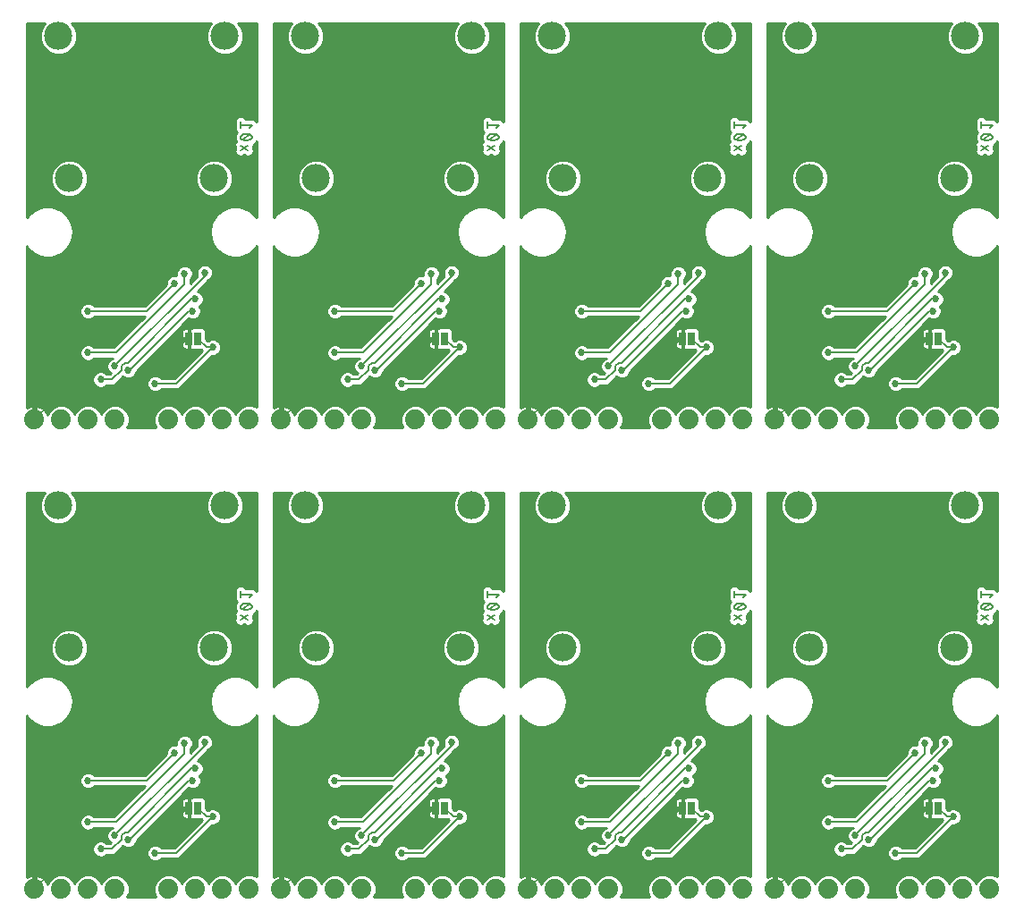
<source format=gbl>
G75*
%MOIN*%
%OFA0B0*%
%FSLAX25Y25*%
%IPPOS*%
%LPD*%
%AMOC8*
5,1,8,0,0,1.08239X$1,22.5*
%
%ADD10C,0.00800*%
%ADD11C,0.07400*%
%ADD12R,0.02500X0.05000*%
%ADD13C,0.10500*%
%ADD14C,0.01000*%
%ADD15C,0.02700*%
%ADD16C,0.00700*%
D10*
X0110400Y0152150D02*
X0113200Y0154017D01*
X0112500Y0158300D02*
X0112388Y0158298D01*
X0112276Y0158293D01*
X0112164Y0158284D01*
X0112053Y0158271D01*
X0111942Y0158255D01*
X0111831Y0158235D01*
X0111722Y0158211D01*
X0111613Y0158184D01*
X0111505Y0158154D01*
X0111398Y0158120D01*
X0111292Y0158083D01*
X0111188Y0158042D01*
X0111085Y0157998D01*
X0110983Y0157950D01*
X0110983Y0157949D02*
X0110930Y0157929D01*
X0110879Y0157906D01*
X0110830Y0157879D01*
X0110782Y0157849D01*
X0110736Y0157816D01*
X0110693Y0157781D01*
X0110652Y0157742D01*
X0110613Y0157701D01*
X0110577Y0157657D01*
X0110545Y0157611D01*
X0110515Y0157564D01*
X0110489Y0157514D01*
X0110465Y0157462D01*
X0110446Y0157410D01*
X0110429Y0157356D01*
X0110417Y0157301D01*
X0110407Y0157245D01*
X0110402Y0157189D01*
X0110400Y0157133D01*
X0110402Y0157077D01*
X0110407Y0157021D01*
X0110417Y0156965D01*
X0110429Y0156910D01*
X0110446Y0156856D01*
X0110465Y0156804D01*
X0110489Y0156752D01*
X0110515Y0156702D01*
X0110545Y0156655D01*
X0110577Y0156609D01*
X0110613Y0156565D01*
X0110652Y0156524D01*
X0110693Y0156485D01*
X0110736Y0156450D01*
X0110782Y0156417D01*
X0110830Y0156387D01*
X0110879Y0156360D01*
X0110930Y0156337D01*
X0110983Y0156317D01*
X0111333Y0156200D02*
X0113667Y0158067D01*
X0114017Y0157949D02*
X0114070Y0157929D01*
X0114121Y0157906D01*
X0114170Y0157879D01*
X0114218Y0157849D01*
X0114264Y0157816D01*
X0114307Y0157781D01*
X0114348Y0157742D01*
X0114387Y0157701D01*
X0114423Y0157657D01*
X0114455Y0157611D01*
X0114485Y0157564D01*
X0114511Y0157514D01*
X0114535Y0157462D01*
X0114554Y0157410D01*
X0114571Y0157356D01*
X0114583Y0157301D01*
X0114593Y0157245D01*
X0114598Y0157189D01*
X0114600Y0157133D01*
X0114598Y0157077D01*
X0114593Y0157021D01*
X0114583Y0156965D01*
X0114571Y0156910D01*
X0114554Y0156856D01*
X0114535Y0156804D01*
X0114511Y0156752D01*
X0114485Y0156702D01*
X0114455Y0156655D01*
X0114422Y0156609D01*
X0114387Y0156565D01*
X0114348Y0156524D01*
X0114307Y0156485D01*
X0114264Y0156450D01*
X0114218Y0156417D01*
X0114170Y0156387D01*
X0114121Y0156360D01*
X0114070Y0156337D01*
X0114017Y0156317D01*
X0114017Y0157950D02*
X0113915Y0157998D01*
X0113812Y0158042D01*
X0113708Y0158083D01*
X0113602Y0158120D01*
X0113495Y0158154D01*
X0113387Y0158184D01*
X0113278Y0158211D01*
X0113169Y0158235D01*
X0113058Y0158255D01*
X0112947Y0158271D01*
X0112836Y0158284D01*
X0112724Y0158293D01*
X0112612Y0158298D01*
X0112500Y0158300D01*
X0112500Y0155967D02*
X0112612Y0155969D01*
X0112724Y0155974D01*
X0112836Y0155983D01*
X0112947Y0155996D01*
X0113058Y0156012D01*
X0113169Y0156032D01*
X0113278Y0156056D01*
X0113387Y0156083D01*
X0113495Y0156113D01*
X0113602Y0156147D01*
X0113708Y0156184D01*
X0113812Y0156225D01*
X0113915Y0156269D01*
X0114017Y0156317D01*
X0112500Y0155967D02*
X0112388Y0155969D01*
X0112276Y0155974D01*
X0112164Y0155983D01*
X0112053Y0155996D01*
X0111942Y0156012D01*
X0111831Y0156032D01*
X0111722Y0156056D01*
X0111613Y0156083D01*
X0111505Y0156113D01*
X0111398Y0156147D01*
X0111292Y0156184D01*
X0111188Y0156225D01*
X0111085Y0156269D01*
X0110983Y0156317D01*
X0110400Y0154017D02*
X0113200Y0152150D01*
X0113667Y0160467D02*
X0114600Y0161633D01*
X0110400Y0161633D01*
X0110400Y0160467D02*
X0110400Y0162800D01*
X0202400Y0162800D02*
X0202400Y0160467D01*
X0202400Y0161633D02*
X0206600Y0161633D01*
X0205667Y0160467D01*
X0204500Y0155967D02*
X0204388Y0155969D01*
X0204276Y0155974D01*
X0204164Y0155983D01*
X0204053Y0155996D01*
X0203942Y0156012D01*
X0203831Y0156032D01*
X0203722Y0156056D01*
X0203613Y0156083D01*
X0203505Y0156113D01*
X0203398Y0156147D01*
X0203292Y0156184D01*
X0203188Y0156225D01*
X0203085Y0156269D01*
X0202983Y0156317D01*
X0203333Y0156200D02*
X0205667Y0158067D01*
X0206017Y0157949D02*
X0206070Y0157929D01*
X0206121Y0157906D01*
X0206170Y0157879D01*
X0206218Y0157849D01*
X0206264Y0157816D01*
X0206307Y0157781D01*
X0206348Y0157742D01*
X0206387Y0157701D01*
X0206423Y0157657D01*
X0206455Y0157611D01*
X0206485Y0157564D01*
X0206511Y0157514D01*
X0206535Y0157462D01*
X0206554Y0157410D01*
X0206571Y0157356D01*
X0206583Y0157301D01*
X0206593Y0157245D01*
X0206598Y0157189D01*
X0206600Y0157133D01*
X0206598Y0157077D01*
X0206593Y0157021D01*
X0206583Y0156965D01*
X0206571Y0156910D01*
X0206554Y0156856D01*
X0206535Y0156804D01*
X0206511Y0156752D01*
X0206485Y0156702D01*
X0206455Y0156655D01*
X0206422Y0156609D01*
X0206387Y0156565D01*
X0206348Y0156524D01*
X0206307Y0156485D01*
X0206264Y0156450D01*
X0206218Y0156417D01*
X0206170Y0156387D01*
X0206121Y0156360D01*
X0206070Y0156337D01*
X0206017Y0156317D01*
X0206017Y0157950D02*
X0205915Y0157998D01*
X0205812Y0158042D01*
X0205708Y0158083D01*
X0205602Y0158120D01*
X0205495Y0158154D01*
X0205387Y0158184D01*
X0205278Y0158211D01*
X0205169Y0158235D01*
X0205058Y0158255D01*
X0204947Y0158271D01*
X0204836Y0158284D01*
X0204724Y0158293D01*
X0204612Y0158298D01*
X0204500Y0158300D01*
X0204500Y0155967D02*
X0204612Y0155969D01*
X0204724Y0155974D01*
X0204836Y0155983D01*
X0204947Y0155996D01*
X0205058Y0156012D01*
X0205169Y0156032D01*
X0205278Y0156056D01*
X0205387Y0156083D01*
X0205495Y0156113D01*
X0205602Y0156147D01*
X0205708Y0156184D01*
X0205812Y0156225D01*
X0205915Y0156269D01*
X0206017Y0156317D01*
X0204500Y0158300D02*
X0204388Y0158298D01*
X0204276Y0158293D01*
X0204164Y0158284D01*
X0204053Y0158271D01*
X0203942Y0158255D01*
X0203831Y0158235D01*
X0203722Y0158211D01*
X0203613Y0158184D01*
X0203505Y0158154D01*
X0203398Y0158120D01*
X0203292Y0158083D01*
X0203188Y0158042D01*
X0203085Y0157998D01*
X0202983Y0157950D01*
X0202983Y0157949D02*
X0202930Y0157929D01*
X0202879Y0157906D01*
X0202830Y0157879D01*
X0202782Y0157849D01*
X0202736Y0157816D01*
X0202693Y0157781D01*
X0202652Y0157742D01*
X0202613Y0157701D01*
X0202577Y0157657D01*
X0202545Y0157611D01*
X0202515Y0157564D01*
X0202489Y0157514D01*
X0202465Y0157462D01*
X0202446Y0157410D01*
X0202429Y0157356D01*
X0202417Y0157301D01*
X0202407Y0157245D01*
X0202402Y0157189D01*
X0202400Y0157133D01*
X0202402Y0157077D01*
X0202407Y0157021D01*
X0202417Y0156965D01*
X0202429Y0156910D01*
X0202446Y0156856D01*
X0202465Y0156804D01*
X0202489Y0156752D01*
X0202515Y0156702D01*
X0202545Y0156655D01*
X0202577Y0156609D01*
X0202613Y0156565D01*
X0202652Y0156524D01*
X0202693Y0156485D01*
X0202736Y0156450D01*
X0202782Y0156417D01*
X0202830Y0156387D01*
X0202879Y0156360D01*
X0202930Y0156337D01*
X0202983Y0156317D01*
X0202400Y0154017D02*
X0205200Y0152150D01*
X0205200Y0154017D02*
X0202400Y0152150D01*
X0294400Y0152150D02*
X0297200Y0154017D01*
X0296500Y0158300D02*
X0296388Y0158298D01*
X0296276Y0158293D01*
X0296164Y0158284D01*
X0296053Y0158271D01*
X0295942Y0158255D01*
X0295831Y0158235D01*
X0295722Y0158211D01*
X0295613Y0158184D01*
X0295505Y0158154D01*
X0295398Y0158120D01*
X0295292Y0158083D01*
X0295188Y0158042D01*
X0295085Y0157998D01*
X0294983Y0157950D01*
X0294983Y0157949D02*
X0294930Y0157929D01*
X0294879Y0157906D01*
X0294830Y0157879D01*
X0294782Y0157849D01*
X0294736Y0157816D01*
X0294693Y0157781D01*
X0294652Y0157742D01*
X0294613Y0157701D01*
X0294577Y0157657D01*
X0294545Y0157611D01*
X0294515Y0157564D01*
X0294489Y0157514D01*
X0294465Y0157462D01*
X0294446Y0157410D01*
X0294429Y0157356D01*
X0294417Y0157301D01*
X0294407Y0157245D01*
X0294402Y0157189D01*
X0294400Y0157133D01*
X0294402Y0157077D01*
X0294407Y0157021D01*
X0294417Y0156965D01*
X0294429Y0156910D01*
X0294446Y0156856D01*
X0294465Y0156804D01*
X0294489Y0156752D01*
X0294515Y0156702D01*
X0294545Y0156655D01*
X0294577Y0156609D01*
X0294613Y0156565D01*
X0294652Y0156524D01*
X0294693Y0156485D01*
X0294736Y0156450D01*
X0294782Y0156417D01*
X0294830Y0156387D01*
X0294879Y0156360D01*
X0294930Y0156337D01*
X0294983Y0156317D01*
X0295333Y0156200D02*
X0297667Y0158067D01*
X0298017Y0157949D02*
X0298070Y0157929D01*
X0298121Y0157906D01*
X0298170Y0157879D01*
X0298218Y0157849D01*
X0298264Y0157816D01*
X0298307Y0157781D01*
X0298348Y0157742D01*
X0298387Y0157701D01*
X0298423Y0157657D01*
X0298455Y0157611D01*
X0298485Y0157564D01*
X0298511Y0157514D01*
X0298535Y0157462D01*
X0298554Y0157410D01*
X0298571Y0157356D01*
X0298583Y0157301D01*
X0298593Y0157245D01*
X0298598Y0157189D01*
X0298600Y0157133D01*
X0298598Y0157077D01*
X0298593Y0157021D01*
X0298583Y0156965D01*
X0298571Y0156910D01*
X0298554Y0156856D01*
X0298535Y0156804D01*
X0298511Y0156752D01*
X0298485Y0156702D01*
X0298455Y0156655D01*
X0298422Y0156609D01*
X0298387Y0156565D01*
X0298348Y0156524D01*
X0298307Y0156485D01*
X0298264Y0156450D01*
X0298218Y0156417D01*
X0298170Y0156387D01*
X0298121Y0156360D01*
X0298070Y0156337D01*
X0298017Y0156317D01*
X0298017Y0157950D02*
X0297915Y0157998D01*
X0297812Y0158042D01*
X0297708Y0158083D01*
X0297602Y0158120D01*
X0297495Y0158154D01*
X0297387Y0158184D01*
X0297278Y0158211D01*
X0297169Y0158235D01*
X0297058Y0158255D01*
X0296947Y0158271D01*
X0296836Y0158284D01*
X0296724Y0158293D01*
X0296612Y0158298D01*
X0296500Y0158300D01*
X0296500Y0155967D02*
X0296612Y0155969D01*
X0296724Y0155974D01*
X0296836Y0155983D01*
X0296947Y0155996D01*
X0297058Y0156012D01*
X0297169Y0156032D01*
X0297278Y0156056D01*
X0297387Y0156083D01*
X0297495Y0156113D01*
X0297602Y0156147D01*
X0297708Y0156184D01*
X0297812Y0156225D01*
X0297915Y0156269D01*
X0298017Y0156317D01*
X0296500Y0155967D02*
X0296388Y0155969D01*
X0296276Y0155974D01*
X0296164Y0155983D01*
X0296053Y0155996D01*
X0295942Y0156012D01*
X0295831Y0156032D01*
X0295722Y0156056D01*
X0295613Y0156083D01*
X0295505Y0156113D01*
X0295398Y0156147D01*
X0295292Y0156184D01*
X0295188Y0156225D01*
X0295085Y0156269D01*
X0294983Y0156317D01*
X0294400Y0154017D02*
X0297200Y0152150D01*
X0297667Y0160467D02*
X0298600Y0161633D01*
X0294400Y0161633D01*
X0294400Y0160467D02*
X0294400Y0162800D01*
X0386400Y0162800D02*
X0386400Y0160467D01*
X0386400Y0161633D02*
X0390600Y0161633D01*
X0389667Y0160467D01*
X0388500Y0155967D02*
X0388388Y0155969D01*
X0388276Y0155974D01*
X0388164Y0155983D01*
X0388053Y0155996D01*
X0387942Y0156012D01*
X0387831Y0156032D01*
X0387722Y0156056D01*
X0387613Y0156083D01*
X0387505Y0156113D01*
X0387398Y0156147D01*
X0387292Y0156184D01*
X0387188Y0156225D01*
X0387085Y0156269D01*
X0386983Y0156317D01*
X0387333Y0156200D02*
X0389667Y0158067D01*
X0390017Y0157949D02*
X0390070Y0157929D01*
X0390121Y0157906D01*
X0390170Y0157879D01*
X0390218Y0157849D01*
X0390264Y0157816D01*
X0390307Y0157781D01*
X0390348Y0157742D01*
X0390387Y0157701D01*
X0390423Y0157657D01*
X0390455Y0157611D01*
X0390485Y0157564D01*
X0390511Y0157514D01*
X0390535Y0157462D01*
X0390554Y0157410D01*
X0390571Y0157356D01*
X0390583Y0157301D01*
X0390593Y0157245D01*
X0390598Y0157189D01*
X0390600Y0157133D01*
X0390598Y0157077D01*
X0390593Y0157021D01*
X0390583Y0156965D01*
X0390571Y0156910D01*
X0390554Y0156856D01*
X0390535Y0156804D01*
X0390511Y0156752D01*
X0390485Y0156702D01*
X0390455Y0156655D01*
X0390422Y0156609D01*
X0390387Y0156565D01*
X0390348Y0156524D01*
X0390307Y0156485D01*
X0390264Y0156450D01*
X0390218Y0156417D01*
X0390170Y0156387D01*
X0390121Y0156360D01*
X0390070Y0156337D01*
X0390017Y0156317D01*
X0390017Y0157950D02*
X0389915Y0157998D01*
X0389812Y0158042D01*
X0389708Y0158083D01*
X0389602Y0158120D01*
X0389495Y0158154D01*
X0389387Y0158184D01*
X0389278Y0158211D01*
X0389169Y0158235D01*
X0389058Y0158255D01*
X0388947Y0158271D01*
X0388836Y0158284D01*
X0388724Y0158293D01*
X0388612Y0158298D01*
X0388500Y0158300D01*
X0388500Y0155967D02*
X0388612Y0155969D01*
X0388724Y0155974D01*
X0388836Y0155983D01*
X0388947Y0155996D01*
X0389058Y0156012D01*
X0389169Y0156032D01*
X0389278Y0156056D01*
X0389387Y0156083D01*
X0389495Y0156113D01*
X0389602Y0156147D01*
X0389708Y0156184D01*
X0389812Y0156225D01*
X0389915Y0156269D01*
X0390017Y0156317D01*
X0388500Y0158300D02*
X0388388Y0158298D01*
X0388276Y0158293D01*
X0388164Y0158284D01*
X0388053Y0158271D01*
X0387942Y0158255D01*
X0387831Y0158235D01*
X0387722Y0158211D01*
X0387613Y0158184D01*
X0387505Y0158154D01*
X0387398Y0158120D01*
X0387292Y0158083D01*
X0387188Y0158042D01*
X0387085Y0157998D01*
X0386983Y0157950D01*
X0386983Y0157949D02*
X0386930Y0157929D01*
X0386879Y0157906D01*
X0386830Y0157879D01*
X0386782Y0157849D01*
X0386736Y0157816D01*
X0386693Y0157781D01*
X0386652Y0157742D01*
X0386613Y0157701D01*
X0386577Y0157657D01*
X0386545Y0157611D01*
X0386515Y0157564D01*
X0386489Y0157514D01*
X0386465Y0157462D01*
X0386446Y0157410D01*
X0386429Y0157356D01*
X0386417Y0157301D01*
X0386407Y0157245D01*
X0386402Y0157189D01*
X0386400Y0157133D01*
X0386402Y0157077D01*
X0386407Y0157021D01*
X0386417Y0156965D01*
X0386429Y0156910D01*
X0386446Y0156856D01*
X0386465Y0156804D01*
X0386489Y0156752D01*
X0386515Y0156702D01*
X0386545Y0156655D01*
X0386577Y0156609D01*
X0386613Y0156565D01*
X0386652Y0156524D01*
X0386693Y0156485D01*
X0386736Y0156450D01*
X0386782Y0156417D01*
X0386830Y0156387D01*
X0386879Y0156360D01*
X0386930Y0156337D01*
X0386983Y0156317D01*
X0386400Y0154017D02*
X0389200Y0152150D01*
X0389200Y0154017D02*
X0386400Y0152150D01*
X0386400Y0327150D02*
X0389200Y0329017D01*
X0388500Y0333300D02*
X0388388Y0333298D01*
X0388276Y0333293D01*
X0388164Y0333284D01*
X0388053Y0333271D01*
X0387942Y0333255D01*
X0387831Y0333235D01*
X0387722Y0333211D01*
X0387613Y0333184D01*
X0387505Y0333154D01*
X0387398Y0333120D01*
X0387292Y0333083D01*
X0387188Y0333042D01*
X0387085Y0332998D01*
X0386983Y0332950D01*
X0386983Y0332949D02*
X0386930Y0332929D01*
X0386879Y0332906D01*
X0386830Y0332879D01*
X0386782Y0332849D01*
X0386736Y0332816D01*
X0386693Y0332781D01*
X0386652Y0332742D01*
X0386613Y0332701D01*
X0386577Y0332657D01*
X0386545Y0332611D01*
X0386515Y0332564D01*
X0386489Y0332514D01*
X0386465Y0332462D01*
X0386446Y0332410D01*
X0386429Y0332356D01*
X0386417Y0332301D01*
X0386407Y0332245D01*
X0386402Y0332189D01*
X0386400Y0332133D01*
X0386402Y0332077D01*
X0386407Y0332021D01*
X0386417Y0331965D01*
X0386429Y0331910D01*
X0386446Y0331856D01*
X0386465Y0331804D01*
X0386489Y0331752D01*
X0386515Y0331702D01*
X0386545Y0331655D01*
X0386577Y0331609D01*
X0386613Y0331565D01*
X0386652Y0331524D01*
X0386693Y0331485D01*
X0386736Y0331450D01*
X0386782Y0331417D01*
X0386830Y0331387D01*
X0386879Y0331360D01*
X0386930Y0331337D01*
X0386983Y0331317D01*
X0387333Y0331200D02*
X0389667Y0333067D01*
X0390017Y0332949D02*
X0390070Y0332929D01*
X0390121Y0332906D01*
X0390170Y0332879D01*
X0390218Y0332849D01*
X0390264Y0332816D01*
X0390307Y0332781D01*
X0390348Y0332742D01*
X0390387Y0332701D01*
X0390423Y0332657D01*
X0390455Y0332611D01*
X0390485Y0332564D01*
X0390511Y0332514D01*
X0390535Y0332462D01*
X0390554Y0332410D01*
X0390571Y0332356D01*
X0390583Y0332301D01*
X0390593Y0332245D01*
X0390598Y0332189D01*
X0390600Y0332133D01*
X0390598Y0332077D01*
X0390593Y0332021D01*
X0390583Y0331965D01*
X0390571Y0331910D01*
X0390554Y0331856D01*
X0390535Y0331804D01*
X0390511Y0331752D01*
X0390485Y0331702D01*
X0390455Y0331655D01*
X0390422Y0331609D01*
X0390387Y0331565D01*
X0390348Y0331524D01*
X0390307Y0331485D01*
X0390264Y0331450D01*
X0390218Y0331417D01*
X0390170Y0331387D01*
X0390121Y0331360D01*
X0390070Y0331337D01*
X0390017Y0331317D01*
X0390017Y0332950D02*
X0389915Y0332998D01*
X0389812Y0333042D01*
X0389708Y0333083D01*
X0389602Y0333120D01*
X0389495Y0333154D01*
X0389387Y0333184D01*
X0389278Y0333211D01*
X0389169Y0333235D01*
X0389058Y0333255D01*
X0388947Y0333271D01*
X0388836Y0333284D01*
X0388724Y0333293D01*
X0388612Y0333298D01*
X0388500Y0333300D01*
X0388500Y0330967D02*
X0388612Y0330969D01*
X0388724Y0330974D01*
X0388836Y0330983D01*
X0388947Y0330996D01*
X0389058Y0331012D01*
X0389169Y0331032D01*
X0389278Y0331056D01*
X0389387Y0331083D01*
X0389495Y0331113D01*
X0389602Y0331147D01*
X0389708Y0331184D01*
X0389812Y0331225D01*
X0389915Y0331269D01*
X0390017Y0331317D01*
X0388500Y0330967D02*
X0388388Y0330969D01*
X0388276Y0330974D01*
X0388164Y0330983D01*
X0388053Y0330996D01*
X0387942Y0331012D01*
X0387831Y0331032D01*
X0387722Y0331056D01*
X0387613Y0331083D01*
X0387505Y0331113D01*
X0387398Y0331147D01*
X0387292Y0331184D01*
X0387188Y0331225D01*
X0387085Y0331269D01*
X0386983Y0331317D01*
X0386400Y0329017D02*
X0389200Y0327150D01*
X0389667Y0335467D02*
X0390600Y0336633D01*
X0386400Y0336633D01*
X0386400Y0335467D02*
X0386400Y0337800D01*
X0298600Y0336633D02*
X0294400Y0336633D01*
X0294400Y0335467D02*
X0294400Y0337800D01*
X0294983Y0331317D02*
X0295085Y0331269D01*
X0295188Y0331225D01*
X0295292Y0331184D01*
X0295398Y0331147D01*
X0295505Y0331113D01*
X0295613Y0331083D01*
X0295722Y0331056D01*
X0295831Y0331032D01*
X0295942Y0331012D01*
X0296053Y0330996D01*
X0296164Y0330983D01*
X0296276Y0330974D01*
X0296388Y0330969D01*
X0296500Y0330967D01*
X0296500Y0333300D02*
X0296612Y0333298D01*
X0296724Y0333293D01*
X0296836Y0333284D01*
X0296947Y0333271D01*
X0297058Y0333255D01*
X0297169Y0333235D01*
X0297278Y0333211D01*
X0297387Y0333184D01*
X0297495Y0333154D01*
X0297602Y0333120D01*
X0297708Y0333083D01*
X0297812Y0333042D01*
X0297915Y0332998D01*
X0298017Y0332950D01*
X0297667Y0333067D02*
X0295333Y0331200D01*
X0294400Y0332133D02*
X0294402Y0332189D01*
X0294407Y0332245D01*
X0294417Y0332301D01*
X0294429Y0332356D01*
X0294446Y0332410D01*
X0294465Y0332462D01*
X0294489Y0332514D01*
X0294515Y0332564D01*
X0294545Y0332611D01*
X0294577Y0332657D01*
X0294613Y0332701D01*
X0294652Y0332742D01*
X0294693Y0332781D01*
X0294736Y0332816D01*
X0294782Y0332849D01*
X0294830Y0332879D01*
X0294879Y0332906D01*
X0294930Y0332929D01*
X0294983Y0332949D01*
X0294400Y0332133D02*
X0294402Y0332077D01*
X0294407Y0332021D01*
X0294417Y0331965D01*
X0294429Y0331910D01*
X0294446Y0331856D01*
X0294465Y0331804D01*
X0294489Y0331752D01*
X0294515Y0331702D01*
X0294545Y0331655D01*
X0294577Y0331609D01*
X0294613Y0331565D01*
X0294652Y0331524D01*
X0294693Y0331485D01*
X0294736Y0331450D01*
X0294782Y0331417D01*
X0294830Y0331387D01*
X0294879Y0331360D01*
X0294930Y0331337D01*
X0294983Y0331317D01*
X0294983Y0332950D02*
X0295085Y0332998D01*
X0295188Y0333042D01*
X0295292Y0333083D01*
X0295398Y0333120D01*
X0295505Y0333154D01*
X0295613Y0333184D01*
X0295722Y0333211D01*
X0295831Y0333235D01*
X0295942Y0333255D01*
X0296053Y0333271D01*
X0296164Y0333284D01*
X0296276Y0333293D01*
X0296388Y0333298D01*
X0296500Y0333300D01*
X0296500Y0330967D02*
X0296612Y0330969D01*
X0296724Y0330974D01*
X0296836Y0330983D01*
X0296947Y0330996D01*
X0297058Y0331012D01*
X0297169Y0331032D01*
X0297278Y0331056D01*
X0297387Y0331083D01*
X0297495Y0331113D01*
X0297602Y0331147D01*
X0297708Y0331184D01*
X0297812Y0331225D01*
X0297915Y0331269D01*
X0298017Y0331317D01*
X0298070Y0331337D01*
X0298121Y0331360D01*
X0298170Y0331387D01*
X0298218Y0331417D01*
X0298264Y0331450D01*
X0298307Y0331485D01*
X0298348Y0331524D01*
X0298387Y0331565D01*
X0298422Y0331609D01*
X0298455Y0331655D01*
X0298485Y0331702D01*
X0298511Y0331752D01*
X0298535Y0331804D01*
X0298554Y0331856D01*
X0298571Y0331910D01*
X0298583Y0331965D01*
X0298593Y0332021D01*
X0298598Y0332077D01*
X0298600Y0332133D01*
X0298598Y0332189D01*
X0298593Y0332245D01*
X0298583Y0332301D01*
X0298571Y0332356D01*
X0298554Y0332410D01*
X0298535Y0332462D01*
X0298511Y0332514D01*
X0298485Y0332564D01*
X0298455Y0332611D01*
X0298423Y0332657D01*
X0298387Y0332701D01*
X0298348Y0332742D01*
X0298307Y0332781D01*
X0298264Y0332816D01*
X0298218Y0332849D01*
X0298170Y0332879D01*
X0298121Y0332906D01*
X0298070Y0332929D01*
X0298017Y0332949D01*
X0297667Y0335467D02*
X0298600Y0336633D01*
X0297200Y0329017D02*
X0294400Y0327150D01*
X0294400Y0329017D02*
X0297200Y0327150D01*
X0206600Y0336633D02*
X0202400Y0336633D01*
X0202400Y0335467D02*
X0202400Y0337800D01*
X0202983Y0331317D02*
X0203085Y0331269D01*
X0203188Y0331225D01*
X0203292Y0331184D01*
X0203398Y0331147D01*
X0203505Y0331113D01*
X0203613Y0331083D01*
X0203722Y0331056D01*
X0203831Y0331032D01*
X0203942Y0331012D01*
X0204053Y0330996D01*
X0204164Y0330983D01*
X0204276Y0330974D01*
X0204388Y0330969D01*
X0204500Y0330967D01*
X0204500Y0333300D02*
X0204612Y0333298D01*
X0204724Y0333293D01*
X0204836Y0333284D01*
X0204947Y0333271D01*
X0205058Y0333255D01*
X0205169Y0333235D01*
X0205278Y0333211D01*
X0205387Y0333184D01*
X0205495Y0333154D01*
X0205602Y0333120D01*
X0205708Y0333083D01*
X0205812Y0333042D01*
X0205915Y0332998D01*
X0206017Y0332950D01*
X0205667Y0333067D02*
X0203333Y0331200D01*
X0202400Y0332133D02*
X0202402Y0332189D01*
X0202407Y0332245D01*
X0202417Y0332301D01*
X0202429Y0332356D01*
X0202446Y0332410D01*
X0202465Y0332462D01*
X0202489Y0332514D01*
X0202515Y0332564D01*
X0202545Y0332611D01*
X0202577Y0332657D01*
X0202613Y0332701D01*
X0202652Y0332742D01*
X0202693Y0332781D01*
X0202736Y0332816D01*
X0202782Y0332849D01*
X0202830Y0332879D01*
X0202879Y0332906D01*
X0202930Y0332929D01*
X0202983Y0332949D01*
X0202400Y0332133D02*
X0202402Y0332077D01*
X0202407Y0332021D01*
X0202417Y0331965D01*
X0202429Y0331910D01*
X0202446Y0331856D01*
X0202465Y0331804D01*
X0202489Y0331752D01*
X0202515Y0331702D01*
X0202545Y0331655D01*
X0202577Y0331609D01*
X0202613Y0331565D01*
X0202652Y0331524D01*
X0202693Y0331485D01*
X0202736Y0331450D01*
X0202782Y0331417D01*
X0202830Y0331387D01*
X0202879Y0331360D01*
X0202930Y0331337D01*
X0202983Y0331317D01*
X0202983Y0332950D02*
X0203085Y0332998D01*
X0203188Y0333042D01*
X0203292Y0333083D01*
X0203398Y0333120D01*
X0203505Y0333154D01*
X0203613Y0333184D01*
X0203722Y0333211D01*
X0203831Y0333235D01*
X0203942Y0333255D01*
X0204053Y0333271D01*
X0204164Y0333284D01*
X0204276Y0333293D01*
X0204388Y0333298D01*
X0204500Y0333300D01*
X0204500Y0330967D02*
X0204612Y0330969D01*
X0204724Y0330974D01*
X0204836Y0330983D01*
X0204947Y0330996D01*
X0205058Y0331012D01*
X0205169Y0331032D01*
X0205278Y0331056D01*
X0205387Y0331083D01*
X0205495Y0331113D01*
X0205602Y0331147D01*
X0205708Y0331184D01*
X0205812Y0331225D01*
X0205915Y0331269D01*
X0206017Y0331317D01*
X0206070Y0331337D01*
X0206121Y0331360D01*
X0206170Y0331387D01*
X0206218Y0331417D01*
X0206264Y0331450D01*
X0206307Y0331485D01*
X0206348Y0331524D01*
X0206387Y0331565D01*
X0206422Y0331609D01*
X0206455Y0331655D01*
X0206485Y0331702D01*
X0206511Y0331752D01*
X0206535Y0331804D01*
X0206554Y0331856D01*
X0206571Y0331910D01*
X0206583Y0331965D01*
X0206593Y0332021D01*
X0206598Y0332077D01*
X0206600Y0332133D01*
X0206598Y0332189D01*
X0206593Y0332245D01*
X0206583Y0332301D01*
X0206571Y0332356D01*
X0206554Y0332410D01*
X0206535Y0332462D01*
X0206511Y0332514D01*
X0206485Y0332564D01*
X0206455Y0332611D01*
X0206423Y0332657D01*
X0206387Y0332701D01*
X0206348Y0332742D01*
X0206307Y0332781D01*
X0206264Y0332816D01*
X0206218Y0332849D01*
X0206170Y0332879D01*
X0206121Y0332906D01*
X0206070Y0332929D01*
X0206017Y0332949D01*
X0205667Y0335467D02*
X0206600Y0336633D01*
X0205200Y0329017D02*
X0202400Y0327150D01*
X0202400Y0329017D02*
X0205200Y0327150D01*
X0114600Y0336633D02*
X0110400Y0336633D01*
X0110400Y0335467D02*
X0110400Y0337800D01*
X0110983Y0331317D02*
X0111085Y0331269D01*
X0111188Y0331225D01*
X0111292Y0331184D01*
X0111398Y0331147D01*
X0111505Y0331113D01*
X0111613Y0331083D01*
X0111722Y0331056D01*
X0111831Y0331032D01*
X0111942Y0331012D01*
X0112053Y0330996D01*
X0112164Y0330983D01*
X0112276Y0330974D01*
X0112388Y0330969D01*
X0112500Y0330967D01*
X0112500Y0333300D02*
X0112612Y0333298D01*
X0112724Y0333293D01*
X0112836Y0333284D01*
X0112947Y0333271D01*
X0113058Y0333255D01*
X0113169Y0333235D01*
X0113278Y0333211D01*
X0113387Y0333184D01*
X0113495Y0333154D01*
X0113602Y0333120D01*
X0113708Y0333083D01*
X0113812Y0333042D01*
X0113915Y0332998D01*
X0114017Y0332950D01*
X0113667Y0333067D02*
X0111333Y0331200D01*
X0110400Y0332133D02*
X0110402Y0332189D01*
X0110407Y0332245D01*
X0110417Y0332301D01*
X0110429Y0332356D01*
X0110446Y0332410D01*
X0110465Y0332462D01*
X0110489Y0332514D01*
X0110515Y0332564D01*
X0110545Y0332611D01*
X0110577Y0332657D01*
X0110613Y0332701D01*
X0110652Y0332742D01*
X0110693Y0332781D01*
X0110736Y0332816D01*
X0110782Y0332849D01*
X0110830Y0332879D01*
X0110879Y0332906D01*
X0110930Y0332929D01*
X0110983Y0332949D01*
X0110400Y0332133D02*
X0110402Y0332077D01*
X0110407Y0332021D01*
X0110417Y0331965D01*
X0110429Y0331910D01*
X0110446Y0331856D01*
X0110465Y0331804D01*
X0110489Y0331752D01*
X0110515Y0331702D01*
X0110545Y0331655D01*
X0110577Y0331609D01*
X0110613Y0331565D01*
X0110652Y0331524D01*
X0110693Y0331485D01*
X0110736Y0331450D01*
X0110782Y0331417D01*
X0110830Y0331387D01*
X0110879Y0331360D01*
X0110930Y0331337D01*
X0110983Y0331317D01*
X0110983Y0332950D02*
X0111085Y0332998D01*
X0111188Y0333042D01*
X0111292Y0333083D01*
X0111398Y0333120D01*
X0111505Y0333154D01*
X0111613Y0333184D01*
X0111722Y0333211D01*
X0111831Y0333235D01*
X0111942Y0333255D01*
X0112053Y0333271D01*
X0112164Y0333284D01*
X0112276Y0333293D01*
X0112388Y0333298D01*
X0112500Y0333300D01*
X0112500Y0330967D02*
X0112612Y0330969D01*
X0112724Y0330974D01*
X0112836Y0330983D01*
X0112947Y0330996D01*
X0113058Y0331012D01*
X0113169Y0331032D01*
X0113278Y0331056D01*
X0113387Y0331083D01*
X0113495Y0331113D01*
X0113602Y0331147D01*
X0113708Y0331184D01*
X0113812Y0331225D01*
X0113915Y0331269D01*
X0114017Y0331317D01*
X0114070Y0331337D01*
X0114121Y0331360D01*
X0114170Y0331387D01*
X0114218Y0331417D01*
X0114264Y0331450D01*
X0114307Y0331485D01*
X0114348Y0331524D01*
X0114387Y0331565D01*
X0114422Y0331609D01*
X0114455Y0331655D01*
X0114485Y0331702D01*
X0114511Y0331752D01*
X0114535Y0331804D01*
X0114554Y0331856D01*
X0114571Y0331910D01*
X0114583Y0331965D01*
X0114593Y0332021D01*
X0114598Y0332077D01*
X0114600Y0332133D01*
X0114598Y0332189D01*
X0114593Y0332245D01*
X0114583Y0332301D01*
X0114571Y0332356D01*
X0114554Y0332410D01*
X0114535Y0332462D01*
X0114511Y0332514D01*
X0114485Y0332564D01*
X0114455Y0332611D01*
X0114423Y0332657D01*
X0114387Y0332701D01*
X0114348Y0332742D01*
X0114307Y0332781D01*
X0114264Y0332816D01*
X0114218Y0332849D01*
X0114170Y0332879D01*
X0114121Y0332906D01*
X0114070Y0332929D01*
X0114017Y0332949D01*
X0113667Y0335467D02*
X0114600Y0336633D01*
X0113200Y0329017D02*
X0110400Y0327150D01*
X0110400Y0329017D02*
X0113200Y0327150D01*
D11*
X0033500Y0051750D03*
X0043500Y0051750D03*
X0053500Y0051750D03*
X0063500Y0051750D03*
X0083500Y0051750D03*
X0093500Y0051750D03*
X0103500Y0051750D03*
X0113500Y0051750D03*
X0125500Y0051750D03*
X0135500Y0051750D03*
X0145500Y0051750D03*
X0155500Y0051750D03*
X0175500Y0051750D03*
X0185500Y0051750D03*
X0195500Y0051750D03*
X0205500Y0051750D03*
X0217500Y0051750D03*
X0227500Y0051750D03*
X0237500Y0051750D03*
X0247500Y0051750D03*
X0267500Y0051750D03*
X0277500Y0051750D03*
X0287500Y0051750D03*
X0297500Y0051750D03*
X0309500Y0051750D03*
X0319500Y0051750D03*
X0329500Y0051750D03*
X0339500Y0051750D03*
X0359500Y0051750D03*
X0369500Y0051750D03*
X0379500Y0051750D03*
X0389500Y0051750D03*
X0389500Y0226750D03*
X0379500Y0226750D03*
X0369500Y0226750D03*
X0359500Y0226750D03*
X0339500Y0226750D03*
X0329500Y0226750D03*
X0319500Y0226750D03*
X0309500Y0226750D03*
X0297500Y0226750D03*
X0287500Y0226750D03*
X0277500Y0226750D03*
X0267500Y0226750D03*
X0247500Y0226750D03*
X0237500Y0226750D03*
X0227500Y0226750D03*
X0217500Y0226750D03*
X0205500Y0226750D03*
X0195500Y0226750D03*
X0185500Y0226750D03*
X0175500Y0226750D03*
X0155500Y0226750D03*
X0145500Y0226750D03*
X0135500Y0226750D03*
X0125500Y0226750D03*
X0113500Y0226750D03*
X0103500Y0226750D03*
X0093500Y0226750D03*
X0083500Y0226750D03*
X0063500Y0226750D03*
X0053500Y0226750D03*
X0043500Y0226750D03*
X0033500Y0226750D03*
D12*
X0091150Y0257000D03*
X0094350Y0257000D03*
X0183150Y0257000D03*
X0186350Y0257000D03*
X0275150Y0257000D03*
X0278350Y0257000D03*
X0367150Y0257000D03*
X0370350Y0257000D03*
X0370350Y0082000D03*
X0367150Y0082000D03*
X0278350Y0082000D03*
X0275150Y0082000D03*
X0186350Y0082000D03*
X0183150Y0082000D03*
X0094350Y0082000D03*
X0091150Y0082000D03*
D13*
X0100500Y0141750D03*
X0138500Y0141750D03*
X0134500Y0194750D03*
X0104500Y0194750D03*
X0042500Y0194750D03*
X0046500Y0141750D03*
X0192500Y0141750D03*
X0230500Y0141750D03*
X0226500Y0194750D03*
X0196500Y0194750D03*
X0284500Y0141750D03*
X0322500Y0141750D03*
X0318500Y0194750D03*
X0288500Y0194750D03*
X0380500Y0194750D03*
X0376500Y0141750D03*
X0376500Y0316750D03*
X0380500Y0369750D03*
X0322500Y0316750D03*
X0284500Y0316750D03*
X0288500Y0369750D03*
X0318500Y0369750D03*
X0230500Y0316750D03*
X0192500Y0316750D03*
X0196500Y0369750D03*
X0226500Y0369750D03*
X0138500Y0316750D03*
X0100500Y0316750D03*
X0104500Y0369750D03*
X0134500Y0369750D03*
X0042500Y0369750D03*
X0046500Y0316750D03*
D14*
X0040052Y0319344D02*
X0030700Y0319344D01*
X0030700Y0320342D02*
X0040465Y0320342D01*
X0040608Y0320687D02*
X0039550Y0318132D01*
X0039550Y0315368D01*
X0040608Y0312813D01*
X0042563Y0310858D01*
X0045118Y0309800D01*
X0047882Y0309800D01*
X0050437Y0310858D01*
X0052392Y0312813D01*
X0053450Y0315368D01*
X0053450Y0318132D01*
X0052392Y0320687D01*
X0050437Y0322642D01*
X0047882Y0323700D01*
X0045118Y0323700D01*
X0042563Y0322642D01*
X0040608Y0320687D01*
X0041262Y0321341D02*
X0030700Y0321341D01*
X0030700Y0322339D02*
X0042260Y0322339D01*
X0044243Y0323338D02*
X0030700Y0323338D01*
X0030700Y0324336D02*
X0116300Y0324336D01*
X0116300Y0323338D02*
X0102757Y0323338D01*
X0101882Y0323700D02*
X0099118Y0323700D01*
X0096563Y0322642D01*
X0094608Y0320687D01*
X0093550Y0318132D01*
X0093550Y0315368D01*
X0094608Y0312813D01*
X0096563Y0310858D01*
X0099118Y0309800D01*
X0101882Y0309800D01*
X0104437Y0310858D01*
X0106392Y0312813D01*
X0107450Y0315368D01*
X0107450Y0318132D01*
X0106392Y0320687D01*
X0104437Y0322642D01*
X0101882Y0323700D01*
X0104740Y0322339D02*
X0116300Y0322339D01*
X0116300Y0321341D02*
X0105738Y0321341D01*
X0106535Y0320342D02*
X0116300Y0320342D01*
X0116300Y0319344D02*
X0106948Y0319344D01*
X0107362Y0318345D02*
X0116300Y0318345D01*
X0116300Y0317347D02*
X0107450Y0317347D01*
X0107450Y0316348D02*
X0116300Y0316348D01*
X0116300Y0315350D02*
X0107443Y0315350D01*
X0107029Y0314351D02*
X0116300Y0314351D01*
X0116300Y0313353D02*
X0106615Y0313353D01*
X0105933Y0312354D02*
X0116300Y0312354D01*
X0116300Y0311355D02*
X0104934Y0311355D01*
X0103227Y0310357D02*
X0116300Y0310357D01*
X0116300Y0309358D02*
X0030700Y0309358D01*
X0030700Y0308360D02*
X0116300Y0308360D01*
X0116300Y0307361D02*
X0030700Y0307361D01*
X0030700Y0306363D02*
X0116300Y0306363D01*
X0116300Y0305364D02*
X0112316Y0305364D01*
X0113272Y0305016D02*
X0110157Y0306150D01*
X0106843Y0306150D01*
X0103727Y0305016D01*
X0101188Y0302885D01*
X0099531Y0300015D01*
X0098955Y0296750D01*
X0098955Y0296750D01*
X0099531Y0293485D01*
X0101188Y0290615D01*
X0101188Y0290615D01*
X0103727Y0288484D01*
X0103727Y0288484D01*
X0106843Y0287350D01*
X0110157Y0287350D01*
X0113272Y0288484D01*
X0113273Y0288484D01*
X0115812Y0290615D01*
X0116300Y0291460D01*
X0116300Y0231435D01*
X0114574Y0232150D01*
X0112426Y0232150D01*
X0110441Y0231328D01*
X0108922Y0229809D01*
X0108500Y0228790D01*
X0108078Y0229809D01*
X0106559Y0231328D01*
X0104574Y0232150D01*
X0102426Y0232150D01*
X0100441Y0231328D01*
X0098922Y0229809D01*
X0098500Y0228790D01*
X0098078Y0229809D01*
X0096559Y0231328D01*
X0094574Y0232150D01*
X0092426Y0232150D01*
X0090441Y0231328D01*
X0088922Y0229809D01*
X0088500Y0228790D01*
X0088078Y0229809D01*
X0086559Y0231328D01*
X0084574Y0232150D01*
X0082426Y0232150D01*
X0080441Y0231328D01*
X0078922Y0229809D01*
X0078100Y0227824D01*
X0078100Y0225676D01*
X0078815Y0223950D01*
X0068185Y0223950D01*
X0068900Y0225676D01*
X0068900Y0227824D01*
X0068078Y0229809D01*
X0066559Y0231328D01*
X0064574Y0232150D01*
X0062426Y0232150D01*
X0060441Y0231328D01*
X0058922Y0229809D01*
X0058500Y0228790D01*
X0058078Y0229809D01*
X0056559Y0231328D01*
X0054574Y0232150D01*
X0052426Y0232150D01*
X0050441Y0231328D01*
X0048922Y0229809D01*
X0048500Y0228790D01*
X0048078Y0229809D01*
X0046559Y0231328D01*
X0044574Y0232150D01*
X0042426Y0232150D01*
X0040441Y0231328D01*
X0038922Y0229809D01*
X0038391Y0228526D01*
X0038319Y0228746D01*
X0037947Y0229475D01*
X0037466Y0230138D01*
X0036888Y0230716D01*
X0036225Y0231197D01*
X0035496Y0231569D01*
X0034718Y0231822D01*
X0034000Y0231936D01*
X0034000Y0227250D01*
X0033000Y0227250D01*
X0033000Y0231936D01*
X0032282Y0231822D01*
X0031504Y0231569D01*
X0030775Y0231197D01*
X0030700Y0231143D01*
X0030700Y0291460D01*
X0031188Y0290615D01*
X0031188Y0290615D01*
X0033727Y0288484D01*
X0033727Y0288484D01*
X0036843Y0287350D01*
X0040157Y0287350D01*
X0043272Y0288484D01*
X0043273Y0288484D01*
X0045812Y0290615D01*
X0047469Y0293485D01*
X0047469Y0293485D01*
X0048045Y0296750D01*
X0048045Y0296750D01*
X0047469Y0300015D01*
X0045812Y0302885D01*
X0043273Y0305016D01*
X0040157Y0306150D01*
X0036843Y0306150D01*
X0033727Y0305016D01*
X0031188Y0302885D01*
X0030700Y0302040D01*
X0030700Y0374550D01*
X0037471Y0374550D01*
X0036608Y0373687D01*
X0035550Y0371132D01*
X0035550Y0368368D01*
X0036608Y0365813D01*
X0038563Y0363858D01*
X0041118Y0362800D01*
X0043882Y0362800D01*
X0046437Y0363858D01*
X0048392Y0365813D01*
X0049450Y0368368D01*
X0049450Y0371132D01*
X0048392Y0373687D01*
X0047529Y0374550D01*
X0099471Y0374550D01*
X0098608Y0373687D01*
X0097550Y0371132D01*
X0097550Y0368368D01*
X0098608Y0365813D01*
X0100563Y0363858D01*
X0103118Y0362800D01*
X0105882Y0362800D01*
X0108437Y0363858D01*
X0110392Y0365813D01*
X0111450Y0368368D01*
X0111450Y0371132D01*
X0110392Y0373687D01*
X0109529Y0374550D01*
X0116300Y0374550D01*
X0116300Y0337963D01*
X0116003Y0338200D01*
X0115470Y0338733D01*
X0115337Y0338733D01*
X0115233Y0338816D01*
X0114484Y0338733D01*
X0112437Y0338733D01*
X0111270Y0339900D01*
X0109530Y0339900D01*
X0108300Y0338670D01*
X0108300Y0334597D01*
X0108931Y0333966D01*
X0108300Y0333083D01*
X0108300Y0331184D01*
X0108828Y0330444D01*
X0108170Y0329458D01*
X0108445Y0328083D01*
X0108170Y0326709D01*
X0109135Y0325261D01*
X0110841Y0324920D01*
X0111800Y0325559D01*
X0112759Y0324920D01*
X0114465Y0325261D01*
X0115430Y0326709D01*
X0115155Y0328083D01*
X0115430Y0329458D01*
X0115363Y0329558D01*
X0115596Y0329638D01*
X0116300Y0330624D01*
X0116300Y0302040D01*
X0115812Y0302885D01*
X0115812Y0302885D01*
X0113273Y0305016D01*
X0113272Y0305016D01*
X0114048Y0304366D02*
X0116300Y0304366D01*
X0116300Y0303367D02*
X0115237Y0303367D01*
X0116110Y0302369D02*
X0116300Y0302369D01*
X0122700Y0302369D02*
X0122890Y0302369D01*
X0122700Y0302040D02*
X0122700Y0374550D01*
X0129471Y0374550D01*
X0128608Y0373687D01*
X0127550Y0371132D01*
X0127550Y0368368D01*
X0128608Y0365813D01*
X0130563Y0363858D01*
X0133118Y0362800D01*
X0135882Y0362800D01*
X0138437Y0363858D01*
X0140392Y0365813D01*
X0141450Y0368368D01*
X0141450Y0371132D01*
X0140392Y0373687D01*
X0139529Y0374550D01*
X0191471Y0374550D01*
X0190608Y0373687D01*
X0189550Y0371132D01*
X0189550Y0368368D01*
X0190608Y0365813D01*
X0192563Y0363858D01*
X0195118Y0362800D01*
X0197882Y0362800D01*
X0200437Y0363858D01*
X0202392Y0365813D01*
X0203450Y0368368D01*
X0203450Y0371132D01*
X0202392Y0373687D01*
X0201529Y0374550D01*
X0208300Y0374550D01*
X0208300Y0337963D01*
X0208003Y0338200D01*
X0207470Y0338733D01*
X0207337Y0338733D01*
X0207233Y0338816D01*
X0206484Y0338733D01*
X0204437Y0338733D01*
X0203270Y0339900D01*
X0201530Y0339900D01*
X0200300Y0338670D01*
X0200300Y0334597D01*
X0200931Y0333966D01*
X0200300Y0333083D01*
X0200300Y0331184D01*
X0200828Y0330444D01*
X0200170Y0329458D01*
X0200445Y0328083D01*
X0200170Y0326709D01*
X0201135Y0325261D01*
X0202841Y0324920D01*
X0203800Y0325559D01*
X0204759Y0324920D01*
X0206465Y0325261D01*
X0207430Y0326709D01*
X0207155Y0328083D01*
X0207430Y0329458D01*
X0207363Y0329558D01*
X0207596Y0329638D01*
X0208300Y0330624D01*
X0208300Y0302040D01*
X0207812Y0302885D01*
X0207812Y0302885D01*
X0205273Y0305016D01*
X0205272Y0305016D01*
X0202157Y0306150D01*
X0198843Y0306150D01*
X0195727Y0305016D01*
X0193188Y0302885D01*
X0191531Y0300015D01*
X0190955Y0296750D01*
X0190955Y0296750D01*
X0191531Y0293485D01*
X0193188Y0290615D01*
X0193188Y0290615D01*
X0195727Y0288484D01*
X0195727Y0288484D01*
X0198843Y0287350D01*
X0202157Y0287350D01*
X0205273Y0288484D01*
X0207812Y0290615D01*
X0208300Y0291460D01*
X0208300Y0231435D01*
X0206574Y0232150D01*
X0204426Y0232150D01*
X0202441Y0231328D01*
X0200922Y0229809D01*
X0200500Y0228790D01*
X0200078Y0229809D01*
X0198559Y0231328D01*
X0196574Y0232150D01*
X0194426Y0232150D01*
X0192441Y0231328D01*
X0190922Y0229809D01*
X0190500Y0228790D01*
X0190078Y0229809D01*
X0188559Y0231328D01*
X0186574Y0232150D01*
X0184426Y0232150D01*
X0182441Y0231328D01*
X0180922Y0229809D01*
X0180500Y0228790D01*
X0180078Y0229809D01*
X0178559Y0231328D01*
X0176574Y0232150D01*
X0174426Y0232150D01*
X0172441Y0231328D01*
X0170922Y0229809D01*
X0170100Y0227824D01*
X0170100Y0225676D01*
X0170815Y0223950D01*
X0160185Y0223950D01*
X0160900Y0225676D01*
X0160900Y0227824D01*
X0160078Y0229809D01*
X0158559Y0231328D01*
X0156574Y0232150D01*
X0154426Y0232150D01*
X0152441Y0231328D01*
X0150922Y0229809D01*
X0150500Y0228790D01*
X0150078Y0229809D01*
X0148559Y0231328D01*
X0146574Y0232150D01*
X0144426Y0232150D01*
X0142441Y0231328D01*
X0140922Y0229809D01*
X0140500Y0228790D01*
X0140078Y0229809D01*
X0138559Y0231328D01*
X0136574Y0232150D01*
X0134426Y0232150D01*
X0132441Y0231328D01*
X0130922Y0229809D01*
X0130391Y0228526D01*
X0130319Y0228746D01*
X0129947Y0229475D01*
X0129466Y0230138D01*
X0128888Y0230716D01*
X0128225Y0231197D01*
X0127496Y0231569D01*
X0126718Y0231822D01*
X0126000Y0231936D01*
X0126000Y0227250D01*
X0125000Y0227250D01*
X0125000Y0231936D01*
X0124282Y0231822D01*
X0123504Y0231569D01*
X0122775Y0231197D01*
X0122700Y0231143D01*
X0122700Y0291460D01*
X0123188Y0290615D01*
X0123188Y0290615D01*
X0125727Y0288484D01*
X0125727Y0288484D01*
X0128843Y0287350D01*
X0132157Y0287350D01*
X0135272Y0288484D01*
X0135273Y0288484D01*
X0137812Y0290615D01*
X0139469Y0293485D01*
X0139469Y0293485D01*
X0140045Y0296750D01*
X0139469Y0300015D01*
X0137812Y0302885D01*
X0137812Y0302885D01*
X0135273Y0305016D01*
X0135272Y0305016D01*
X0132157Y0306150D01*
X0128843Y0306150D01*
X0125727Y0305016D01*
X0123188Y0302885D01*
X0122700Y0302040D01*
X0123188Y0302885D02*
X0123188Y0302885D01*
X0122700Y0303367D02*
X0123763Y0303367D01*
X0122700Y0304366D02*
X0124953Y0304366D01*
X0126684Y0305364D02*
X0122700Y0305364D01*
X0122700Y0306363D02*
X0208300Y0306363D01*
X0208300Y0307361D02*
X0122700Y0307361D01*
X0122700Y0308360D02*
X0208300Y0308360D01*
X0208300Y0309358D02*
X0122700Y0309358D01*
X0122700Y0310357D02*
X0135773Y0310357D01*
X0134563Y0310858D02*
X0137118Y0309800D01*
X0139882Y0309800D01*
X0142437Y0310858D01*
X0144392Y0312813D01*
X0145450Y0315368D01*
X0145450Y0318132D01*
X0144392Y0320687D01*
X0142437Y0322642D01*
X0139882Y0323700D01*
X0137118Y0323700D01*
X0134563Y0322642D01*
X0132608Y0320687D01*
X0131550Y0318132D01*
X0131550Y0315368D01*
X0132608Y0312813D01*
X0134563Y0310858D01*
X0134066Y0311355D02*
X0122700Y0311355D01*
X0122700Y0312354D02*
X0133067Y0312354D01*
X0132385Y0313353D02*
X0122700Y0313353D01*
X0122700Y0314351D02*
X0131971Y0314351D01*
X0131557Y0315350D02*
X0122700Y0315350D01*
X0122700Y0316348D02*
X0131550Y0316348D01*
X0131550Y0317347D02*
X0122700Y0317347D01*
X0122700Y0318345D02*
X0131638Y0318345D01*
X0132052Y0319344D02*
X0122700Y0319344D01*
X0122700Y0320342D02*
X0132465Y0320342D01*
X0133262Y0321341D02*
X0122700Y0321341D01*
X0122700Y0322339D02*
X0134260Y0322339D01*
X0136243Y0323338D02*
X0122700Y0323338D01*
X0122700Y0324336D02*
X0208300Y0324336D01*
X0208300Y0323338D02*
X0194757Y0323338D01*
X0193882Y0323700D02*
X0196437Y0322642D01*
X0198392Y0320687D01*
X0199450Y0318132D01*
X0199450Y0315368D01*
X0198392Y0312813D01*
X0196437Y0310858D01*
X0193882Y0309800D01*
X0191118Y0309800D01*
X0188563Y0310858D01*
X0186608Y0312813D01*
X0185550Y0315368D01*
X0185550Y0318132D01*
X0186608Y0320687D01*
X0188563Y0322642D01*
X0191118Y0323700D01*
X0193882Y0323700D01*
X0196740Y0322339D02*
X0208300Y0322339D01*
X0208300Y0321341D02*
X0197738Y0321341D01*
X0198535Y0320342D02*
X0208300Y0320342D01*
X0208300Y0319344D02*
X0198948Y0319344D01*
X0199362Y0318345D02*
X0208300Y0318345D01*
X0208300Y0317347D02*
X0199450Y0317347D01*
X0199450Y0316348D02*
X0208300Y0316348D01*
X0208300Y0315350D02*
X0199443Y0315350D01*
X0199029Y0314351D02*
X0208300Y0314351D01*
X0208300Y0313353D02*
X0198615Y0313353D01*
X0197933Y0312354D02*
X0208300Y0312354D01*
X0208300Y0311355D02*
X0196934Y0311355D01*
X0195227Y0310357D02*
X0208300Y0310357D01*
X0208300Y0305364D02*
X0204316Y0305364D01*
X0206048Y0304366D02*
X0208300Y0304366D01*
X0208300Y0303367D02*
X0207237Y0303367D01*
X0208110Y0302369D02*
X0208300Y0302369D01*
X0214700Y0302369D02*
X0214890Y0302369D01*
X0214700Y0302040D02*
X0214700Y0374550D01*
X0221471Y0374550D01*
X0220608Y0373687D01*
X0219550Y0371132D01*
X0219550Y0368368D01*
X0220608Y0365813D01*
X0222563Y0363858D01*
X0225118Y0362800D01*
X0227882Y0362800D01*
X0230437Y0363858D01*
X0232392Y0365813D01*
X0233450Y0368368D01*
X0233450Y0371132D01*
X0232392Y0373687D01*
X0231529Y0374550D01*
X0283471Y0374550D01*
X0282608Y0373687D01*
X0281550Y0371132D01*
X0281550Y0368368D01*
X0282608Y0365813D01*
X0284563Y0363858D01*
X0287118Y0362800D01*
X0289882Y0362800D01*
X0292437Y0363858D01*
X0294392Y0365813D01*
X0295450Y0368368D01*
X0295450Y0371132D01*
X0294392Y0373687D01*
X0293529Y0374550D01*
X0300300Y0374550D01*
X0300300Y0337963D01*
X0300003Y0338200D01*
X0299470Y0338733D01*
X0299337Y0338733D01*
X0299233Y0338816D01*
X0298484Y0338733D01*
X0296437Y0338733D01*
X0295270Y0339900D01*
X0293530Y0339900D01*
X0292300Y0338670D01*
X0292300Y0334597D01*
X0292931Y0333966D01*
X0292300Y0333083D01*
X0292300Y0331184D01*
X0292828Y0330444D01*
X0292170Y0329458D01*
X0292445Y0328083D01*
X0292170Y0326709D01*
X0293135Y0325261D01*
X0294841Y0324920D01*
X0295800Y0325559D01*
X0296759Y0324920D01*
X0298465Y0325261D01*
X0299430Y0326709D01*
X0299155Y0328083D01*
X0299430Y0329458D01*
X0299363Y0329558D01*
X0299596Y0329638D01*
X0300300Y0330624D01*
X0300300Y0302040D01*
X0299812Y0302885D01*
X0299812Y0302885D01*
X0297273Y0305016D01*
X0297272Y0305016D01*
X0294157Y0306150D01*
X0290843Y0306150D01*
X0287727Y0305016D01*
X0285188Y0302885D01*
X0283531Y0300015D01*
X0282955Y0296750D01*
X0282955Y0296750D01*
X0283531Y0293485D01*
X0285188Y0290615D01*
X0285188Y0290615D01*
X0287727Y0288484D01*
X0287727Y0288484D01*
X0290843Y0287350D01*
X0294157Y0287350D01*
X0297272Y0288484D01*
X0297273Y0288484D01*
X0299812Y0290615D01*
X0300300Y0291460D01*
X0300300Y0231435D01*
X0298574Y0232150D01*
X0296426Y0232150D01*
X0294441Y0231328D01*
X0292922Y0229809D01*
X0292500Y0228790D01*
X0292078Y0229809D01*
X0290559Y0231328D01*
X0288574Y0232150D01*
X0286426Y0232150D01*
X0284441Y0231328D01*
X0282922Y0229809D01*
X0282500Y0228790D01*
X0282078Y0229809D01*
X0280559Y0231328D01*
X0278574Y0232150D01*
X0276426Y0232150D01*
X0274441Y0231328D01*
X0272922Y0229809D01*
X0272500Y0228790D01*
X0272078Y0229809D01*
X0270559Y0231328D01*
X0268574Y0232150D01*
X0266426Y0232150D01*
X0264441Y0231328D01*
X0262922Y0229809D01*
X0262100Y0227824D01*
X0262100Y0225676D01*
X0262815Y0223950D01*
X0252185Y0223950D01*
X0252900Y0225676D01*
X0252900Y0227824D01*
X0252078Y0229809D01*
X0250559Y0231328D01*
X0248574Y0232150D01*
X0246426Y0232150D01*
X0244441Y0231328D01*
X0242922Y0229809D01*
X0242500Y0228790D01*
X0242078Y0229809D01*
X0240559Y0231328D01*
X0238574Y0232150D01*
X0236426Y0232150D01*
X0234441Y0231328D01*
X0232922Y0229809D01*
X0232500Y0228790D01*
X0232078Y0229809D01*
X0230559Y0231328D01*
X0228574Y0232150D01*
X0226426Y0232150D01*
X0224441Y0231328D01*
X0222922Y0229809D01*
X0222391Y0228526D01*
X0222319Y0228746D01*
X0221947Y0229475D01*
X0221466Y0230138D01*
X0220888Y0230716D01*
X0220225Y0231197D01*
X0219496Y0231569D01*
X0218718Y0231822D01*
X0218000Y0231936D01*
X0218000Y0227250D01*
X0217000Y0227250D01*
X0217000Y0231936D01*
X0216282Y0231822D01*
X0215504Y0231569D01*
X0214775Y0231197D01*
X0214700Y0231143D01*
X0214700Y0291460D01*
X0215188Y0290615D01*
X0215188Y0290615D01*
X0217727Y0288484D01*
X0217727Y0288484D01*
X0220843Y0287350D01*
X0224157Y0287350D01*
X0227272Y0288484D01*
X0227273Y0288484D01*
X0229812Y0290615D01*
X0231469Y0293485D01*
X0231469Y0293485D01*
X0232045Y0296750D01*
X0231469Y0300015D01*
X0229812Y0302885D01*
X0229812Y0302885D01*
X0227273Y0305016D01*
X0227272Y0305016D01*
X0224157Y0306150D01*
X0220843Y0306150D01*
X0217727Y0305016D01*
X0215188Y0302885D01*
X0214700Y0302040D01*
X0215188Y0302885D02*
X0215188Y0302885D01*
X0215188Y0302885D01*
X0214700Y0303367D02*
X0215763Y0303367D01*
X0214700Y0304366D02*
X0216953Y0304366D01*
X0217727Y0305016D02*
X0217727Y0305016D01*
X0218684Y0305364D02*
X0214700Y0305364D01*
X0214700Y0306363D02*
X0300300Y0306363D01*
X0300300Y0307361D02*
X0214700Y0307361D01*
X0214700Y0308360D02*
X0300300Y0308360D01*
X0300300Y0309358D02*
X0214700Y0309358D01*
X0214700Y0310357D02*
X0227773Y0310357D01*
X0226563Y0310858D02*
X0229118Y0309800D01*
X0231882Y0309800D01*
X0234437Y0310858D01*
X0236392Y0312813D01*
X0237450Y0315368D01*
X0237450Y0318132D01*
X0236392Y0320687D01*
X0234437Y0322642D01*
X0231882Y0323700D01*
X0229118Y0323700D01*
X0226563Y0322642D01*
X0224608Y0320687D01*
X0223550Y0318132D01*
X0223550Y0315368D01*
X0224608Y0312813D01*
X0226563Y0310858D01*
X0226066Y0311355D02*
X0214700Y0311355D01*
X0214700Y0312354D02*
X0225067Y0312354D01*
X0224385Y0313353D02*
X0214700Y0313353D01*
X0214700Y0314351D02*
X0223971Y0314351D01*
X0223557Y0315350D02*
X0214700Y0315350D01*
X0214700Y0316348D02*
X0223550Y0316348D01*
X0223550Y0317347D02*
X0214700Y0317347D01*
X0214700Y0318345D02*
X0223638Y0318345D01*
X0224052Y0319344D02*
X0214700Y0319344D01*
X0214700Y0320342D02*
X0224465Y0320342D01*
X0225262Y0321341D02*
X0214700Y0321341D01*
X0214700Y0322339D02*
X0226260Y0322339D01*
X0228243Y0323338D02*
X0214700Y0323338D01*
X0214700Y0324336D02*
X0300300Y0324336D01*
X0300300Y0323338D02*
X0286757Y0323338D01*
X0285882Y0323700D02*
X0283118Y0323700D01*
X0280563Y0322642D01*
X0278608Y0320687D01*
X0277550Y0318132D01*
X0277550Y0315368D01*
X0278608Y0312813D01*
X0280563Y0310858D01*
X0283118Y0309800D01*
X0285882Y0309800D01*
X0288437Y0310858D01*
X0290392Y0312813D01*
X0291450Y0315368D01*
X0291450Y0318132D01*
X0290392Y0320687D01*
X0288437Y0322642D01*
X0285882Y0323700D01*
X0288740Y0322339D02*
X0300300Y0322339D01*
X0300300Y0321341D02*
X0289738Y0321341D01*
X0290535Y0320342D02*
X0300300Y0320342D01*
X0300300Y0319344D02*
X0290948Y0319344D01*
X0291362Y0318345D02*
X0300300Y0318345D01*
X0300300Y0317347D02*
X0291450Y0317347D01*
X0291450Y0316348D02*
X0300300Y0316348D01*
X0300300Y0315350D02*
X0291443Y0315350D01*
X0291029Y0314351D02*
X0300300Y0314351D01*
X0300300Y0313353D02*
X0290615Y0313353D01*
X0289933Y0312354D02*
X0300300Y0312354D01*
X0300300Y0311355D02*
X0288934Y0311355D01*
X0287227Y0310357D02*
X0300300Y0310357D01*
X0300300Y0305364D02*
X0296316Y0305364D01*
X0298048Y0304366D02*
X0300300Y0304366D01*
X0300300Y0303367D02*
X0299237Y0303367D01*
X0300110Y0302369D02*
X0300300Y0302369D01*
X0306700Y0302369D02*
X0306890Y0302369D01*
X0306700Y0302040D02*
X0306700Y0374550D01*
X0313471Y0374550D01*
X0312608Y0373687D01*
X0311550Y0371132D01*
X0311550Y0368368D01*
X0312608Y0365813D01*
X0314563Y0363858D01*
X0317118Y0362800D01*
X0319882Y0362800D01*
X0322437Y0363858D01*
X0324392Y0365813D01*
X0325450Y0368368D01*
X0325450Y0371132D01*
X0324392Y0373687D01*
X0323529Y0374550D01*
X0375471Y0374550D01*
X0374608Y0373687D01*
X0373550Y0371132D01*
X0373550Y0368368D01*
X0374608Y0365813D01*
X0376563Y0363858D01*
X0379118Y0362800D01*
X0381882Y0362800D01*
X0384437Y0363858D01*
X0386392Y0365813D01*
X0387450Y0368368D01*
X0387450Y0371132D01*
X0386392Y0373687D01*
X0385529Y0374550D01*
X0392300Y0374550D01*
X0392300Y0337963D01*
X0392003Y0338200D01*
X0391470Y0338733D01*
X0391337Y0338733D01*
X0391233Y0338816D01*
X0390484Y0338733D01*
X0388437Y0338733D01*
X0387270Y0339900D01*
X0385530Y0339900D01*
X0384300Y0338670D01*
X0384300Y0334597D01*
X0384931Y0333966D01*
X0384300Y0333083D01*
X0384300Y0331184D01*
X0384828Y0330444D01*
X0384170Y0329458D01*
X0384445Y0328083D01*
X0384170Y0326709D01*
X0385135Y0325261D01*
X0386841Y0324920D01*
X0387800Y0325559D01*
X0388759Y0324920D01*
X0390465Y0325261D01*
X0391430Y0326709D01*
X0391155Y0328083D01*
X0391430Y0329458D01*
X0391363Y0329558D01*
X0391596Y0329638D01*
X0392300Y0330624D01*
X0392300Y0302040D01*
X0391812Y0302885D01*
X0391812Y0302885D01*
X0389273Y0305016D01*
X0389272Y0305016D01*
X0386157Y0306150D01*
X0382843Y0306150D01*
X0379727Y0305016D01*
X0377188Y0302885D01*
X0375531Y0300015D01*
X0374955Y0296750D01*
X0374955Y0296750D01*
X0375531Y0293485D01*
X0377188Y0290615D01*
X0379727Y0288484D01*
X0379727Y0288484D01*
X0382843Y0287350D01*
X0386157Y0287350D01*
X0389272Y0288484D01*
X0389273Y0288484D01*
X0391812Y0290615D01*
X0392300Y0291460D01*
X0392300Y0231435D01*
X0390574Y0232150D01*
X0388426Y0232150D01*
X0386441Y0231328D01*
X0384922Y0229809D01*
X0384500Y0228790D01*
X0384078Y0229809D01*
X0382559Y0231328D01*
X0380574Y0232150D01*
X0378426Y0232150D01*
X0376441Y0231328D01*
X0374922Y0229809D01*
X0374500Y0228790D01*
X0374078Y0229809D01*
X0372559Y0231328D01*
X0370574Y0232150D01*
X0368426Y0232150D01*
X0366441Y0231328D01*
X0364922Y0229809D01*
X0364500Y0228790D01*
X0364078Y0229809D01*
X0362559Y0231328D01*
X0360574Y0232150D01*
X0358426Y0232150D01*
X0356441Y0231328D01*
X0354922Y0229809D01*
X0354100Y0227824D01*
X0354100Y0225676D01*
X0354815Y0223950D01*
X0344185Y0223950D01*
X0344900Y0225676D01*
X0344900Y0227824D01*
X0344078Y0229809D01*
X0342559Y0231328D01*
X0340574Y0232150D01*
X0338426Y0232150D01*
X0336441Y0231328D01*
X0334922Y0229809D01*
X0334500Y0228790D01*
X0334078Y0229809D01*
X0332559Y0231328D01*
X0330574Y0232150D01*
X0328426Y0232150D01*
X0326441Y0231328D01*
X0324922Y0229809D01*
X0324500Y0228790D01*
X0324078Y0229809D01*
X0322559Y0231328D01*
X0320574Y0232150D01*
X0318426Y0232150D01*
X0316441Y0231328D01*
X0314922Y0229809D01*
X0314391Y0228526D01*
X0314319Y0228746D01*
X0313947Y0229475D01*
X0313466Y0230138D01*
X0312888Y0230716D01*
X0312225Y0231197D01*
X0311496Y0231569D01*
X0310718Y0231822D01*
X0310000Y0231936D01*
X0310000Y0227250D01*
X0309000Y0227250D01*
X0309000Y0231936D01*
X0308282Y0231822D01*
X0307504Y0231569D01*
X0306775Y0231197D01*
X0306700Y0231143D01*
X0306700Y0291460D01*
X0307188Y0290615D01*
X0307188Y0290615D01*
X0309727Y0288484D01*
X0309727Y0288484D01*
X0312843Y0287350D01*
X0316157Y0287350D01*
X0319272Y0288484D01*
X0319273Y0288484D01*
X0321812Y0290615D01*
X0323469Y0293485D01*
X0323469Y0293485D01*
X0324045Y0296750D01*
X0323469Y0300015D01*
X0321812Y0302885D01*
X0321812Y0302885D01*
X0319273Y0305016D01*
X0319272Y0305016D01*
X0316157Y0306150D01*
X0312843Y0306150D01*
X0309727Y0305016D01*
X0307188Y0302885D01*
X0306700Y0302040D01*
X0307188Y0302885D02*
X0307188Y0302885D01*
X0307188Y0302885D01*
X0306700Y0303367D02*
X0307763Y0303367D01*
X0306700Y0304366D02*
X0308953Y0304366D01*
X0309727Y0305016D02*
X0309727Y0305016D01*
X0310684Y0305364D02*
X0306700Y0305364D01*
X0306700Y0306363D02*
X0392300Y0306363D01*
X0392300Y0307361D02*
X0306700Y0307361D01*
X0306700Y0308360D02*
X0392300Y0308360D01*
X0392300Y0309358D02*
X0306700Y0309358D01*
X0306700Y0310357D02*
X0319773Y0310357D01*
X0318563Y0310858D02*
X0321118Y0309800D01*
X0323882Y0309800D01*
X0326437Y0310858D01*
X0328392Y0312813D01*
X0329450Y0315368D01*
X0329450Y0318132D01*
X0328392Y0320687D01*
X0326437Y0322642D01*
X0323882Y0323700D01*
X0321118Y0323700D01*
X0318563Y0322642D01*
X0316608Y0320687D01*
X0315550Y0318132D01*
X0315550Y0315368D01*
X0316608Y0312813D01*
X0318563Y0310858D01*
X0318066Y0311355D02*
X0306700Y0311355D01*
X0306700Y0312354D02*
X0317067Y0312354D01*
X0316385Y0313353D02*
X0306700Y0313353D01*
X0306700Y0314351D02*
X0315971Y0314351D01*
X0315557Y0315350D02*
X0306700Y0315350D01*
X0306700Y0316348D02*
X0315550Y0316348D01*
X0315550Y0317347D02*
X0306700Y0317347D01*
X0306700Y0318345D02*
X0315638Y0318345D01*
X0316052Y0319344D02*
X0306700Y0319344D01*
X0306700Y0320342D02*
X0316465Y0320342D01*
X0317262Y0321341D02*
X0306700Y0321341D01*
X0306700Y0322339D02*
X0318260Y0322339D01*
X0320243Y0323338D02*
X0306700Y0323338D01*
X0306700Y0324336D02*
X0392300Y0324336D01*
X0392300Y0323338D02*
X0378757Y0323338D01*
X0377882Y0323700D02*
X0375118Y0323700D01*
X0372563Y0322642D01*
X0370608Y0320687D01*
X0369550Y0318132D01*
X0369550Y0315368D01*
X0370608Y0312813D01*
X0372563Y0310858D01*
X0375118Y0309800D01*
X0377882Y0309800D01*
X0380437Y0310858D01*
X0382392Y0312813D01*
X0383450Y0315368D01*
X0383450Y0318132D01*
X0382392Y0320687D01*
X0380437Y0322642D01*
X0377882Y0323700D01*
X0380740Y0322339D02*
X0392300Y0322339D01*
X0392300Y0321341D02*
X0381738Y0321341D01*
X0382535Y0320342D02*
X0392300Y0320342D01*
X0392300Y0319344D02*
X0382948Y0319344D01*
X0383362Y0318345D02*
X0392300Y0318345D01*
X0392300Y0317347D02*
X0383450Y0317347D01*
X0383450Y0316348D02*
X0392300Y0316348D01*
X0392300Y0315350D02*
X0383443Y0315350D01*
X0383029Y0314351D02*
X0392300Y0314351D01*
X0392300Y0313353D02*
X0382615Y0313353D01*
X0381933Y0312354D02*
X0392300Y0312354D01*
X0392300Y0311355D02*
X0380934Y0311355D01*
X0379227Y0310357D02*
X0392300Y0310357D01*
X0392300Y0305364D02*
X0388316Y0305364D01*
X0390048Y0304366D02*
X0392300Y0304366D01*
X0392300Y0303367D02*
X0391237Y0303367D01*
X0392110Y0302369D02*
X0392300Y0302369D01*
X0392257Y0291385D02*
X0392300Y0291385D01*
X0391812Y0290615D02*
X0391812Y0290615D01*
X0391812Y0290615D01*
X0391540Y0290387D02*
X0392300Y0290387D01*
X0392300Y0289388D02*
X0390350Y0289388D01*
X0389014Y0288390D02*
X0392300Y0288390D01*
X0392300Y0287391D02*
X0386271Y0287391D01*
X0382729Y0287391D02*
X0316271Y0287391D01*
X0319014Y0288390D02*
X0379986Y0288390D01*
X0378650Y0289388D02*
X0320350Y0289388D01*
X0321540Y0290387D02*
X0377460Y0290387D01*
X0376743Y0291385D02*
X0322257Y0291385D01*
X0321812Y0290615D02*
X0321812Y0290615D01*
X0321812Y0290615D01*
X0322833Y0292384D02*
X0376167Y0292384D01*
X0375590Y0293382D02*
X0323410Y0293382D01*
X0323627Y0294381D02*
X0375373Y0294381D01*
X0375531Y0293485D02*
X0375531Y0293485D01*
X0375197Y0295379D02*
X0323803Y0295379D01*
X0323979Y0296378D02*
X0375021Y0296378D01*
X0375065Y0297376D02*
X0323935Y0297376D01*
X0324045Y0296750D02*
X0324045Y0296750D01*
X0323759Y0298375D02*
X0375241Y0298375D01*
X0375418Y0299373D02*
X0323582Y0299373D01*
X0323469Y0300015D02*
X0323469Y0300015D01*
X0323263Y0300372D02*
X0375737Y0300372D01*
X0375531Y0300015D02*
X0375531Y0300015D01*
X0376313Y0301370D02*
X0322687Y0301370D01*
X0322110Y0302369D02*
X0376890Y0302369D01*
X0377188Y0302885D02*
X0377188Y0302885D01*
X0377188Y0302885D01*
X0377763Y0303367D02*
X0321237Y0303367D01*
X0320048Y0304366D02*
X0378953Y0304366D01*
X0379727Y0305016D02*
X0379727Y0305016D01*
X0380684Y0305364D02*
X0318316Y0305364D01*
X0325227Y0310357D02*
X0373773Y0310357D01*
X0372066Y0311355D02*
X0326934Y0311355D01*
X0327933Y0312354D02*
X0371067Y0312354D01*
X0370385Y0313353D02*
X0328615Y0313353D01*
X0329029Y0314351D02*
X0369971Y0314351D01*
X0369557Y0315350D02*
X0329443Y0315350D01*
X0329450Y0316348D02*
X0369550Y0316348D01*
X0369550Y0317347D02*
X0329450Y0317347D01*
X0329362Y0318345D02*
X0369638Y0318345D01*
X0370052Y0319344D02*
X0328948Y0319344D01*
X0328535Y0320342D02*
X0370465Y0320342D01*
X0371262Y0321341D02*
X0327738Y0321341D01*
X0326740Y0322339D02*
X0372260Y0322339D01*
X0374243Y0323338D02*
X0324757Y0323338D01*
X0306700Y0325335D02*
X0385086Y0325335D01*
X0384421Y0326333D02*
X0306700Y0326333D01*
X0306700Y0327332D02*
X0384295Y0327332D01*
X0384396Y0328330D02*
X0306700Y0328330D01*
X0306700Y0329329D02*
X0384196Y0329329D01*
X0384750Y0330327D02*
X0306700Y0330327D01*
X0306700Y0331326D02*
X0384300Y0331326D01*
X0384300Y0332324D02*
X0306700Y0332324D01*
X0306700Y0333323D02*
X0384471Y0333323D01*
X0384300Y0333083D02*
X0384300Y0333083D01*
X0384576Y0334321D02*
X0306700Y0334321D01*
X0306700Y0335320D02*
X0384300Y0335320D01*
X0384300Y0336318D02*
X0306700Y0336318D01*
X0306700Y0337317D02*
X0384300Y0337317D01*
X0384300Y0338315D02*
X0306700Y0338315D01*
X0306700Y0339314D02*
X0384944Y0339314D01*
X0387856Y0339314D02*
X0392300Y0339314D01*
X0392300Y0340312D02*
X0306700Y0340312D01*
X0306700Y0341311D02*
X0392300Y0341311D01*
X0392300Y0342309D02*
X0306700Y0342309D01*
X0306700Y0343308D02*
X0392300Y0343308D01*
X0392300Y0344306D02*
X0306700Y0344306D01*
X0306700Y0345305D02*
X0392300Y0345305D01*
X0392300Y0346303D02*
X0306700Y0346303D01*
X0306700Y0347302D02*
X0392300Y0347302D01*
X0392300Y0348300D02*
X0306700Y0348300D01*
X0306700Y0349299D02*
X0392300Y0349299D01*
X0392300Y0350297D02*
X0306700Y0350297D01*
X0306700Y0351296D02*
X0392300Y0351296D01*
X0392300Y0352294D02*
X0306700Y0352294D01*
X0306700Y0353293D02*
X0392300Y0353293D01*
X0392300Y0354291D02*
X0306700Y0354291D01*
X0306700Y0355290D02*
X0392300Y0355290D01*
X0392300Y0356289D02*
X0306700Y0356289D01*
X0306700Y0357287D02*
X0392300Y0357287D01*
X0392300Y0358286D02*
X0306700Y0358286D01*
X0306700Y0359284D02*
X0392300Y0359284D01*
X0392300Y0360283D02*
X0306700Y0360283D01*
X0306700Y0361281D02*
X0392300Y0361281D01*
X0392300Y0362280D02*
X0306700Y0362280D01*
X0306700Y0363278D02*
X0315963Y0363278D01*
X0314145Y0364277D02*
X0306700Y0364277D01*
X0306700Y0365275D02*
X0313146Y0365275D01*
X0312417Y0366274D02*
X0306700Y0366274D01*
X0306700Y0367272D02*
X0312004Y0367272D01*
X0311590Y0368271D02*
X0306700Y0368271D01*
X0306700Y0369269D02*
X0311550Y0369269D01*
X0311550Y0370268D02*
X0306700Y0370268D01*
X0306700Y0371266D02*
X0311605Y0371266D01*
X0312019Y0372265D02*
X0306700Y0372265D01*
X0306700Y0373263D02*
X0312433Y0373263D01*
X0313183Y0374262D02*
X0306700Y0374262D01*
X0300300Y0374262D02*
X0293817Y0374262D01*
X0294567Y0373263D02*
X0300300Y0373263D01*
X0300300Y0372265D02*
X0294981Y0372265D01*
X0295395Y0371266D02*
X0300300Y0371266D01*
X0300300Y0370268D02*
X0295450Y0370268D01*
X0295450Y0369269D02*
X0300300Y0369269D01*
X0300300Y0368271D02*
X0295410Y0368271D01*
X0294996Y0367272D02*
X0300300Y0367272D01*
X0300300Y0366274D02*
X0294583Y0366274D01*
X0293854Y0365275D02*
X0300300Y0365275D01*
X0300300Y0364277D02*
X0292855Y0364277D01*
X0291037Y0363278D02*
X0300300Y0363278D01*
X0300300Y0362280D02*
X0214700Y0362280D01*
X0214700Y0363278D02*
X0223963Y0363278D01*
X0222145Y0364277D02*
X0214700Y0364277D01*
X0214700Y0365275D02*
X0221146Y0365275D01*
X0220417Y0366274D02*
X0214700Y0366274D01*
X0214700Y0367272D02*
X0220004Y0367272D01*
X0219590Y0368271D02*
X0214700Y0368271D01*
X0214700Y0369269D02*
X0219550Y0369269D01*
X0219550Y0370268D02*
X0214700Y0370268D01*
X0214700Y0371266D02*
X0219605Y0371266D01*
X0220019Y0372265D02*
X0214700Y0372265D01*
X0214700Y0373263D02*
X0220433Y0373263D01*
X0221183Y0374262D02*
X0214700Y0374262D01*
X0208300Y0374262D02*
X0201817Y0374262D01*
X0202567Y0373263D02*
X0208300Y0373263D01*
X0208300Y0372265D02*
X0202981Y0372265D01*
X0203395Y0371266D02*
X0208300Y0371266D01*
X0208300Y0370268D02*
X0203450Y0370268D01*
X0203450Y0369269D02*
X0208300Y0369269D01*
X0208300Y0368271D02*
X0203410Y0368271D01*
X0202996Y0367272D02*
X0208300Y0367272D01*
X0208300Y0366274D02*
X0202583Y0366274D01*
X0201854Y0365275D02*
X0208300Y0365275D01*
X0208300Y0364277D02*
X0200855Y0364277D01*
X0199037Y0363278D02*
X0208300Y0363278D01*
X0208300Y0362280D02*
X0122700Y0362280D01*
X0122700Y0363278D02*
X0131963Y0363278D01*
X0130145Y0364277D02*
X0122700Y0364277D01*
X0122700Y0365275D02*
X0129146Y0365275D01*
X0128417Y0366274D02*
X0122700Y0366274D01*
X0122700Y0367272D02*
X0128004Y0367272D01*
X0127590Y0368271D02*
X0122700Y0368271D01*
X0122700Y0369269D02*
X0127550Y0369269D01*
X0127550Y0370268D02*
X0122700Y0370268D01*
X0122700Y0371266D02*
X0127605Y0371266D01*
X0128019Y0372265D02*
X0122700Y0372265D01*
X0122700Y0373263D02*
X0128433Y0373263D01*
X0129183Y0374262D02*
X0122700Y0374262D01*
X0116300Y0374262D02*
X0109817Y0374262D01*
X0110567Y0373263D02*
X0116300Y0373263D01*
X0116300Y0372265D02*
X0110981Y0372265D01*
X0111395Y0371266D02*
X0116300Y0371266D01*
X0116300Y0370268D02*
X0111450Y0370268D01*
X0111450Y0369269D02*
X0116300Y0369269D01*
X0116300Y0368271D02*
X0111410Y0368271D01*
X0110996Y0367272D02*
X0116300Y0367272D01*
X0116300Y0366274D02*
X0110583Y0366274D01*
X0109854Y0365275D02*
X0116300Y0365275D01*
X0116300Y0364277D02*
X0108855Y0364277D01*
X0107037Y0363278D02*
X0116300Y0363278D01*
X0116300Y0362280D02*
X0030700Y0362280D01*
X0030700Y0363278D02*
X0039963Y0363278D01*
X0038145Y0364277D02*
X0030700Y0364277D01*
X0030700Y0365275D02*
X0037146Y0365275D01*
X0036417Y0366274D02*
X0030700Y0366274D01*
X0030700Y0367272D02*
X0036004Y0367272D01*
X0035590Y0368271D02*
X0030700Y0368271D01*
X0030700Y0369269D02*
X0035550Y0369269D01*
X0035550Y0370268D02*
X0030700Y0370268D01*
X0030700Y0371266D02*
X0035605Y0371266D01*
X0036019Y0372265D02*
X0030700Y0372265D01*
X0030700Y0373263D02*
X0036433Y0373263D01*
X0037183Y0374262D02*
X0030700Y0374262D01*
X0030700Y0361281D02*
X0116300Y0361281D01*
X0116300Y0360283D02*
X0030700Y0360283D01*
X0030700Y0359284D02*
X0116300Y0359284D01*
X0116300Y0358286D02*
X0030700Y0358286D01*
X0030700Y0357287D02*
X0116300Y0357287D01*
X0116300Y0356289D02*
X0030700Y0356289D01*
X0030700Y0355290D02*
X0116300Y0355290D01*
X0116300Y0354291D02*
X0030700Y0354291D01*
X0030700Y0353293D02*
X0116300Y0353293D01*
X0116300Y0352294D02*
X0030700Y0352294D01*
X0030700Y0351296D02*
X0116300Y0351296D01*
X0116300Y0350297D02*
X0030700Y0350297D01*
X0030700Y0349299D02*
X0116300Y0349299D01*
X0116300Y0348300D02*
X0030700Y0348300D01*
X0030700Y0347302D02*
X0116300Y0347302D01*
X0116300Y0346303D02*
X0030700Y0346303D01*
X0030700Y0345305D02*
X0116300Y0345305D01*
X0116300Y0344306D02*
X0030700Y0344306D01*
X0030700Y0343308D02*
X0116300Y0343308D01*
X0116300Y0342309D02*
X0030700Y0342309D01*
X0030700Y0341311D02*
X0116300Y0341311D01*
X0116300Y0340312D02*
X0030700Y0340312D01*
X0030700Y0339314D02*
X0108944Y0339314D01*
X0108300Y0338315D02*
X0030700Y0338315D01*
X0030700Y0337317D02*
X0108300Y0337317D01*
X0108300Y0336318D02*
X0030700Y0336318D01*
X0030700Y0335320D02*
X0108300Y0335320D01*
X0108576Y0334321D02*
X0030700Y0334321D01*
X0030700Y0333323D02*
X0108471Y0333323D01*
X0108300Y0332324D02*
X0030700Y0332324D01*
X0030700Y0331326D02*
X0108300Y0331326D01*
X0108750Y0330327D02*
X0030700Y0330327D01*
X0030700Y0329329D02*
X0108196Y0329329D01*
X0108396Y0328330D02*
X0030700Y0328330D01*
X0030700Y0327332D02*
X0108295Y0327332D01*
X0108421Y0326333D02*
X0030700Y0326333D01*
X0030700Y0325335D02*
X0109086Y0325335D01*
X0111463Y0325335D02*
X0112137Y0325335D01*
X0114514Y0325335D02*
X0116300Y0325335D01*
X0116300Y0326333D02*
X0115179Y0326333D01*
X0115305Y0327332D02*
X0116300Y0327332D01*
X0116300Y0328330D02*
X0115204Y0328330D01*
X0115404Y0329329D02*
X0116300Y0329329D01*
X0115596Y0329638D02*
X0115596Y0329638D01*
X0116088Y0330327D02*
X0116300Y0330327D01*
X0122700Y0330327D02*
X0200750Y0330327D01*
X0200300Y0331326D02*
X0122700Y0331326D01*
X0122700Y0332324D02*
X0200300Y0332324D01*
X0200471Y0333323D02*
X0122700Y0333323D01*
X0122700Y0334321D02*
X0200576Y0334321D01*
X0200300Y0335320D02*
X0122700Y0335320D01*
X0122700Y0336318D02*
X0200300Y0336318D01*
X0200300Y0337317D02*
X0122700Y0337317D01*
X0122700Y0338315D02*
X0200300Y0338315D01*
X0200944Y0339314D02*
X0122700Y0339314D01*
X0122700Y0340312D02*
X0208300Y0340312D01*
X0208300Y0339314D02*
X0203856Y0339314D01*
X0207888Y0338315D02*
X0208300Y0338315D01*
X0208300Y0341311D02*
X0122700Y0341311D01*
X0122700Y0342309D02*
X0208300Y0342309D01*
X0208300Y0343308D02*
X0122700Y0343308D01*
X0122700Y0344306D02*
X0208300Y0344306D01*
X0208300Y0345305D02*
X0122700Y0345305D01*
X0122700Y0346303D02*
X0208300Y0346303D01*
X0208300Y0347302D02*
X0122700Y0347302D01*
X0122700Y0348300D02*
X0208300Y0348300D01*
X0208300Y0349299D02*
X0122700Y0349299D01*
X0122700Y0350297D02*
X0208300Y0350297D01*
X0208300Y0351296D02*
X0122700Y0351296D01*
X0122700Y0352294D02*
X0208300Y0352294D01*
X0208300Y0353293D02*
X0122700Y0353293D01*
X0122700Y0354291D02*
X0208300Y0354291D01*
X0208300Y0355290D02*
X0122700Y0355290D01*
X0122700Y0356289D02*
X0208300Y0356289D01*
X0208300Y0357287D02*
X0122700Y0357287D01*
X0122700Y0358286D02*
X0208300Y0358286D01*
X0208300Y0359284D02*
X0122700Y0359284D01*
X0122700Y0360283D02*
X0208300Y0360283D01*
X0208300Y0361281D02*
X0122700Y0361281D01*
X0137037Y0363278D02*
X0193963Y0363278D01*
X0192145Y0364277D02*
X0138855Y0364277D01*
X0139854Y0365275D02*
X0191146Y0365275D01*
X0190417Y0366274D02*
X0140583Y0366274D01*
X0140996Y0367272D02*
X0190004Y0367272D01*
X0189590Y0368271D02*
X0141410Y0368271D01*
X0141450Y0369269D02*
X0189550Y0369269D01*
X0189550Y0370268D02*
X0141450Y0370268D01*
X0141395Y0371266D02*
X0189605Y0371266D01*
X0190019Y0372265D02*
X0140981Y0372265D01*
X0140567Y0373263D02*
X0190433Y0373263D01*
X0191183Y0374262D02*
X0139817Y0374262D01*
X0116300Y0339314D02*
X0111856Y0339314D01*
X0115888Y0338315D02*
X0116300Y0338315D01*
X0122700Y0329329D02*
X0200196Y0329329D01*
X0200396Y0328330D02*
X0122700Y0328330D01*
X0122700Y0327332D02*
X0200295Y0327332D01*
X0200421Y0326333D02*
X0122700Y0326333D01*
X0122700Y0325335D02*
X0201086Y0325335D01*
X0203463Y0325335D02*
X0204137Y0325335D01*
X0206514Y0325335D02*
X0208300Y0325335D01*
X0208300Y0326333D02*
X0207179Y0326333D01*
X0207305Y0327332D02*
X0208300Y0327332D01*
X0208300Y0328330D02*
X0207204Y0328330D01*
X0207404Y0329329D02*
X0208300Y0329329D01*
X0207596Y0329638D02*
X0207596Y0329638D01*
X0208088Y0330327D02*
X0208300Y0330327D01*
X0214700Y0330327D02*
X0292750Y0330327D01*
X0292300Y0331326D02*
X0214700Y0331326D01*
X0214700Y0332324D02*
X0292300Y0332324D01*
X0292471Y0333323D02*
X0214700Y0333323D01*
X0214700Y0334321D02*
X0292576Y0334321D01*
X0292300Y0335320D02*
X0214700Y0335320D01*
X0214700Y0336318D02*
X0292300Y0336318D01*
X0292300Y0337317D02*
X0214700Y0337317D01*
X0214700Y0338315D02*
X0292300Y0338315D01*
X0292944Y0339314D02*
X0214700Y0339314D01*
X0214700Y0340312D02*
X0300300Y0340312D01*
X0300300Y0339314D02*
X0295856Y0339314D01*
X0299888Y0338315D02*
X0300300Y0338315D01*
X0300300Y0341311D02*
X0214700Y0341311D01*
X0214700Y0342309D02*
X0300300Y0342309D01*
X0300300Y0343308D02*
X0214700Y0343308D01*
X0214700Y0344306D02*
X0300300Y0344306D01*
X0300300Y0345305D02*
X0214700Y0345305D01*
X0214700Y0346303D02*
X0300300Y0346303D01*
X0300300Y0347302D02*
X0214700Y0347302D01*
X0214700Y0348300D02*
X0300300Y0348300D01*
X0300300Y0349299D02*
X0214700Y0349299D01*
X0214700Y0350297D02*
X0300300Y0350297D01*
X0300300Y0351296D02*
X0214700Y0351296D01*
X0214700Y0352294D02*
X0300300Y0352294D01*
X0300300Y0353293D02*
X0214700Y0353293D01*
X0214700Y0354291D02*
X0300300Y0354291D01*
X0300300Y0355290D02*
X0214700Y0355290D01*
X0214700Y0356289D02*
X0300300Y0356289D01*
X0300300Y0357287D02*
X0214700Y0357287D01*
X0214700Y0358286D02*
X0300300Y0358286D01*
X0300300Y0359284D02*
X0214700Y0359284D01*
X0214700Y0360283D02*
X0300300Y0360283D01*
X0300300Y0361281D02*
X0214700Y0361281D01*
X0229037Y0363278D02*
X0285963Y0363278D01*
X0284145Y0364277D02*
X0230855Y0364277D01*
X0231854Y0365275D02*
X0283146Y0365275D01*
X0282417Y0366274D02*
X0232583Y0366274D01*
X0232996Y0367272D02*
X0282004Y0367272D01*
X0281590Y0368271D02*
X0233410Y0368271D01*
X0233450Y0369269D02*
X0281550Y0369269D01*
X0281550Y0370268D02*
X0233450Y0370268D01*
X0233395Y0371266D02*
X0281605Y0371266D01*
X0282019Y0372265D02*
X0232981Y0372265D01*
X0232567Y0373263D02*
X0282433Y0373263D01*
X0283183Y0374262D02*
X0231817Y0374262D01*
X0214700Y0329329D02*
X0292196Y0329329D01*
X0292396Y0328330D02*
X0214700Y0328330D01*
X0214700Y0327332D02*
X0292295Y0327332D01*
X0292421Y0326333D02*
X0214700Y0326333D01*
X0214700Y0325335D02*
X0293086Y0325335D01*
X0295463Y0325335D02*
X0296137Y0325335D01*
X0298514Y0325335D02*
X0300300Y0325335D01*
X0300300Y0326333D02*
X0299179Y0326333D01*
X0299305Y0327332D02*
X0300300Y0327332D01*
X0300300Y0328330D02*
X0299204Y0328330D01*
X0299404Y0329329D02*
X0300300Y0329329D01*
X0299596Y0329638D02*
X0299596Y0329638D01*
X0300088Y0330327D02*
X0300300Y0330327D01*
X0282243Y0323338D02*
X0232757Y0323338D01*
X0234740Y0322339D02*
X0280260Y0322339D01*
X0279262Y0321341D02*
X0235738Y0321341D01*
X0236535Y0320342D02*
X0278465Y0320342D01*
X0278052Y0319344D02*
X0236948Y0319344D01*
X0237362Y0318345D02*
X0277638Y0318345D01*
X0277550Y0317347D02*
X0237450Y0317347D01*
X0237450Y0316348D02*
X0277550Y0316348D01*
X0277557Y0315350D02*
X0237443Y0315350D01*
X0237029Y0314351D02*
X0277971Y0314351D01*
X0278385Y0313353D02*
X0236615Y0313353D01*
X0235933Y0312354D02*
X0279067Y0312354D01*
X0280066Y0311355D02*
X0234934Y0311355D01*
X0233227Y0310357D02*
X0281773Y0310357D01*
X0286953Y0304366D02*
X0228048Y0304366D01*
X0229237Y0303367D02*
X0285763Y0303367D01*
X0285188Y0302885D02*
X0285188Y0302885D01*
X0285188Y0302885D01*
X0284890Y0302369D02*
X0230110Y0302369D01*
X0230687Y0301370D02*
X0284313Y0301370D01*
X0283737Y0300372D02*
X0231263Y0300372D01*
X0231469Y0300015D02*
X0231469Y0300015D01*
X0231582Y0299373D02*
X0283418Y0299373D01*
X0283531Y0300015D02*
X0283531Y0300015D01*
X0283241Y0298375D02*
X0231759Y0298375D01*
X0231935Y0297376D02*
X0283065Y0297376D01*
X0283021Y0296378D02*
X0231979Y0296378D01*
X0232045Y0296750D02*
X0232045Y0296750D01*
X0231803Y0295379D02*
X0283197Y0295379D01*
X0283373Y0294381D02*
X0231627Y0294381D01*
X0231410Y0293382D02*
X0283590Y0293382D01*
X0283531Y0293485D02*
X0283531Y0293485D01*
X0284167Y0292384D02*
X0230833Y0292384D01*
X0230257Y0291385D02*
X0284743Y0291385D01*
X0285460Y0290387D02*
X0229540Y0290387D01*
X0229812Y0290615D02*
X0229812Y0290615D01*
X0229812Y0290615D01*
X0228350Y0289388D02*
X0286650Y0289388D01*
X0287986Y0288390D02*
X0227014Y0288390D01*
X0224271Y0287391D02*
X0290729Y0287391D01*
X0294271Y0287391D02*
X0300300Y0287391D01*
X0300300Y0286393D02*
X0214700Y0286393D01*
X0214700Y0287391D02*
X0220729Y0287391D01*
X0217986Y0288390D02*
X0214700Y0288390D01*
X0214700Y0289388D02*
X0216650Y0289388D01*
X0215460Y0290387D02*
X0214700Y0290387D01*
X0214700Y0291385D02*
X0214743Y0291385D01*
X0214700Y0285394D02*
X0300300Y0285394D01*
X0300300Y0284396D02*
X0281979Y0284396D01*
X0281607Y0284550D02*
X0280393Y0284550D01*
X0279272Y0284086D01*
X0278414Y0283228D01*
X0277950Y0282107D01*
X0277950Y0280893D01*
X0278183Y0280332D01*
X0275550Y0277699D01*
X0275550Y0278987D01*
X0276086Y0279522D01*
X0276550Y0280643D01*
X0276550Y0281857D01*
X0276086Y0282978D01*
X0275228Y0283836D01*
X0274107Y0284300D01*
X0272893Y0284300D01*
X0271772Y0283836D01*
X0270914Y0282978D01*
X0270450Y0281857D01*
X0270450Y0280643D01*
X0270516Y0280484D01*
X0270357Y0280550D01*
X0269143Y0280550D01*
X0268022Y0280086D01*
X0267164Y0279228D01*
X0266700Y0278107D01*
X0266700Y0277349D01*
X0258651Y0269300D01*
X0239763Y0269300D01*
X0239228Y0269836D01*
X0238107Y0270300D01*
X0236893Y0270300D01*
X0235772Y0269836D01*
X0234914Y0268978D01*
X0234450Y0267857D01*
X0234450Y0266643D01*
X0234914Y0265522D01*
X0235772Y0264664D01*
X0236893Y0264200D01*
X0238107Y0264200D01*
X0239228Y0264664D01*
X0239763Y0265200D01*
X0258551Y0265200D01*
X0247151Y0253800D01*
X0239763Y0253800D01*
X0239228Y0254336D01*
X0238107Y0254800D01*
X0236893Y0254800D01*
X0235772Y0254336D01*
X0234914Y0253478D01*
X0234450Y0252357D01*
X0234450Y0251143D01*
X0234914Y0250022D01*
X0235772Y0249164D01*
X0236893Y0248700D01*
X0238107Y0248700D01*
X0239228Y0249164D01*
X0239763Y0249700D01*
X0246652Y0249700D01*
X0245772Y0249336D01*
X0244914Y0248478D01*
X0244450Y0247357D01*
X0244450Y0246143D01*
X0244914Y0245022D01*
X0245772Y0244164D01*
X0245944Y0244093D01*
X0245651Y0243800D01*
X0244513Y0243800D01*
X0243978Y0244336D01*
X0242857Y0244800D01*
X0241643Y0244800D01*
X0240522Y0244336D01*
X0239664Y0243478D01*
X0239200Y0242357D01*
X0239200Y0241143D01*
X0239664Y0240022D01*
X0240522Y0239164D01*
X0241643Y0238700D01*
X0242857Y0238700D01*
X0243978Y0239164D01*
X0244513Y0239700D01*
X0247349Y0239700D01*
X0248550Y0240901D01*
X0250543Y0242894D01*
X0250772Y0242664D01*
X0251893Y0242200D01*
X0253107Y0242200D01*
X0254228Y0242664D01*
X0255086Y0243522D01*
X0255550Y0244643D01*
X0255550Y0244901D01*
X0275155Y0264506D01*
X0275893Y0264200D01*
X0277107Y0264200D01*
X0278228Y0264664D01*
X0279086Y0265522D01*
X0279550Y0266643D01*
X0279550Y0267857D01*
X0279086Y0268978D01*
X0278995Y0269068D01*
X0279228Y0269164D01*
X0280086Y0270022D01*
X0280550Y0271143D01*
X0280550Y0272357D01*
X0280086Y0273478D01*
X0279228Y0274336D01*
X0278349Y0274700D01*
X0282447Y0278798D01*
X0282728Y0278914D01*
X0283586Y0279772D01*
X0284050Y0280893D01*
X0284050Y0282107D01*
X0283586Y0283228D01*
X0282728Y0284086D01*
X0281607Y0284550D01*
X0280021Y0284396D02*
X0214700Y0284396D01*
X0214700Y0283397D02*
X0271334Y0283397D01*
X0270675Y0282399D02*
X0214700Y0282399D01*
X0214700Y0281400D02*
X0270450Y0281400D01*
X0268785Y0280402D02*
X0214700Y0280402D01*
X0214700Y0279403D02*
X0267340Y0279403D01*
X0266823Y0278405D02*
X0214700Y0278405D01*
X0214700Y0277406D02*
X0266700Y0277406D01*
X0265758Y0276408D02*
X0214700Y0276408D01*
X0214700Y0275409D02*
X0264760Y0275409D01*
X0263761Y0274411D02*
X0214700Y0274411D01*
X0214700Y0273412D02*
X0262763Y0273412D01*
X0261764Y0272414D02*
X0214700Y0272414D01*
X0214700Y0271415D02*
X0260766Y0271415D01*
X0259767Y0270417D02*
X0214700Y0270417D01*
X0214700Y0269418D02*
X0235355Y0269418D01*
X0234683Y0268420D02*
X0214700Y0268420D01*
X0214700Y0267421D02*
X0234450Y0267421D01*
X0234541Y0266422D02*
X0214700Y0266422D01*
X0214700Y0265424D02*
X0235013Y0265424D01*
X0236349Y0264425D02*
X0214700Y0264425D01*
X0214700Y0263427D02*
X0256778Y0263427D01*
X0257776Y0264425D02*
X0238651Y0264425D01*
X0239645Y0269418D02*
X0258769Y0269418D01*
X0255779Y0262428D02*
X0214700Y0262428D01*
X0214700Y0261430D02*
X0254781Y0261430D01*
X0253782Y0260431D02*
X0214700Y0260431D01*
X0214700Y0259433D02*
X0252784Y0259433D01*
X0251785Y0258434D02*
X0214700Y0258434D01*
X0214700Y0257436D02*
X0250787Y0257436D01*
X0249788Y0256437D02*
X0214700Y0256437D01*
X0214700Y0255439D02*
X0248790Y0255439D01*
X0247791Y0254440D02*
X0238975Y0254440D01*
X0236025Y0254440D02*
X0214700Y0254440D01*
X0214700Y0253442D02*
X0234899Y0253442D01*
X0234486Y0252443D02*
X0214700Y0252443D01*
X0214700Y0251445D02*
X0234450Y0251445D01*
X0234739Y0250446D02*
X0214700Y0250446D01*
X0214700Y0249448D02*
X0235489Y0249448D01*
X0239511Y0249448D02*
X0246043Y0249448D01*
X0244903Y0248449D02*
X0214700Y0248449D01*
X0214700Y0247451D02*
X0244489Y0247451D01*
X0244450Y0246452D02*
X0214700Y0246452D01*
X0214700Y0245454D02*
X0244736Y0245454D01*
X0245481Y0244455D02*
X0243689Y0244455D01*
X0240811Y0244455D02*
X0214700Y0244455D01*
X0214700Y0243457D02*
X0239656Y0243457D01*
X0239242Y0242458D02*
X0214700Y0242458D01*
X0214700Y0241460D02*
X0239200Y0241460D01*
X0239483Y0240461D02*
X0214700Y0240461D01*
X0214700Y0239463D02*
X0240224Y0239463D01*
X0244276Y0239463D02*
X0259525Y0239463D01*
X0259450Y0239643D02*
X0259914Y0238522D01*
X0260772Y0237664D01*
X0261893Y0237200D01*
X0263107Y0237200D01*
X0264228Y0237664D01*
X0264763Y0238200D01*
X0271349Y0238200D01*
X0283849Y0250700D01*
X0284607Y0250700D01*
X0285728Y0251164D01*
X0286586Y0252022D01*
X0287050Y0253143D01*
X0287050Y0254357D01*
X0286586Y0255478D01*
X0285728Y0256336D01*
X0284607Y0256800D01*
X0283393Y0256800D01*
X0282272Y0256336D01*
X0282093Y0256156D01*
X0281300Y0256949D01*
X0281300Y0260204D01*
X0280304Y0261200D01*
X0276396Y0261200D01*
X0276196Y0261000D01*
X0275275Y0261000D01*
X0275275Y0257125D01*
X0275025Y0257125D01*
X0275025Y0261000D01*
X0273703Y0261000D01*
X0273321Y0260898D01*
X0272979Y0260700D01*
X0272700Y0260421D01*
X0272502Y0260079D01*
X0272400Y0259697D01*
X0272400Y0257125D01*
X0275025Y0257125D01*
X0275025Y0256875D01*
X0275275Y0256875D01*
X0275275Y0253000D01*
X0276196Y0253000D01*
X0276396Y0252800D01*
X0279651Y0252800D01*
X0279901Y0252550D01*
X0269651Y0242300D01*
X0264763Y0242300D01*
X0264228Y0242836D01*
X0263107Y0243300D01*
X0261893Y0243300D01*
X0260772Y0242836D01*
X0259914Y0241978D01*
X0259450Y0240857D01*
X0259450Y0239643D01*
X0259450Y0240461D02*
X0248110Y0240461D01*
X0249109Y0241460D02*
X0259700Y0241460D01*
X0260395Y0242458D02*
X0253730Y0242458D01*
X0255020Y0243457D02*
X0270808Y0243457D01*
X0271806Y0244455D02*
X0255472Y0244455D01*
X0256103Y0245454D02*
X0272805Y0245454D01*
X0273803Y0246452D02*
X0257101Y0246452D01*
X0258100Y0247451D02*
X0274802Y0247451D01*
X0275800Y0248449D02*
X0259098Y0248449D01*
X0260097Y0249448D02*
X0276799Y0249448D01*
X0277797Y0250446D02*
X0261095Y0250446D01*
X0262094Y0251445D02*
X0278796Y0251445D01*
X0279794Y0252443D02*
X0263092Y0252443D01*
X0264091Y0253442D02*
X0272837Y0253442D01*
X0272700Y0253579D02*
X0272979Y0253300D01*
X0273321Y0253102D01*
X0273703Y0253000D01*
X0275025Y0253000D01*
X0275025Y0256875D01*
X0272400Y0256875D01*
X0272400Y0254303D01*
X0272502Y0253921D01*
X0272700Y0253579D01*
X0272400Y0254440D02*
X0265089Y0254440D01*
X0266088Y0255439D02*
X0272400Y0255439D01*
X0272400Y0256437D02*
X0267087Y0256437D01*
X0268085Y0257436D02*
X0272400Y0257436D01*
X0272400Y0258434D02*
X0269084Y0258434D01*
X0270082Y0259433D02*
X0272400Y0259433D01*
X0272710Y0260431D02*
X0271081Y0260431D01*
X0272079Y0261430D02*
X0300300Y0261430D01*
X0300300Y0262428D02*
X0273078Y0262428D01*
X0274076Y0263427D02*
X0300300Y0263427D01*
X0300300Y0264425D02*
X0277651Y0264425D01*
X0278987Y0265424D02*
X0300300Y0265424D01*
X0300300Y0266422D02*
X0279459Y0266422D01*
X0279550Y0267421D02*
X0300300Y0267421D01*
X0300300Y0268420D02*
X0279317Y0268420D01*
X0279481Y0269418D02*
X0300300Y0269418D01*
X0300300Y0270417D02*
X0280249Y0270417D01*
X0280550Y0271415D02*
X0300300Y0271415D01*
X0300300Y0272414D02*
X0280526Y0272414D01*
X0280113Y0273412D02*
X0300300Y0273412D01*
X0300300Y0274411D02*
X0279047Y0274411D01*
X0279058Y0275409D02*
X0300300Y0275409D01*
X0300300Y0276408D02*
X0280057Y0276408D01*
X0281055Y0277406D02*
X0300300Y0277406D01*
X0300300Y0278405D02*
X0282054Y0278405D01*
X0283216Y0279403D02*
X0300300Y0279403D01*
X0300300Y0280402D02*
X0283846Y0280402D01*
X0284050Y0281400D02*
X0300300Y0281400D01*
X0300300Y0282399D02*
X0283929Y0282399D01*
X0283416Y0283397D02*
X0300300Y0283397D01*
X0300300Y0288390D02*
X0297014Y0288390D01*
X0298350Y0289388D02*
X0300300Y0289388D01*
X0300300Y0290387D02*
X0299540Y0290387D01*
X0299812Y0290615D02*
X0299812Y0290615D01*
X0299812Y0290615D01*
X0300257Y0291385D02*
X0300300Y0291385D01*
X0306700Y0291385D02*
X0306743Y0291385D01*
X0306700Y0290387D02*
X0307460Y0290387D01*
X0306700Y0289388D02*
X0308650Y0289388D01*
X0309986Y0288390D02*
X0306700Y0288390D01*
X0306700Y0287391D02*
X0312729Y0287391D01*
X0306700Y0286393D02*
X0392300Y0286393D01*
X0392300Y0285394D02*
X0306700Y0285394D01*
X0306700Y0284396D02*
X0372021Y0284396D01*
X0372393Y0284550D02*
X0371272Y0284086D01*
X0370414Y0283228D01*
X0369950Y0282107D01*
X0369950Y0280893D01*
X0370183Y0280332D01*
X0367550Y0277699D01*
X0367550Y0278987D01*
X0368086Y0279522D01*
X0368550Y0280643D01*
X0368550Y0281857D01*
X0368086Y0282978D01*
X0367228Y0283836D01*
X0366107Y0284300D01*
X0364893Y0284300D01*
X0363772Y0283836D01*
X0362914Y0282978D01*
X0362450Y0281857D01*
X0362450Y0280643D01*
X0362516Y0280484D01*
X0362357Y0280550D01*
X0361143Y0280550D01*
X0360022Y0280086D01*
X0359164Y0279228D01*
X0358700Y0278107D01*
X0358700Y0277349D01*
X0350651Y0269300D01*
X0331763Y0269300D01*
X0331228Y0269836D01*
X0330107Y0270300D01*
X0328893Y0270300D01*
X0327772Y0269836D01*
X0326914Y0268978D01*
X0326450Y0267857D01*
X0326450Y0266643D01*
X0326914Y0265522D01*
X0327772Y0264664D01*
X0328893Y0264200D01*
X0330107Y0264200D01*
X0331228Y0264664D01*
X0331763Y0265200D01*
X0350551Y0265200D01*
X0339151Y0253800D01*
X0331763Y0253800D01*
X0331228Y0254336D01*
X0330107Y0254800D01*
X0328893Y0254800D01*
X0327772Y0254336D01*
X0326914Y0253478D01*
X0326450Y0252357D01*
X0326450Y0251143D01*
X0326914Y0250022D01*
X0327772Y0249164D01*
X0328893Y0248700D01*
X0330107Y0248700D01*
X0331228Y0249164D01*
X0331763Y0249700D01*
X0338652Y0249700D01*
X0337772Y0249336D01*
X0336914Y0248478D01*
X0336450Y0247357D01*
X0336450Y0246143D01*
X0336914Y0245022D01*
X0337772Y0244164D01*
X0337944Y0244093D01*
X0337651Y0243800D01*
X0336513Y0243800D01*
X0335978Y0244336D01*
X0334857Y0244800D01*
X0333643Y0244800D01*
X0332522Y0244336D01*
X0331664Y0243478D01*
X0331200Y0242357D01*
X0331200Y0241143D01*
X0331664Y0240022D01*
X0332522Y0239164D01*
X0333643Y0238700D01*
X0334857Y0238700D01*
X0335978Y0239164D01*
X0336513Y0239700D01*
X0339349Y0239700D01*
X0340550Y0240901D01*
X0342543Y0242894D01*
X0342772Y0242664D01*
X0343893Y0242200D01*
X0345107Y0242200D01*
X0346228Y0242664D01*
X0347086Y0243522D01*
X0347550Y0244643D01*
X0347550Y0244901D01*
X0367155Y0264506D01*
X0367893Y0264200D01*
X0369107Y0264200D01*
X0370228Y0264664D01*
X0371086Y0265522D01*
X0371550Y0266643D01*
X0371550Y0267857D01*
X0371086Y0268978D01*
X0370995Y0269068D01*
X0371228Y0269164D01*
X0372086Y0270022D01*
X0372550Y0271143D01*
X0372550Y0272357D01*
X0372086Y0273478D01*
X0371228Y0274336D01*
X0370349Y0274700D01*
X0373849Y0278200D01*
X0373849Y0278200D01*
X0374447Y0278798D01*
X0374728Y0278914D01*
X0375586Y0279772D01*
X0376050Y0280893D01*
X0376050Y0282107D01*
X0375586Y0283228D01*
X0374728Y0284086D01*
X0373607Y0284550D01*
X0372393Y0284550D01*
X0373979Y0284396D02*
X0392300Y0284396D01*
X0392300Y0283397D02*
X0375416Y0283397D01*
X0375929Y0282399D02*
X0392300Y0282399D01*
X0392300Y0281400D02*
X0376050Y0281400D01*
X0375846Y0280402D02*
X0392300Y0280402D01*
X0392300Y0279403D02*
X0375216Y0279403D01*
X0374054Y0278405D02*
X0392300Y0278405D01*
X0392300Y0277406D02*
X0373055Y0277406D01*
X0372057Y0276408D02*
X0392300Y0276408D01*
X0392300Y0275409D02*
X0371058Y0275409D01*
X0371047Y0274411D02*
X0392300Y0274411D01*
X0392300Y0273412D02*
X0372113Y0273412D01*
X0372526Y0272414D02*
X0392300Y0272414D01*
X0392300Y0271415D02*
X0372550Y0271415D01*
X0372249Y0270417D02*
X0392300Y0270417D01*
X0392300Y0269418D02*
X0371481Y0269418D01*
X0371317Y0268420D02*
X0392300Y0268420D01*
X0392300Y0267421D02*
X0371550Y0267421D01*
X0371459Y0266422D02*
X0392300Y0266422D01*
X0392300Y0265424D02*
X0370987Y0265424D01*
X0369651Y0264425D02*
X0392300Y0264425D01*
X0392300Y0263427D02*
X0366076Y0263427D01*
X0365078Y0262428D02*
X0392300Y0262428D01*
X0392300Y0261430D02*
X0364079Y0261430D01*
X0364979Y0260700D02*
X0364700Y0260421D01*
X0364502Y0260079D01*
X0364400Y0259697D01*
X0364400Y0257125D01*
X0367025Y0257125D01*
X0367025Y0261000D01*
X0365703Y0261000D01*
X0365321Y0260898D01*
X0364979Y0260700D01*
X0364710Y0260431D02*
X0363081Y0260431D01*
X0362082Y0259433D02*
X0364400Y0259433D01*
X0364400Y0258434D02*
X0361084Y0258434D01*
X0360085Y0257436D02*
X0364400Y0257436D01*
X0364400Y0256875D02*
X0364400Y0254303D01*
X0364502Y0253921D01*
X0364700Y0253579D01*
X0364979Y0253300D01*
X0365321Y0253102D01*
X0365703Y0253000D01*
X0367025Y0253000D01*
X0367025Y0256875D01*
X0367275Y0256875D01*
X0367275Y0253000D01*
X0368196Y0253000D01*
X0368396Y0252800D01*
X0371651Y0252800D01*
X0371901Y0252550D01*
X0361651Y0242300D01*
X0356763Y0242300D01*
X0356228Y0242836D01*
X0355107Y0243300D01*
X0353893Y0243300D01*
X0352772Y0242836D01*
X0351914Y0241978D01*
X0351450Y0240857D01*
X0351450Y0239643D01*
X0351914Y0238522D01*
X0352772Y0237664D01*
X0353893Y0237200D01*
X0355107Y0237200D01*
X0356228Y0237664D01*
X0356763Y0238200D01*
X0363349Y0238200D01*
X0375849Y0250700D01*
X0376607Y0250700D01*
X0377728Y0251164D01*
X0378586Y0252022D01*
X0379050Y0253143D01*
X0379050Y0254357D01*
X0378586Y0255478D01*
X0377728Y0256336D01*
X0376607Y0256800D01*
X0375393Y0256800D01*
X0374272Y0256336D01*
X0374093Y0256156D01*
X0373300Y0256949D01*
X0373300Y0260204D01*
X0372304Y0261200D01*
X0368396Y0261200D01*
X0368196Y0261000D01*
X0367275Y0261000D01*
X0367275Y0257125D01*
X0367025Y0257125D01*
X0367025Y0256875D01*
X0364400Y0256875D01*
X0364400Y0256437D02*
X0359087Y0256437D01*
X0358088Y0255439D02*
X0364400Y0255439D01*
X0364400Y0254440D02*
X0357089Y0254440D01*
X0356091Y0253442D02*
X0364837Y0253442D01*
X0367025Y0253442D02*
X0367275Y0253442D01*
X0367275Y0254440D02*
X0367025Y0254440D01*
X0367025Y0255439D02*
X0367275Y0255439D01*
X0367275Y0256437D02*
X0367025Y0256437D01*
X0367025Y0257436D02*
X0367275Y0257436D01*
X0367275Y0258434D02*
X0367025Y0258434D01*
X0367025Y0259433D02*
X0367275Y0259433D01*
X0367275Y0260431D02*
X0367025Y0260431D01*
X0367075Y0264425D02*
X0367349Y0264425D01*
X0373073Y0260431D02*
X0392300Y0260431D01*
X0392300Y0259433D02*
X0373300Y0259433D01*
X0373300Y0258434D02*
X0392300Y0258434D01*
X0392300Y0257436D02*
X0373300Y0257436D01*
X0373812Y0256437D02*
X0374518Y0256437D01*
X0377482Y0256437D02*
X0392300Y0256437D01*
X0392300Y0255439D02*
X0378602Y0255439D01*
X0379015Y0254440D02*
X0392300Y0254440D01*
X0392300Y0253442D02*
X0379050Y0253442D01*
X0378760Y0252443D02*
X0392300Y0252443D01*
X0392300Y0251445D02*
X0378008Y0251445D01*
X0375595Y0250446D02*
X0392300Y0250446D01*
X0392300Y0249448D02*
X0374597Y0249448D01*
X0373598Y0248449D02*
X0392300Y0248449D01*
X0392300Y0247451D02*
X0372600Y0247451D01*
X0371601Y0246452D02*
X0392300Y0246452D01*
X0392300Y0245454D02*
X0370603Y0245454D01*
X0369604Y0244455D02*
X0392300Y0244455D01*
X0392300Y0243457D02*
X0368606Y0243457D01*
X0367607Y0242458D02*
X0392300Y0242458D01*
X0392300Y0241460D02*
X0366609Y0241460D01*
X0365610Y0240461D02*
X0392300Y0240461D01*
X0392300Y0239463D02*
X0364612Y0239463D01*
X0363613Y0238464D02*
X0392300Y0238464D01*
X0392300Y0237466D02*
X0355748Y0237466D01*
X0353252Y0237466D02*
X0306700Y0237466D01*
X0306700Y0238464D02*
X0351972Y0238464D01*
X0351525Y0239463D02*
X0336276Y0239463D01*
X0340110Y0240461D02*
X0351450Y0240461D01*
X0351700Y0241460D02*
X0341109Y0241460D01*
X0342107Y0242458D02*
X0343270Y0242458D01*
X0345730Y0242458D02*
X0352395Y0242458D01*
X0356605Y0242458D02*
X0361809Y0242458D01*
X0362808Y0243457D02*
X0347020Y0243457D01*
X0347472Y0244455D02*
X0363806Y0244455D01*
X0364805Y0245454D02*
X0348103Y0245454D01*
X0349101Y0246452D02*
X0365803Y0246452D01*
X0366802Y0247451D02*
X0350100Y0247451D01*
X0351098Y0248449D02*
X0367800Y0248449D01*
X0368799Y0249448D02*
X0352097Y0249448D01*
X0353095Y0250446D02*
X0369797Y0250446D01*
X0370796Y0251445D02*
X0354094Y0251445D01*
X0355092Y0252443D02*
X0371794Y0252443D01*
X0352766Y0271415D02*
X0306700Y0271415D01*
X0306700Y0270417D02*
X0351767Y0270417D01*
X0350769Y0269418D02*
X0331645Y0269418D01*
X0327355Y0269418D02*
X0306700Y0269418D01*
X0306700Y0268420D02*
X0326683Y0268420D01*
X0326450Y0267421D02*
X0306700Y0267421D01*
X0306700Y0266422D02*
X0326541Y0266422D01*
X0327013Y0265424D02*
X0306700Y0265424D01*
X0306700Y0264425D02*
X0328349Y0264425D01*
X0330651Y0264425D02*
X0349776Y0264425D01*
X0348778Y0263427D02*
X0306700Y0263427D01*
X0306700Y0262428D02*
X0347779Y0262428D01*
X0346781Y0261430D02*
X0306700Y0261430D01*
X0306700Y0260431D02*
X0345782Y0260431D01*
X0344784Y0259433D02*
X0306700Y0259433D01*
X0306700Y0258434D02*
X0343785Y0258434D01*
X0342787Y0257436D02*
X0306700Y0257436D01*
X0306700Y0256437D02*
X0341788Y0256437D01*
X0340790Y0255439D02*
X0306700Y0255439D01*
X0306700Y0254440D02*
X0328025Y0254440D01*
X0326899Y0253442D02*
X0306700Y0253442D01*
X0306700Y0252443D02*
X0326486Y0252443D01*
X0326450Y0251445D02*
X0306700Y0251445D01*
X0306700Y0250446D02*
X0326739Y0250446D01*
X0327489Y0249448D02*
X0306700Y0249448D01*
X0306700Y0248449D02*
X0336903Y0248449D01*
X0336489Y0247451D02*
X0306700Y0247451D01*
X0306700Y0246452D02*
X0336450Y0246452D01*
X0336736Y0245454D02*
X0306700Y0245454D01*
X0306700Y0244455D02*
X0332811Y0244455D01*
X0331656Y0243457D02*
X0306700Y0243457D01*
X0306700Y0242458D02*
X0331242Y0242458D01*
X0331200Y0241460D02*
X0306700Y0241460D01*
X0306700Y0240461D02*
X0331483Y0240461D01*
X0332224Y0239463D02*
X0306700Y0239463D01*
X0306700Y0236467D02*
X0392300Y0236467D01*
X0392300Y0235469D02*
X0306700Y0235469D01*
X0306700Y0234470D02*
X0392300Y0234470D01*
X0392300Y0233472D02*
X0306700Y0233472D01*
X0306700Y0232473D02*
X0392300Y0232473D01*
X0392300Y0231475D02*
X0392205Y0231475D01*
X0386795Y0231475D02*
X0382205Y0231475D01*
X0383411Y0230476D02*
X0385589Y0230476D01*
X0384785Y0229478D02*
X0384215Y0229478D01*
X0376795Y0231475D02*
X0372205Y0231475D01*
X0373411Y0230476D02*
X0375589Y0230476D01*
X0374785Y0229478D02*
X0374215Y0229478D01*
X0366795Y0231475D02*
X0362205Y0231475D01*
X0363411Y0230476D02*
X0365589Y0230476D01*
X0364785Y0229478D02*
X0364215Y0229478D01*
X0356795Y0231475D02*
X0342205Y0231475D01*
X0343411Y0230476D02*
X0355589Y0230476D01*
X0354785Y0229478D02*
X0344215Y0229478D01*
X0344629Y0228479D02*
X0354371Y0228479D01*
X0354100Y0227481D02*
X0344900Y0227481D01*
X0344900Y0226482D02*
X0354100Y0226482D01*
X0354180Y0225484D02*
X0344820Y0225484D01*
X0344407Y0224485D02*
X0354593Y0224485D01*
X0336795Y0231475D02*
X0332205Y0231475D01*
X0333411Y0230476D02*
X0335589Y0230476D01*
X0334785Y0229478D02*
X0334215Y0229478D01*
X0326795Y0231475D02*
X0322205Y0231475D01*
X0323411Y0230476D02*
X0325589Y0230476D01*
X0324785Y0229478D02*
X0324215Y0229478D01*
X0316795Y0231475D02*
X0311681Y0231475D01*
X0310000Y0231475D02*
X0309000Y0231475D01*
X0309000Y0230476D02*
X0310000Y0230476D01*
X0310000Y0229478D02*
X0309000Y0229478D01*
X0309000Y0228479D02*
X0310000Y0228479D01*
X0310000Y0227481D02*
X0309000Y0227481D01*
X0307319Y0231475D02*
X0306700Y0231475D01*
X0300300Y0231475D02*
X0300205Y0231475D01*
X0300300Y0232473D02*
X0214700Y0232473D01*
X0214700Y0231475D02*
X0215319Y0231475D01*
X0217000Y0231475D02*
X0218000Y0231475D01*
X0218000Y0230476D02*
X0217000Y0230476D01*
X0217000Y0229478D02*
X0218000Y0229478D01*
X0218000Y0228479D02*
X0217000Y0228479D01*
X0217000Y0227481D02*
X0218000Y0227481D01*
X0221128Y0230476D02*
X0223589Y0230476D01*
X0222785Y0229478D02*
X0221946Y0229478D01*
X0219681Y0231475D02*
X0224795Y0231475D01*
X0230205Y0231475D02*
X0234795Y0231475D01*
X0233589Y0230476D02*
X0231411Y0230476D01*
X0232215Y0229478D02*
X0232785Y0229478D01*
X0240205Y0231475D02*
X0244795Y0231475D01*
X0243589Y0230476D02*
X0241411Y0230476D01*
X0242215Y0229478D02*
X0242785Y0229478D01*
X0250205Y0231475D02*
X0264795Y0231475D01*
X0263589Y0230476D02*
X0251411Y0230476D01*
X0252215Y0229478D02*
X0262785Y0229478D01*
X0262371Y0228479D02*
X0252629Y0228479D01*
X0252900Y0227481D02*
X0262100Y0227481D01*
X0262100Y0226482D02*
X0252900Y0226482D01*
X0252820Y0225484D02*
X0262180Y0225484D01*
X0262593Y0224485D02*
X0252407Y0224485D01*
X0261252Y0237466D02*
X0214700Y0237466D01*
X0214700Y0238464D02*
X0259972Y0238464D01*
X0263748Y0237466D02*
X0300300Y0237466D01*
X0300300Y0238464D02*
X0271613Y0238464D01*
X0272612Y0239463D02*
X0300300Y0239463D01*
X0300300Y0240461D02*
X0273610Y0240461D01*
X0274609Y0241460D02*
X0300300Y0241460D01*
X0300300Y0242458D02*
X0275607Y0242458D01*
X0276606Y0243457D02*
X0300300Y0243457D01*
X0300300Y0244455D02*
X0277604Y0244455D01*
X0278603Y0245454D02*
X0300300Y0245454D01*
X0300300Y0246452D02*
X0279601Y0246452D01*
X0280600Y0247451D02*
X0300300Y0247451D01*
X0300300Y0248449D02*
X0281598Y0248449D01*
X0282597Y0249448D02*
X0300300Y0249448D01*
X0300300Y0250446D02*
X0283595Y0250446D01*
X0286008Y0251445D02*
X0300300Y0251445D01*
X0300300Y0252443D02*
X0286760Y0252443D01*
X0287050Y0253442D02*
X0300300Y0253442D01*
X0300300Y0254440D02*
X0287015Y0254440D01*
X0286602Y0255439D02*
X0300300Y0255439D01*
X0300300Y0256437D02*
X0285482Y0256437D01*
X0282518Y0256437D02*
X0281812Y0256437D01*
X0281300Y0257436D02*
X0300300Y0257436D01*
X0300300Y0258434D02*
X0281300Y0258434D01*
X0281300Y0259433D02*
X0300300Y0259433D01*
X0300300Y0260431D02*
X0281073Y0260431D01*
X0275275Y0260431D02*
X0275025Y0260431D01*
X0275025Y0259433D02*
X0275275Y0259433D01*
X0275275Y0258434D02*
X0275025Y0258434D01*
X0275025Y0257436D02*
X0275275Y0257436D01*
X0275275Y0256437D02*
X0275025Y0256437D01*
X0275025Y0255439D02*
X0275275Y0255439D01*
X0275275Y0254440D02*
X0275025Y0254440D01*
X0275025Y0253442D02*
X0275275Y0253442D01*
X0269809Y0242458D02*
X0264605Y0242458D01*
X0270205Y0231475D02*
X0274795Y0231475D01*
X0273589Y0230476D02*
X0271411Y0230476D01*
X0272215Y0229478D02*
X0272785Y0229478D01*
X0280205Y0231475D02*
X0284795Y0231475D01*
X0283589Y0230476D02*
X0281411Y0230476D01*
X0282215Y0229478D02*
X0282785Y0229478D01*
X0290205Y0231475D02*
X0294795Y0231475D01*
X0293589Y0230476D02*
X0291411Y0230476D01*
X0292215Y0229478D02*
X0292785Y0229478D01*
X0300300Y0233472D02*
X0214700Y0233472D01*
X0214700Y0234470D02*
X0300300Y0234470D01*
X0300300Y0235469D02*
X0214700Y0235469D01*
X0214700Y0236467D02*
X0300300Y0236467D01*
X0313128Y0230476D02*
X0315589Y0230476D01*
X0314785Y0229478D02*
X0313946Y0229478D01*
X0331511Y0249448D02*
X0338043Y0249448D01*
X0337481Y0244455D02*
X0335689Y0244455D01*
X0339791Y0254440D02*
X0330975Y0254440D01*
X0353764Y0272414D02*
X0306700Y0272414D01*
X0306700Y0273412D02*
X0354763Y0273412D01*
X0355761Y0274411D02*
X0306700Y0274411D01*
X0306700Y0275409D02*
X0356760Y0275409D01*
X0357758Y0276408D02*
X0306700Y0276408D01*
X0306700Y0277406D02*
X0358700Y0277406D01*
X0358823Y0278405D02*
X0306700Y0278405D01*
X0306700Y0279403D02*
X0359340Y0279403D01*
X0360785Y0280402D02*
X0306700Y0280402D01*
X0306700Y0281400D02*
X0362450Y0281400D01*
X0362675Y0282399D02*
X0306700Y0282399D01*
X0306700Y0283397D02*
X0363334Y0283397D01*
X0367666Y0283397D02*
X0370584Y0283397D01*
X0370071Y0282399D02*
X0368325Y0282399D01*
X0368550Y0281400D02*
X0369950Y0281400D01*
X0370154Y0280402D02*
X0368450Y0280402D01*
X0367966Y0279403D02*
X0369254Y0279403D01*
X0368255Y0278405D02*
X0367550Y0278405D01*
X0387463Y0325335D02*
X0388137Y0325335D01*
X0390514Y0325335D02*
X0392300Y0325335D01*
X0392300Y0326333D02*
X0391179Y0326333D01*
X0391305Y0327332D02*
X0392300Y0327332D01*
X0392300Y0328330D02*
X0391204Y0328330D01*
X0391404Y0329329D02*
X0392300Y0329329D01*
X0391596Y0329638D02*
X0391596Y0329638D01*
X0392088Y0330327D02*
X0392300Y0330327D01*
X0392300Y0338315D02*
X0391888Y0338315D01*
X0392300Y0363278D02*
X0383037Y0363278D01*
X0384855Y0364277D02*
X0392300Y0364277D01*
X0392300Y0365275D02*
X0385854Y0365275D01*
X0386583Y0366274D02*
X0392300Y0366274D01*
X0392300Y0367272D02*
X0386996Y0367272D01*
X0387410Y0368271D02*
X0392300Y0368271D01*
X0392300Y0369269D02*
X0387450Y0369269D01*
X0387450Y0370268D02*
X0392300Y0370268D01*
X0392300Y0371266D02*
X0387395Y0371266D01*
X0386981Y0372265D02*
X0392300Y0372265D01*
X0392300Y0373263D02*
X0386567Y0373263D01*
X0385817Y0374262D02*
X0392300Y0374262D01*
X0377963Y0363278D02*
X0321037Y0363278D01*
X0322855Y0364277D02*
X0376145Y0364277D01*
X0375146Y0365275D02*
X0323854Y0365275D01*
X0324583Y0366274D02*
X0374417Y0366274D01*
X0374004Y0367272D02*
X0324996Y0367272D01*
X0325410Y0368271D02*
X0373590Y0368271D01*
X0373550Y0369269D02*
X0325450Y0369269D01*
X0325450Y0370268D02*
X0373550Y0370268D01*
X0373605Y0371266D02*
X0325395Y0371266D01*
X0324981Y0372265D02*
X0374019Y0372265D01*
X0374433Y0373263D02*
X0324567Y0373263D01*
X0323817Y0374262D02*
X0375183Y0374262D01*
X0288684Y0305364D02*
X0226316Y0305364D01*
X0208300Y0291385D02*
X0208257Y0291385D01*
X0207812Y0290615D02*
X0207812Y0290615D01*
X0207540Y0290387D02*
X0208300Y0290387D01*
X0208300Y0289388D02*
X0206350Y0289388D01*
X0205273Y0288484D02*
X0205273Y0288484D01*
X0205014Y0288390D02*
X0208300Y0288390D01*
X0208300Y0287391D02*
X0202271Y0287391D01*
X0198729Y0287391D02*
X0132271Y0287391D01*
X0135014Y0288390D02*
X0195986Y0288390D01*
X0194650Y0289388D02*
X0136350Y0289388D01*
X0137540Y0290387D02*
X0193460Y0290387D01*
X0192743Y0291385D02*
X0138257Y0291385D01*
X0137812Y0290615D02*
X0137812Y0290615D01*
X0137812Y0290615D01*
X0138833Y0292384D02*
X0192167Y0292384D01*
X0191590Y0293382D02*
X0139410Y0293382D01*
X0139627Y0294381D02*
X0191373Y0294381D01*
X0191531Y0293485D02*
X0191531Y0293485D01*
X0191197Y0295379D02*
X0139803Y0295379D01*
X0139979Y0296378D02*
X0191021Y0296378D01*
X0191065Y0297376D02*
X0139935Y0297376D01*
X0140045Y0296750D02*
X0140045Y0296750D01*
X0139759Y0298375D02*
X0191241Y0298375D01*
X0191418Y0299373D02*
X0139582Y0299373D01*
X0139469Y0300015D02*
X0139469Y0300015D01*
X0139263Y0300372D02*
X0191737Y0300372D01*
X0191531Y0300015D02*
X0191531Y0300015D01*
X0192313Y0301370D02*
X0138687Y0301370D01*
X0138110Y0302369D02*
X0192890Y0302369D01*
X0193188Y0302885D02*
X0193188Y0302885D01*
X0193188Y0302885D01*
X0193763Y0303367D02*
X0137237Y0303367D01*
X0136048Y0304366D02*
X0194953Y0304366D01*
X0195727Y0305016D02*
X0195727Y0305016D01*
X0196684Y0305364D02*
X0134316Y0305364D01*
X0128843Y0306150D02*
X0128843Y0306150D01*
X0141227Y0310357D02*
X0189773Y0310357D01*
X0188066Y0311355D02*
X0142934Y0311355D01*
X0143933Y0312354D02*
X0187067Y0312354D01*
X0186385Y0313353D02*
X0144615Y0313353D01*
X0145029Y0314351D02*
X0185971Y0314351D01*
X0185557Y0315350D02*
X0145443Y0315350D01*
X0145450Y0316348D02*
X0185550Y0316348D01*
X0185550Y0317347D02*
X0145450Y0317347D01*
X0145362Y0318345D02*
X0185638Y0318345D01*
X0186052Y0319344D02*
X0144948Y0319344D01*
X0144535Y0320342D02*
X0186465Y0320342D01*
X0187262Y0321341D02*
X0143738Y0321341D01*
X0142740Y0322339D02*
X0188260Y0322339D01*
X0190243Y0323338D02*
X0140757Y0323338D01*
X0122743Y0291385D02*
X0122700Y0291385D01*
X0122700Y0290387D02*
X0123460Y0290387D01*
X0122700Y0289388D02*
X0124650Y0289388D01*
X0125986Y0288390D02*
X0122700Y0288390D01*
X0122700Y0287391D02*
X0128729Y0287391D01*
X0122700Y0286393D02*
X0208300Y0286393D01*
X0208300Y0285394D02*
X0122700Y0285394D01*
X0122700Y0284396D02*
X0188021Y0284396D01*
X0188393Y0284550D02*
X0187272Y0284086D01*
X0186414Y0283228D01*
X0185950Y0282107D01*
X0185950Y0280893D01*
X0186183Y0280332D01*
X0183550Y0277699D01*
X0183550Y0278987D01*
X0184086Y0279522D01*
X0184550Y0280643D01*
X0184550Y0281857D01*
X0184086Y0282978D01*
X0183228Y0283836D01*
X0182107Y0284300D01*
X0180893Y0284300D01*
X0179772Y0283836D01*
X0178914Y0282978D01*
X0178450Y0281857D01*
X0178450Y0280643D01*
X0178516Y0280484D01*
X0178357Y0280550D01*
X0177143Y0280550D01*
X0176022Y0280086D01*
X0175164Y0279228D01*
X0174700Y0278107D01*
X0174700Y0277349D01*
X0166651Y0269300D01*
X0147763Y0269300D01*
X0147228Y0269836D01*
X0146107Y0270300D01*
X0144893Y0270300D01*
X0143772Y0269836D01*
X0142914Y0268978D01*
X0142450Y0267857D01*
X0142450Y0266643D01*
X0142914Y0265522D01*
X0143772Y0264664D01*
X0144893Y0264200D01*
X0146107Y0264200D01*
X0147228Y0264664D01*
X0147763Y0265200D01*
X0166551Y0265200D01*
X0155151Y0253800D01*
X0147763Y0253800D01*
X0147228Y0254336D01*
X0146107Y0254800D01*
X0144893Y0254800D01*
X0143772Y0254336D01*
X0142914Y0253478D01*
X0142450Y0252357D01*
X0142450Y0251143D01*
X0142914Y0250022D01*
X0143772Y0249164D01*
X0144893Y0248700D01*
X0146107Y0248700D01*
X0147228Y0249164D01*
X0147763Y0249700D01*
X0154652Y0249700D01*
X0153772Y0249336D01*
X0152914Y0248478D01*
X0152450Y0247357D01*
X0152450Y0246143D01*
X0152914Y0245022D01*
X0153772Y0244164D01*
X0153944Y0244093D01*
X0153651Y0243800D01*
X0152513Y0243800D01*
X0151978Y0244336D01*
X0150857Y0244800D01*
X0149643Y0244800D01*
X0148522Y0244336D01*
X0147664Y0243478D01*
X0147200Y0242357D01*
X0147200Y0241143D01*
X0147664Y0240022D01*
X0148522Y0239164D01*
X0149643Y0238700D01*
X0150857Y0238700D01*
X0151978Y0239164D01*
X0152513Y0239700D01*
X0155349Y0239700D01*
X0156550Y0240901D01*
X0158543Y0242894D01*
X0158772Y0242664D01*
X0159893Y0242200D01*
X0161107Y0242200D01*
X0162228Y0242664D01*
X0163086Y0243522D01*
X0163550Y0244643D01*
X0163550Y0244901D01*
X0183155Y0264506D01*
X0183893Y0264200D01*
X0185107Y0264200D01*
X0186228Y0264664D01*
X0187086Y0265522D01*
X0187550Y0266643D01*
X0187550Y0267857D01*
X0187086Y0268978D01*
X0186995Y0269068D01*
X0187228Y0269164D01*
X0188086Y0270022D01*
X0188550Y0271143D01*
X0188550Y0272357D01*
X0188086Y0273478D01*
X0187228Y0274336D01*
X0186349Y0274700D01*
X0190447Y0278798D01*
X0190728Y0278914D01*
X0191586Y0279772D01*
X0192050Y0280893D01*
X0192050Y0282107D01*
X0191586Y0283228D01*
X0190728Y0284086D01*
X0189607Y0284550D01*
X0188393Y0284550D01*
X0189979Y0284396D02*
X0208300Y0284396D01*
X0208300Y0283397D02*
X0191416Y0283397D01*
X0191929Y0282399D02*
X0208300Y0282399D01*
X0208300Y0281400D02*
X0192050Y0281400D01*
X0191846Y0280402D02*
X0208300Y0280402D01*
X0208300Y0279403D02*
X0191216Y0279403D01*
X0190054Y0278405D02*
X0208300Y0278405D01*
X0208300Y0277406D02*
X0189055Y0277406D01*
X0188057Y0276408D02*
X0208300Y0276408D01*
X0208300Y0275409D02*
X0187058Y0275409D01*
X0187047Y0274411D02*
X0208300Y0274411D01*
X0208300Y0273412D02*
X0188113Y0273412D01*
X0188526Y0272414D02*
X0208300Y0272414D01*
X0208300Y0271415D02*
X0188550Y0271415D01*
X0188249Y0270417D02*
X0208300Y0270417D01*
X0208300Y0269418D02*
X0187481Y0269418D01*
X0187317Y0268420D02*
X0208300Y0268420D01*
X0208300Y0267421D02*
X0187550Y0267421D01*
X0187459Y0266422D02*
X0208300Y0266422D01*
X0208300Y0265424D02*
X0186987Y0265424D01*
X0185651Y0264425D02*
X0208300Y0264425D01*
X0208300Y0263427D02*
X0182076Y0263427D01*
X0181078Y0262428D02*
X0208300Y0262428D01*
X0208300Y0261430D02*
X0180079Y0261430D01*
X0180979Y0260700D02*
X0180700Y0260421D01*
X0180502Y0260079D01*
X0180400Y0259697D01*
X0180400Y0257125D01*
X0183025Y0257125D01*
X0183025Y0261000D01*
X0181703Y0261000D01*
X0181321Y0260898D01*
X0180979Y0260700D01*
X0180710Y0260431D02*
X0179081Y0260431D01*
X0178082Y0259433D02*
X0180400Y0259433D01*
X0180400Y0258434D02*
X0177084Y0258434D01*
X0176085Y0257436D02*
X0180400Y0257436D01*
X0180400Y0256875D02*
X0180400Y0254303D01*
X0180502Y0253921D01*
X0180700Y0253579D01*
X0180979Y0253300D01*
X0181321Y0253102D01*
X0181703Y0253000D01*
X0183025Y0253000D01*
X0183025Y0256875D01*
X0183275Y0256875D01*
X0183275Y0253000D01*
X0184196Y0253000D01*
X0184396Y0252800D01*
X0187651Y0252800D01*
X0187901Y0252550D01*
X0177651Y0242300D01*
X0172763Y0242300D01*
X0172228Y0242836D01*
X0171107Y0243300D01*
X0169893Y0243300D01*
X0168772Y0242836D01*
X0167914Y0241978D01*
X0167450Y0240857D01*
X0167450Y0239643D01*
X0167914Y0238522D01*
X0168772Y0237664D01*
X0169893Y0237200D01*
X0171107Y0237200D01*
X0172228Y0237664D01*
X0172763Y0238200D01*
X0179349Y0238200D01*
X0191849Y0250700D01*
X0192607Y0250700D01*
X0193728Y0251164D01*
X0194586Y0252022D01*
X0195050Y0253143D01*
X0195050Y0254357D01*
X0194586Y0255478D01*
X0193728Y0256336D01*
X0192607Y0256800D01*
X0191393Y0256800D01*
X0190272Y0256336D01*
X0190093Y0256156D01*
X0189300Y0256949D01*
X0189300Y0260204D01*
X0188304Y0261200D01*
X0184396Y0261200D01*
X0184196Y0261000D01*
X0183275Y0261000D01*
X0183275Y0257125D01*
X0183025Y0257125D01*
X0183025Y0256875D01*
X0180400Y0256875D01*
X0180400Y0256437D02*
X0175087Y0256437D01*
X0174088Y0255439D02*
X0180400Y0255439D01*
X0180400Y0254440D02*
X0173089Y0254440D01*
X0172091Y0253442D02*
X0180837Y0253442D01*
X0183025Y0253442D02*
X0183275Y0253442D01*
X0183275Y0254440D02*
X0183025Y0254440D01*
X0183025Y0255439D02*
X0183275Y0255439D01*
X0183275Y0256437D02*
X0183025Y0256437D01*
X0183025Y0257436D02*
X0183275Y0257436D01*
X0183275Y0258434D02*
X0183025Y0258434D01*
X0183025Y0259433D02*
X0183275Y0259433D01*
X0183275Y0260431D02*
X0183025Y0260431D01*
X0183075Y0264425D02*
X0183349Y0264425D01*
X0189073Y0260431D02*
X0208300Y0260431D01*
X0208300Y0259433D02*
X0189300Y0259433D01*
X0189300Y0258434D02*
X0208300Y0258434D01*
X0208300Y0257436D02*
X0189300Y0257436D01*
X0189812Y0256437D02*
X0190518Y0256437D01*
X0193482Y0256437D02*
X0208300Y0256437D01*
X0208300Y0255439D02*
X0194602Y0255439D01*
X0195015Y0254440D02*
X0208300Y0254440D01*
X0208300Y0253442D02*
X0195050Y0253442D01*
X0194760Y0252443D02*
X0208300Y0252443D01*
X0208300Y0251445D02*
X0194008Y0251445D01*
X0191595Y0250446D02*
X0208300Y0250446D01*
X0208300Y0249448D02*
X0190597Y0249448D01*
X0189598Y0248449D02*
X0208300Y0248449D01*
X0208300Y0247451D02*
X0188600Y0247451D01*
X0187601Y0246452D02*
X0208300Y0246452D01*
X0208300Y0245454D02*
X0186603Y0245454D01*
X0185604Y0244455D02*
X0208300Y0244455D01*
X0208300Y0243457D02*
X0184606Y0243457D01*
X0183607Y0242458D02*
X0208300Y0242458D01*
X0208300Y0241460D02*
X0182609Y0241460D01*
X0181610Y0240461D02*
X0208300Y0240461D01*
X0208300Y0239463D02*
X0180612Y0239463D01*
X0179613Y0238464D02*
X0208300Y0238464D01*
X0208300Y0237466D02*
X0171748Y0237466D01*
X0169252Y0237466D02*
X0122700Y0237466D01*
X0122700Y0238464D02*
X0167972Y0238464D01*
X0167525Y0239463D02*
X0152276Y0239463D01*
X0156110Y0240461D02*
X0167450Y0240461D01*
X0167700Y0241460D02*
X0157109Y0241460D01*
X0158107Y0242458D02*
X0159270Y0242458D01*
X0161730Y0242458D02*
X0168395Y0242458D01*
X0172605Y0242458D02*
X0177809Y0242458D01*
X0178808Y0243457D02*
X0163020Y0243457D01*
X0163472Y0244455D02*
X0179806Y0244455D01*
X0180805Y0245454D02*
X0164103Y0245454D01*
X0165101Y0246452D02*
X0181803Y0246452D01*
X0182802Y0247451D02*
X0166100Y0247451D01*
X0167098Y0248449D02*
X0183800Y0248449D01*
X0184799Y0249448D02*
X0168097Y0249448D01*
X0169095Y0250446D02*
X0185797Y0250446D01*
X0186796Y0251445D02*
X0170094Y0251445D01*
X0171092Y0252443D02*
X0187794Y0252443D01*
X0169764Y0272414D02*
X0122700Y0272414D01*
X0122700Y0273412D02*
X0170763Y0273412D01*
X0171761Y0274411D02*
X0122700Y0274411D01*
X0122700Y0275409D02*
X0172760Y0275409D01*
X0173758Y0276408D02*
X0122700Y0276408D01*
X0122700Y0277406D02*
X0174700Y0277406D01*
X0174823Y0278405D02*
X0122700Y0278405D01*
X0122700Y0279403D02*
X0175340Y0279403D01*
X0176785Y0280402D02*
X0122700Y0280402D01*
X0122700Y0281400D02*
X0178450Y0281400D01*
X0178675Y0282399D02*
X0122700Y0282399D01*
X0122700Y0283397D02*
X0179334Y0283397D01*
X0183666Y0283397D02*
X0186584Y0283397D01*
X0186071Y0282399D02*
X0184325Y0282399D01*
X0184550Y0281400D02*
X0185950Y0281400D01*
X0186154Y0280402D02*
X0184450Y0280402D01*
X0183966Y0279403D02*
X0185254Y0279403D01*
X0184255Y0278405D02*
X0183550Y0278405D01*
X0168766Y0271415D02*
X0122700Y0271415D01*
X0122700Y0270417D02*
X0167767Y0270417D01*
X0166769Y0269418D02*
X0147645Y0269418D01*
X0143355Y0269418D02*
X0122700Y0269418D01*
X0122700Y0268420D02*
X0142683Y0268420D01*
X0142450Y0267421D02*
X0122700Y0267421D01*
X0122700Y0266422D02*
X0142541Y0266422D01*
X0143013Y0265424D02*
X0122700Y0265424D01*
X0122700Y0264425D02*
X0144349Y0264425D01*
X0146651Y0264425D02*
X0165776Y0264425D01*
X0164778Y0263427D02*
X0122700Y0263427D01*
X0122700Y0262428D02*
X0163779Y0262428D01*
X0162781Y0261430D02*
X0122700Y0261430D01*
X0122700Y0260431D02*
X0161782Y0260431D01*
X0160784Y0259433D02*
X0122700Y0259433D01*
X0122700Y0258434D02*
X0159785Y0258434D01*
X0158787Y0257436D02*
X0122700Y0257436D01*
X0122700Y0256437D02*
X0157788Y0256437D01*
X0156790Y0255439D02*
X0122700Y0255439D01*
X0122700Y0254440D02*
X0144025Y0254440D01*
X0142899Y0253442D02*
X0122700Y0253442D01*
X0122700Y0252443D02*
X0142486Y0252443D01*
X0142450Y0251445D02*
X0122700Y0251445D01*
X0122700Y0250446D02*
X0142739Y0250446D01*
X0143489Y0249448D02*
X0122700Y0249448D01*
X0122700Y0248449D02*
X0152903Y0248449D01*
X0152489Y0247451D02*
X0122700Y0247451D01*
X0122700Y0246452D02*
X0152450Y0246452D01*
X0152736Y0245454D02*
X0122700Y0245454D01*
X0122700Y0244455D02*
X0148811Y0244455D01*
X0147656Y0243457D02*
X0122700Y0243457D01*
X0122700Y0242458D02*
X0147242Y0242458D01*
X0147200Y0241460D02*
X0122700Y0241460D01*
X0122700Y0240461D02*
X0147483Y0240461D01*
X0148224Y0239463D02*
X0122700Y0239463D01*
X0122700Y0236467D02*
X0208300Y0236467D01*
X0208300Y0235469D02*
X0122700Y0235469D01*
X0122700Y0234470D02*
X0208300Y0234470D01*
X0208300Y0233472D02*
X0122700Y0233472D01*
X0122700Y0232473D02*
X0208300Y0232473D01*
X0208300Y0231475D02*
X0208205Y0231475D01*
X0202795Y0231475D02*
X0198205Y0231475D01*
X0199411Y0230476D02*
X0201589Y0230476D01*
X0200785Y0229478D02*
X0200215Y0229478D01*
X0192795Y0231475D02*
X0188205Y0231475D01*
X0189411Y0230476D02*
X0191589Y0230476D01*
X0190785Y0229478D02*
X0190215Y0229478D01*
X0182795Y0231475D02*
X0178205Y0231475D01*
X0179411Y0230476D02*
X0181589Y0230476D01*
X0180785Y0229478D02*
X0180215Y0229478D01*
X0172795Y0231475D02*
X0158205Y0231475D01*
X0159411Y0230476D02*
X0171589Y0230476D01*
X0170785Y0229478D02*
X0160215Y0229478D01*
X0160629Y0228479D02*
X0170371Y0228479D01*
X0170100Y0227481D02*
X0160900Y0227481D01*
X0160900Y0226482D02*
X0170100Y0226482D01*
X0170180Y0225484D02*
X0160820Y0225484D01*
X0160407Y0224485D02*
X0170593Y0224485D01*
X0152795Y0231475D02*
X0148205Y0231475D01*
X0149411Y0230476D02*
X0151589Y0230476D01*
X0150785Y0229478D02*
X0150215Y0229478D01*
X0142795Y0231475D02*
X0138205Y0231475D01*
X0139411Y0230476D02*
X0141589Y0230476D01*
X0140785Y0229478D02*
X0140215Y0229478D01*
X0132795Y0231475D02*
X0127681Y0231475D01*
X0126000Y0231475D02*
X0125000Y0231475D01*
X0125000Y0230476D02*
X0126000Y0230476D01*
X0126000Y0229478D02*
X0125000Y0229478D01*
X0125000Y0228479D02*
X0126000Y0228479D01*
X0126000Y0227481D02*
X0125000Y0227481D01*
X0123319Y0231475D02*
X0122700Y0231475D01*
X0129128Y0230476D02*
X0131589Y0230476D01*
X0130785Y0229478D02*
X0129946Y0229478D01*
X0116300Y0231475D02*
X0116205Y0231475D01*
X0116300Y0232473D02*
X0030700Y0232473D01*
X0030700Y0231475D02*
X0031319Y0231475D01*
X0033000Y0231475D02*
X0034000Y0231475D01*
X0034000Y0230476D02*
X0033000Y0230476D01*
X0033000Y0229478D02*
X0034000Y0229478D01*
X0034000Y0228479D02*
X0033000Y0228479D01*
X0033000Y0227481D02*
X0034000Y0227481D01*
X0037128Y0230476D02*
X0039589Y0230476D01*
X0038785Y0229478D02*
X0037946Y0229478D01*
X0035681Y0231475D02*
X0040795Y0231475D01*
X0046205Y0231475D02*
X0050795Y0231475D01*
X0049589Y0230476D02*
X0047411Y0230476D01*
X0048215Y0229478D02*
X0048785Y0229478D01*
X0056205Y0231475D02*
X0060795Y0231475D01*
X0059589Y0230476D02*
X0057411Y0230476D01*
X0058215Y0229478D02*
X0058785Y0229478D01*
X0066205Y0231475D02*
X0080795Y0231475D01*
X0079589Y0230476D02*
X0067411Y0230476D01*
X0068215Y0229478D02*
X0078785Y0229478D01*
X0078371Y0228479D02*
X0068629Y0228479D01*
X0068900Y0227481D02*
X0078100Y0227481D01*
X0078100Y0226482D02*
X0068900Y0226482D01*
X0068820Y0225484D02*
X0078180Y0225484D01*
X0078593Y0224485D02*
X0068407Y0224485D01*
X0076772Y0237664D02*
X0075914Y0238522D01*
X0075450Y0239643D01*
X0075450Y0240857D01*
X0075914Y0241978D01*
X0076772Y0242836D01*
X0077893Y0243300D01*
X0079107Y0243300D01*
X0080228Y0242836D01*
X0080763Y0242300D01*
X0085651Y0242300D01*
X0095901Y0252550D01*
X0095651Y0252800D01*
X0092396Y0252800D01*
X0092196Y0253000D01*
X0091275Y0253000D01*
X0091275Y0256875D01*
X0091025Y0256875D01*
X0091025Y0253000D01*
X0089703Y0253000D01*
X0089321Y0253102D01*
X0088979Y0253300D01*
X0088700Y0253579D01*
X0088502Y0253921D01*
X0088400Y0254303D01*
X0088400Y0256875D01*
X0091025Y0256875D01*
X0091025Y0257125D01*
X0091025Y0261000D01*
X0089703Y0261000D01*
X0089321Y0260898D01*
X0088979Y0260700D01*
X0088700Y0260421D01*
X0088502Y0260079D01*
X0088400Y0259697D01*
X0088400Y0257125D01*
X0091025Y0257125D01*
X0091275Y0257125D01*
X0091275Y0261000D01*
X0092196Y0261000D01*
X0092396Y0261200D01*
X0096304Y0261200D01*
X0097300Y0260204D01*
X0097300Y0256949D01*
X0098093Y0256156D01*
X0098272Y0256336D01*
X0099393Y0256800D01*
X0100607Y0256800D01*
X0101728Y0256336D01*
X0102586Y0255478D01*
X0103050Y0254357D01*
X0103050Y0253143D01*
X0102586Y0252022D01*
X0101728Y0251164D01*
X0100607Y0250700D01*
X0099849Y0250700D01*
X0087349Y0238200D01*
X0080763Y0238200D01*
X0080228Y0237664D01*
X0079107Y0237200D01*
X0077893Y0237200D01*
X0076772Y0237664D01*
X0077252Y0237466D02*
X0030700Y0237466D01*
X0030700Y0238464D02*
X0075972Y0238464D01*
X0075525Y0239463D02*
X0060276Y0239463D01*
X0060513Y0239700D02*
X0063349Y0239700D01*
X0064550Y0240901D01*
X0066543Y0242894D01*
X0066772Y0242664D01*
X0067893Y0242200D01*
X0069107Y0242200D01*
X0070228Y0242664D01*
X0071086Y0243522D01*
X0071550Y0244643D01*
X0071550Y0244901D01*
X0091155Y0264506D01*
X0091893Y0264200D01*
X0093107Y0264200D01*
X0094228Y0264664D01*
X0095086Y0265522D01*
X0095550Y0266643D01*
X0095550Y0267857D01*
X0095086Y0268978D01*
X0094995Y0269068D01*
X0095228Y0269164D01*
X0096086Y0270022D01*
X0096550Y0271143D01*
X0096550Y0272357D01*
X0096086Y0273478D01*
X0095228Y0274336D01*
X0094349Y0274700D01*
X0098447Y0278798D01*
X0098728Y0278914D01*
X0099586Y0279772D01*
X0100050Y0280893D01*
X0100050Y0282107D01*
X0099586Y0283228D01*
X0098728Y0284086D01*
X0097607Y0284550D01*
X0096393Y0284550D01*
X0095272Y0284086D01*
X0094414Y0283228D01*
X0093950Y0282107D01*
X0093950Y0280893D01*
X0094183Y0280332D01*
X0091550Y0277699D01*
X0091550Y0278987D01*
X0092086Y0279522D01*
X0092550Y0280643D01*
X0092550Y0281857D01*
X0092086Y0282978D01*
X0091228Y0283836D01*
X0090107Y0284300D01*
X0088893Y0284300D01*
X0087772Y0283836D01*
X0086914Y0282978D01*
X0086450Y0281857D01*
X0086450Y0280643D01*
X0086516Y0280484D01*
X0086357Y0280550D01*
X0085143Y0280550D01*
X0084022Y0280086D01*
X0083164Y0279228D01*
X0082700Y0278107D01*
X0082700Y0277349D01*
X0074651Y0269300D01*
X0055763Y0269300D01*
X0055228Y0269836D01*
X0054107Y0270300D01*
X0052893Y0270300D01*
X0051772Y0269836D01*
X0050914Y0268978D01*
X0050450Y0267857D01*
X0050450Y0266643D01*
X0050914Y0265522D01*
X0051772Y0264664D01*
X0052893Y0264200D01*
X0054107Y0264200D01*
X0055228Y0264664D01*
X0055763Y0265200D01*
X0074551Y0265200D01*
X0063151Y0253800D01*
X0055763Y0253800D01*
X0055228Y0254336D01*
X0054107Y0254800D01*
X0052893Y0254800D01*
X0051772Y0254336D01*
X0050914Y0253478D01*
X0050450Y0252357D01*
X0050450Y0251143D01*
X0050914Y0250022D01*
X0051772Y0249164D01*
X0052893Y0248700D01*
X0054107Y0248700D01*
X0055228Y0249164D01*
X0055763Y0249700D01*
X0062652Y0249700D01*
X0061772Y0249336D01*
X0060914Y0248478D01*
X0060450Y0247357D01*
X0060450Y0246143D01*
X0060914Y0245022D01*
X0061772Y0244164D01*
X0061944Y0244093D01*
X0061651Y0243800D01*
X0060513Y0243800D01*
X0059978Y0244336D01*
X0058857Y0244800D01*
X0057643Y0244800D01*
X0056522Y0244336D01*
X0055664Y0243478D01*
X0055200Y0242357D01*
X0055200Y0241143D01*
X0055664Y0240022D01*
X0056522Y0239164D01*
X0057643Y0238700D01*
X0058857Y0238700D01*
X0059978Y0239164D01*
X0060513Y0239700D01*
X0064110Y0240461D02*
X0075450Y0240461D01*
X0075700Y0241460D02*
X0065109Y0241460D01*
X0066107Y0242458D02*
X0067270Y0242458D01*
X0069730Y0242458D02*
X0076395Y0242458D01*
X0080605Y0242458D02*
X0085809Y0242458D01*
X0086808Y0243457D02*
X0071020Y0243457D01*
X0071472Y0244455D02*
X0087806Y0244455D01*
X0088805Y0245454D02*
X0072103Y0245454D01*
X0073101Y0246452D02*
X0089803Y0246452D01*
X0090802Y0247451D02*
X0074100Y0247451D01*
X0075098Y0248449D02*
X0091800Y0248449D01*
X0092799Y0249448D02*
X0076097Y0249448D01*
X0077095Y0250446D02*
X0093797Y0250446D01*
X0094796Y0251445D02*
X0078094Y0251445D01*
X0079092Y0252443D02*
X0095794Y0252443D01*
X0098597Y0249448D02*
X0116300Y0249448D01*
X0116300Y0250446D02*
X0099595Y0250446D01*
X0102008Y0251445D02*
X0116300Y0251445D01*
X0116300Y0252443D02*
X0102760Y0252443D01*
X0103050Y0253442D02*
X0116300Y0253442D01*
X0116300Y0254440D02*
X0103015Y0254440D01*
X0102602Y0255439D02*
X0116300Y0255439D01*
X0116300Y0256437D02*
X0101482Y0256437D01*
X0098518Y0256437D02*
X0097812Y0256437D01*
X0097300Y0257436D02*
X0116300Y0257436D01*
X0116300Y0258434D02*
X0097300Y0258434D01*
X0097300Y0259433D02*
X0116300Y0259433D01*
X0116300Y0260431D02*
X0097073Y0260431D01*
X0093651Y0264425D02*
X0116300Y0264425D01*
X0116300Y0263427D02*
X0090076Y0263427D01*
X0089078Y0262428D02*
X0116300Y0262428D01*
X0116300Y0261430D02*
X0088079Y0261430D01*
X0088710Y0260431D02*
X0087081Y0260431D01*
X0086082Y0259433D02*
X0088400Y0259433D01*
X0088400Y0258434D02*
X0085084Y0258434D01*
X0084085Y0257436D02*
X0088400Y0257436D01*
X0088400Y0256437D02*
X0083087Y0256437D01*
X0082088Y0255439D02*
X0088400Y0255439D01*
X0088400Y0254440D02*
X0081089Y0254440D01*
X0080091Y0253442D02*
X0088837Y0253442D01*
X0091025Y0253442D02*
X0091275Y0253442D01*
X0091275Y0254440D02*
X0091025Y0254440D01*
X0091025Y0255439D02*
X0091275Y0255439D01*
X0091275Y0256437D02*
X0091025Y0256437D01*
X0091025Y0257436D02*
X0091275Y0257436D01*
X0091275Y0258434D02*
X0091025Y0258434D01*
X0091025Y0259433D02*
X0091275Y0259433D01*
X0091275Y0260431D02*
X0091025Y0260431D01*
X0091075Y0264425D02*
X0091349Y0264425D01*
X0094987Y0265424D02*
X0116300Y0265424D01*
X0116300Y0266422D02*
X0095459Y0266422D01*
X0095550Y0267421D02*
X0116300Y0267421D01*
X0116300Y0268420D02*
X0095317Y0268420D01*
X0095481Y0269418D02*
X0116300Y0269418D01*
X0116300Y0270417D02*
X0096249Y0270417D01*
X0096550Y0271415D02*
X0116300Y0271415D01*
X0116300Y0272414D02*
X0096526Y0272414D01*
X0096113Y0273412D02*
X0116300Y0273412D01*
X0116300Y0274411D02*
X0095047Y0274411D01*
X0095058Y0275409D02*
X0116300Y0275409D01*
X0116300Y0276408D02*
X0096057Y0276408D01*
X0097055Y0277406D02*
X0116300Y0277406D01*
X0116300Y0278405D02*
X0098054Y0278405D01*
X0099216Y0279403D02*
X0116300Y0279403D01*
X0116300Y0280402D02*
X0099846Y0280402D01*
X0100050Y0281400D02*
X0116300Y0281400D01*
X0116300Y0282399D02*
X0099929Y0282399D01*
X0099416Y0283397D02*
X0116300Y0283397D01*
X0116300Y0284396D02*
X0097979Y0284396D01*
X0096021Y0284396D02*
X0030700Y0284396D01*
X0030700Y0285394D02*
X0116300Y0285394D01*
X0116300Y0286393D02*
X0030700Y0286393D01*
X0030700Y0287391D02*
X0036729Y0287391D01*
X0033986Y0288390D02*
X0030700Y0288390D01*
X0030700Y0289388D02*
X0032650Y0289388D01*
X0031460Y0290387D02*
X0030700Y0290387D01*
X0030700Y0291385D02*
X0030743Y0291385D01*
X0030700Y0283397D02*
X0087334Y0283397D01*
X0086675Y0282399D02*
X0030700Y0282399D01*
X0030700Y0281400D02*
X0086450Y0281400D01*
X0084785Y0280402D02*
X0030700Y0280402D01*
X0030700Y0279403D02*
X0083340Y0279403D01*
X0082823Y0278405D02*
X0030700Y0278405D01*
X0030700Y0277406D02*
X0082700Y0277406D01*
X0081758Y0276408D02*
X0030700Y0276408D01*
X0030700Y0275409D02*
X0080760Y0275409D01*
X0079761Y0274411D02*
X0030700Y0274411D01*
X0030700Y0273412D02*
X0078763Y0273412D01*
X0077764Y0272414D02*
X0030700Y0272414D01*
X0030700Y0271415D02*
X0076766Y0271415D01*
X0075767Y0270417D02*
X0030700Y0270417D01*
X0030700Y0269418D02*
X0051355Y0269418D01*
X0050683Y0268420D02*
X0030700Y0268420D01*
X0030700Y0267421D02*
X0050450Y0267421D01*
X0050541Y0266422D02*
X0030700Y0266422D01*
X0030700Y0265424D02*
X0051013Y0265424D01*
X0052349Y0264425D02*
X0030700Y0264425D01*
X0030700Y0263427D02*
X0072778Y0263427D01*
X0073776Y0264425D02*
X0054651Y0264425D01*
X0055645Y0269418D02*
X0074769Y0269418D01*
X0071779Y0262428D02*
X0030700Y0262428D01*
X0030700Y0261430D02*
X0070781Y0261430D01*
X0069782Y0260431D02*
X0030700Y0260431D01*
X0030700Y0259433D02*
X0068784Y0259433D01*
X0067785Y0258434D02*
X0030700Y0258434D01*
X0030700Y0257436D02*
X0066787Y0257436D01*
X0065788Y0256437D02*
X0030700Y0256437D01*
X0030700Y0255439D02*
X0064790Y0255439D01*
X0063791Y0254440D02*
X0054975Y0254440D01*
X0052025Y0254440D02*
X0030700Y0254440D01*
X0030700Y0253442D02*
X0050899Y0253442D01*
X0050486Y0252443D02*
X0030700Y0252443D01*
X0030700Y0251445D02*
X0050450Y0251445D01*
X0050739Y0250446D02*
X0030700Y0250446D01*
X0030700Y0249448D02*
X0051489Y0249448D01*
X0055511Y0249448D02*
X0062043Y0249448D01*
X0060903Y0248449D02*
X0030700Y0248449D01*
X0030700Y0247451D02*
X0060489Y0247451D01*
X0060450Y0246452D02*
X0030700Y0246452D01*
X0030700Y0245454D02*
X0060736Y0245454D01*
X0061481Y0244455D02*
X0059689Y0244455D01*
X0056811Y0244455D02*
X0030700Y0244455D01*
X0030700Y0243457D02*
X0055656Y0243457D01*
X0055242Y0242458D02*
X0030700Y0242458D01*
X0030700Y0241460D02*
X0055200Y0241460D01*
X0055483Y0240461D02*
X0030700Y0240461D01*
X0030700Y0239463D02*
X0056224Y0239463D01*
X0079748Y0237466D02*
X0116300Y0237466D01*
X0116300Y0238464D02*
X0087613Y0238464D01*
X0088612Y0239463D02*
X0116300Y0239463D01*
X0116300Y0240461D02*
X0089610Y0240461D01*
X0090609Y0241460D02*
X0116300Y0241460D01*
X0116300Y0242458D02*
X0091607Y0242458D01*
X0092606Y0243457D02*
X0116300Y0243457D01*
X0116300Y0244455D02*
X0093604Y0244455D01*
X0094603Y0245454D02*
X0116300Y0245454D01*
X0116300Y0246452D02*
X0095601Y0246452D01*
X0096600Y0247451D02*
X0116300Y0247451D01*
X0116300Y0248449D02*
X0097598Y0248449D01*
X0096205Y0231475D02*
X0100795Y0231475D01*
X0099589Y0230476D02*
X0097411Y0230476D01*
X0098215Y0229478D02*
X0098785Y0229478D01*
X0106205Y0231475D02*
X0110795Y0231475D01*
X0109589Y0230476D02*
X0107411Y0230476D01*
X0108215Y0229478D02*
X0108785Y0229478D01*
X0116300Y0233472D02*
X0030700Y0233472D01*
X0030700Y0234470D02*
X0116300Y0234470D01*
X0116300Y0235469D02*
X0030700Y0235469D01*
X0030700Y0236467D02*
X0116300Y0236467D01*
X0090795Y0231475D02*
X0086205Y0231475D01*
X0087411Y0230476D02*
X0089589Y0230476D01*
X0088785Y0229478D02*
X0088215Y0229478D01*
X0099471Y0199550D02*
X0098608Y0198687D01*
X0097550Y0196132D01*
X0097550Y0193368D01*
X0098608Y0190813D01*
X0100563Y0188858D01*
X0103118Y0187800D01*
X0105882Y0187800D01*
X0108437Y0188858D01*
X0110392Y0190813D01*
X0111450Y0193368D01*
X0111450Y0196132D01*
X0110392Y0198687D01*
X0109529Y0199550D01*
X0116300Y0199550D01*
X0116300Y0162963D01*
X0116003Y0163200D01*
X0115470Y0163733D01*
X0115337Y0163733D01*
X0115233Y0163816D01*
X0114484Y0163733D01*
X0112437Y0163733D01*
X0111270Y0164900D01*
X0109530Y0164900D01*
X0108300Y0163670D01*
X0108300Y0159597D01*
X0108931Y0158966D01*
X0108300Y0158083D01*
X0108300Y0156184D01*
X0108828Y0155444D01*
X0108170Y0154458D01*
X0108445Y0153083D01*
X0108170Y0151709D01*
X0109135Y0150261D01*
X0110841Y0149920D01*
X0111800Y0150559D01*
X0112759Y0149920D01*
X0114465Y0150261D01*
X0115430Y0151709D01*
X0115155Y0153083D01*
X0115430Y0154458D01*
X0115363Y0154558D01*
X0115596Y0154638D01*
X0116300Y0155624D01*
X0116300Y0127040D01*
X0115812Y0127885D01*
X0115812Y0127885D01*
X0113273Y0130016D01*
X0113272Y0130016D01*
X0110157Y0131150D01*
X0106843Y0131150D01*
X0103727Y0130016D01*
X0101188Y0127885D01*
X0099531Y0125015D01*
X0098955Y0121750D01*
X0098955Y0121750D01*
X0099531Y0118485D01*
X0101188Y0115615D01*
X0101188Y0115615D01*
X0103727Y0113484D01*
X0103727Y0113484D01*
X0106843Y0112350D01*
X0110157Y0112350D01*
X0113272Y0113484D01*
X0113273Y0113484D01*
X0115812Y0115615D01*
X0116300Y0116460D01*
X0116300Y0056435D01*
X0114574Y0057150D01*
X0112426Y0057150D01*
X0110441Y0056328D01*
X0108922Y0054809D01*
X0108500Y0053790D01*
X0108078Y0054809D01*
X0106559Y0056328D01*
X0104574Y0057150D01*
X0102426Y0057150D01*
X0100441Y0056328D01*
X0098922Y0054809D01*
X0098500Y0053790D01*
X0098078Y0054809D01*
X0096559Y0056328D01*
X0094574Y0057150D01*
X0092426Y0057150D01*
X0090441Y0056328D01*
X0088922Y0054809D01*
X0088500Y0053790D01*
X0088078Y0054809D01*
X0086559Y0056328D01*
X0084574Y0057150D01*
X0082426Y0057150D01*
X0080441Y0056328D01*
X0078922Y0054809D01*
X0078100Y0052824D01*
X0078100Y0050676D01*
X0078815Y0048950D01*
X0068185Y0048950D01*
X0068900Y0050676D01*
X0068900Y0052824D01*
X0068078Y0054809D01*
X0066559Y0056328D01*
X0064574Y0057150D01*
X0062426Y0057150D01*
X0060441Y0056328D01*
X0058922Y0054809D01*
X0058500Y0053790D01*
X0058078Y0054809D01*
X0056559Y0056328D01*
X0054574Y0057150D01*
X0052426Y0057150D01*
X0050441Y0056328D01*
X0048922Y0054809D01*
X0048500Y0053790D01*
X0048078Y0054809D01*
X0046559Y0056328D01*
X0044574Y0057150D01*
X0042426Y0057150D01*
X0040441Y0056328D01*
X0038922Y0054809D01*
X0038391Y0053526D01*
X0038319Y0053746D01*
X0037947Y0054475D01*
X0037466Y0055138D01*
X0036888Y0055716D01*
X0036225Y0056197D01*
X0035496Y0056569D01*
X0034718Y0056822D01*
X0034000Y0056936D01*
X0034000Y0052250D01*
X0033000Y0052250D01*
X0033000Y0056936D01*
X0032282Y0056822D01*
X0031504Y0056569D01*
X0030775Y0056197D01*
X0030700Y0056143D01*
X0030700Y0116460D01*
X0031188Y0115615D01*
X0031188Y0115615D01*
X0033727Y0113484D01*
X0033727Y0113484D01*
X0036843Y0112350D01*
X0040157Y0112350D01*
X0043272Y0113484D01*
X0043273Y0113484D01*
X0045812Y0115615D01*
X0047469Y0118485D01*
X0047469Y0118485D01*
X0048045Y0121750D01*
X0047469Y0125015D01*
X0045812Y0127885D01*
X0045812Y0127885D01*
X0043273Y0130016D01*
X0043272Y0130016D01*
X0040157Y0131150D01*
X0036843Y0131150D01*
X0033727Y0130016D01*
X0031188Y0127885D01*
X0030700Y0127040D01*
X0030700Y0199550D01*
X0037471Y0199550D01*
X0036608Y0198687D01*
X0035550Y0196132D01*
X0035550Y0193368D01*
X0036608Y0190813D01*
X0038563Y0188858D01*
X0041118Y0187800D01*
X0043882Y0187800D01*
X0046437Y0188858D01*
X0048392Y0190813D01*
X0049450Y0193368D01*
X0049450Y0196132D01*
X0048392Y0198687D01*
X0047529Y0199550D01*
X0099471Y0199550D01*
X0099443Y0199522D02*
X0047557Y0199522D01*
X0048459Y0198524D02*
X0098541Y0198524D01*
X0098127Y0197525D02*
X0048873Y0197525D01*
X0049287Y0196527D02*
X0097713Y0196527D01*
X0097550Y0195528D02*
X0049450Y0195528D01*
X0049450Y0194530D02*
X0097550Y0194530D01*
X0097550Y0193531D02*
X0049450Y0193531D01*
X0049104Y0192533D02*
X0097896Y0192533D01*
X0098309Y0191534D02*
X0048691Y0191534D01*
X0048114Y0190536D02*
X0098886Y0190536D01*
X0099884Y0189537D02*
X0047116Y0189537D01*
X0045666Y0188539D02*
X0101334Y0188539D01*
X0107666Y0188539D02*
X0116300Y0188539D01*
X0116300Y0189537D02*
X0109116Y0189537D01*
X0110114Y0190536D02*
X0116300Y0190536D01*
X0116300Y0191534D02*
X0110691Y0191534D01*
X0111104Y0192533D02*
X0116300Y0192533D01*
X0116300Y0193531D02*
X0111450Y0193531D01*
X0111450Y0194530D02*
X0116300Y0194530D01*
X0116300Y0195528D02*
X0111450Y0195528D01*
X0111287Y0196527D02*
X0116300Y0196527D01*
X0116300Y0197525D02*
X0110873Y0197525D01*
X0110459Y0198524D02*
X0116300Y0198524D01*
X0116300Y0199522D02*
X0109557Y0199522D01*
X0116300Y0187540D02*
X0030700Y0187540D01*
X0030700Y0186542D02*
X0116300Y0186542D01*
X0116300Y0185543D02*
X0030700Y0185543D01*
X0030700Y0184545D02*
X0116300Y0184545D01*
X0116300Y0183546D02*
X0030700Y0183546D01*
X0030700Y0182548D02*
X0116300Y0182548D01*
X0116300Y0181549D02*
X0030700Y0181549D01*
X0030700Y0180551D02*
X0116300Y0180551D01*
X0116300Y0179552D02*
X0030700Y0179552D01*
X0030700Y0178553D02*
X0116300Y0178553D01*
X0116300Y0177555D02*
X0030700Y0177555D01*
X0030700Y0176556D02*
X0116300Y0176556D01*
X0116300Y0175558D02*
X0030700Y0175558D01*
X0030700Y0174559D02*
X0116300Y0174559D01*
X0116300Y0173561D02*
X0030700Y0173561D01*
X0030700Y0172562D02*
X0116300Y0172562D01*
X0116300Y0171564D02*
X0030700Y0171564D01*
X0030700Y0170565D02*
X0116300Y0170565D01*
X0116300Y0169567D02*
X0030700Y0169567D01*
X0030700Y0168568D02*
X0116300Y0168568D01*
X0116300Y0167570D02*
X0030700Y0167570D01*
X0030700Y0166571D02*
X0116300Y0166571D01*
X0116300Y0165573D02*
X0030700Y0165573D01*
X0030700Y0164574D02*
X0109205Y0164574D01*
X0108300Y0163576D02*
X0030700Y0163576D01*
X0030700Y0162577D02*
X0108300Y0162577D01*
X0108300Y0161579D02*
X0030700Y0161579D01*
X0030700Y0160580D02*
X0108300Y0160580D01*
X0108315Y0159582D02*
X0030700Y0159582D01*
X0030700Y0158583D02*
X0108657Y0158583D01*
X0108300Y0157585D02*
X0030700Y0157585D01*
X0030700Y0156586D02*
X0108300Y0156586D01*
X0108726Y0155588D02*
X0030700Y0155588D01*
X0030700Y0154589D02*
X0108258Y0154589D01*
X0108344Y0153591D02*
X0030700Y0153591D01*
X0030700Y0152592D02*
X0108347Y0152592D01*
X0108247Y0151594D02*
X0030700Y0151594D01*
X0030700Y0150595D02*
X0108913Y0150595D01*
X0105478Y0146601D02*
X0116300Y0146601D01*
X0116300Y0145603D02*
X0106427Y0145603D01*
X0106392Y0145687D02*
X0104437Y0147642D01*
X0101882Y0148700D01*
X0099118Y0148700D01*
X0096563Y0147642D01*
X0094608Y0145687D01*
X0093550Y0143132D01*
X0093550Y0140368D01*
X0094608Y0137813D01*
X0096563Y0135858D01*
X0099118Y0134800D01*
X0101882Y0134800D01*
X0104437Y0135858D01*
X0106392Y0137813D01*
X0107450Y0140368D01*
X0107450Y0143132D01*
X0106392Y0145687D01*
X0106840Y0144604D02*
X0116300Y0144604D01*
X0116300Y0143606D02*
X0107254Y0143606D01*
X0107450Y0142607D02*
X0116300Y0142607D01*
X0116300Y0141609D02*
X0107450Y0141609D01*
X0107450Y0140610D02*
X0116300Y0140610D01*
X0116300Y0139612D02*
X0107137Y0139612D01*
X0106723Y0138613D02*
X0116300Y0138613D01*
X0116300Y0137615D02*
X0106193Y0137615D01*
X0105195Y0136616D02*
X0116300Y0136616D01*
X0116300Y0135618D02*
X0103856Y0135618D01*
X0105400Y0130625D02*
X0041600Y0130625D01*
X0043737Y0129626D02*
X0103263Y0129626D01*
X0103727Y0130016D02*
X0103727Y0130016D01*
X0102073Y0128628D02*
X0044927Y0128628D01*
X0045960Y0127629D02*
X0101040Y0127629D01*
X0101188Y0127885D02*
X0101188Y0127885D01*
X0101188Y0127885D01*
X0100464Y0126631D02*
X0046536Y0126631D01*
X0047113Y0125632D02*
X0099887Y0125632D01*
X0099531Y0125015D02*
X0099531Y0125015D01*
X0099464Y0124634D02*
X0047536Y0124634D01*
X0047469Y0125015D02*
X0047469Y0125015D01*
X0047713Y0123635D02*
X0099287Y0123635D01*
X0099111Y0122637D02*
X0047889Y0122637D01*
X0048045Y0121750D02*
X0048045Y0121750D01*
X0048025Y0121638D02*
X0098975Y0121638D01*
X0099151Y0120640D02*
X0047849Y0120640D01*
X0047673Y0119641D02*
X0099327Y0119641D01*
X0099503Y0118643D02*
X0047497Y0118643D01*
X0046984Y0117644D02*
X0100016Y0117644D01*
X0099531Y0118485D02*
X0099531Y0118485D01*
X0100593Y0116646D02*
X0046407Y0116646D01*
X0045831Y0115647D02*
X0101169Y0115647D01*
X0102339Y0114649D02*
X0044661Y0114649D01*
X0045812Y0115615D02*
X0045812Y0115615D01*
X0045812Y0115615D01*
X0043471Y0113650D02*
X0103529Y0113650D01*
X0106013Y0112652D02*
X0040987Y0112652D01*
X0036013Y0112652D02*
X0030700Y0112652D01*
X0030700Y0113650D02*
X0033529Y0113650D01*
X0032339Y0114649D02*
X0030700Y0114649D01*
X0030700Y0115647D02*
X0031169Y0115647D01*
X0030700Y0111653D02*
X0116300Y0111653D01*
X0116300Y0110655D02*
X0030700Y0110655D01*
X0030700Y0109656D02*
X0116300Y0109656D01*
X0116300Y0108658D02*
X0099156Y0108658D01*
X0098728Y0109086D02*
X0097607Y0109550D01*
X0096393Y0109550D01*
X0095272Y0109086D01*
X0094414Y0108228D01*
X0093950Y0107107D01*
X0093950Y0105893D01*
X0094183Y0105332D01*
X0091550Y0102699D01*
X0091550Y0103987D01*
X0092086Y0104522D01*
X0092550Y0105643D01*
X0092550Y0106857D01*
X0092086Y0107978D01*
X0091228Y0108836D01*
X0090107Y0109300D01*
X0088893Y0109300D01*
X0087772Y0108836D01*
X0086914Y0107978D01*
X0086450Y0106857D01*
X0086450Y0105643D01*
X0086516Y0105484D01*
X0086357Y0105550D01*
X0085143Y0105550D01*
X0084022Y0105086D01*
X0083164Y0104228D01*
X0082700Y0103107D01*
X0082700Y0102349D01*
X0074651Y0094300D01*
X0055763Y0094300D01*
X0055228Y0094836D01*
X0054107Y0095300D01*
X0052893Y0095300D01*
X0051772Y0094836D01*
X0050914Y0093978D01*
X0050450Y0092857D01*
X0050450Y0091643D01*
X0050914Y0090522D01*
X0051772Y0089664D01*
X0052893Y0089200D01*
X0054107Y0089200D01*
X0055228Y0089664D01*
X0055763Y0090200D01*
X0074551Y0090200D01*
X0063151Y0078800D01*
X0055763Y0078800D01*
X0055228Y0079336D01*
X0054107Y0079800D01*
X0052893Y0079800D01*
X0051772Y0079336D01*
X0050914Y0078478D01*
X0050450Y0077357D01*
X0050450Y0076143D01*
X0050914Y0075022D01*
X0051772Y0074164D01*
X0052893Y0073700D01*
X0054107Y0073700D01*
X0055228Y0074164D01*
X0055763Y0074700D01*
X0062652Y0074700D01*
X0061772Y0074336D01*
X0060914Y0073478D01*
X0060450Y0072357D01*
X0060450Y0071143D01*
X0060914Y0070022D01*
X0061772Y0069164D01*
X0061944Y0069093D01*
X0061651Y0068800D01*
X0060513Y0068800D01*
X0059978Y0069336D01*
X0058857Y0069800D01*
X0057643Y0069800D01*
X0056522Y0069336D01*
X0055664Y0068478D01*
X0055200Y0067357D01*
X0055200Y0066143D01*
X0055664Y0065022D01*
X0056522Y0064164D01*
X0057643Y0063700D01*
X0058857Y0063700D01*
X0059978Y0064164D01*
X0060513Y0064700D01*
X0063349Y0064700D01*
X0064550Y0065901D01*
X0066543Y0067894D01*
X0066772Y0067664D01*
X0067893Y0067200D01*
X0069107Y0067200D01*
X0070228Y0067664D01*
X0071086Y0068522D01*
X0071550Y0069643D01*
X0071550Y0069901D01*
X0091155Y0089506D01*
X0091893Y0089200D01*
X0093107Y0089200D01*
X0094228Y0089664D01*
X0095086Y0090522D01*
X0095550Y0091643D01*
X0095550Y0092857D01*
X0095086Y0093978D01*
X0094995Y0094068D01*
X0095228Y0094164D01*
X0096086Y0095022D01*
X0096550Y0096143D01*
X0096550Y0097357D01*
X0096086Y0098478D01*
X0095228Y0099336D01*
X0094349Y0099700D01*
X0098447Y0103798D01*
X0098728Y0103914D01*
X0099586Y0104772D01*
X0100050Y0105893D01*
X0100050Y0107107D01*
X0099586Y0108228D01*
X0098728Y0109086D01*
X0099821Y0107659D02*
X0116300Y0107659D01*
X0116300Y0106661D02*
X0100050Y0106661D01*
X0099954Y0105662D02*
X0116300Y0105662D01*
X0116300Y0104664D02*
X0099477Y0104664D01*
X0098314Y0103665D02*
X0116300Y0103665D01*
X0116300Y0102667D02*
X0097316Y0102667D01*
X0096317Y0101668D02*
X0116300Y0101668D01*
X0116300Y0100670D02*
X0095319Y0100670D01*
X0094418Y0099671D02*
X0116300Y0099671D01*
X0116300Y0098673D02*
X0095891Y0098673D01*
X0096419Y0097674D02*
X0116300Y0097674D01*
X0116300Y0096676D02*
X0096550Y0096676D01*
X0096357Y0095677D02*
X0116300Y0095677D01*
X0116300Y0094679D02*
X0095742Y0094679D01*
X0095209Y0093680D02*
X0116300Y0093680D01*
X0116300Y0092682D02*
X0095550Y0092682D01*
X0095550Y0091683D02*
X0116300Y0091683D01*
X0116300Y0090684D02*
X0095153Y0090684D01*
X0094249Y0089686D02*
X0116300Y0089686D01*
X0116300Y0088687D02*
X0090337Y0088687D01*
X0089338Y0087689D02*
X0116300Y0087689D01*
X0116300Y0086690D02*
X0088340Y0086690D01*
X0088979Y0085700D02*
X0088700Y0085421D01*
X0088502Y0085079D01*
X0088400Y0084697D01*
X0088400Y0082125D01*
X0091025Y0082125D01*
X0091025Y0086000D01*
X0089703Y0086000D01*
X0089321Y0085898D01*
X0088979Y0085700D01*
X0088971Y0085692D02*
X0087341Y0085692D01*
X0086343Y0084693D02*
X0088400Y0084693D01*
X0088400Y0083695D02*
X0085344Y0083695D01*
X0084346Y0082696D02*
X0088400Y0082696D01*
X0088400Y0081875D02*
X0088400Y0079303D01*
X0088502Y0078921D01*
X0088700Y0078579D01*
X0088979Y0078300D01*
X0089321Y0078102D01*
X0089703Y0078000D01*
X0091025Y0078000D01*
X0091025Y0081875D01*
X0091275Y0081875D01*
X0091275Y0078000D01*
X0092196Y0078000D01*
X0092396Y0077800D01*
X0095651Y0077800D01*
X0095901Y0077550D01*
X0085651Y0067300D01*
X0080763Y0067300D01*
X0080228Y0067836D01*
X0079107Y0068300D01*
X0077893Y0068300D01*
X0076772Y0067836D01*
X0075914Y0066978D01*
X0075450Y0065857D01*
X0075450Y0064643D01*
X0075914Y0063522D01*
X0076772Y0062664D01*
X0077893Y0062200D01*
X0079107Y0062200D01*
X0080228Y0062664D01*
X0080763Y0063200D01*
X0087349Y0063200D01*
X0099849Y0075700D01*
X0100607Y0075700D01*
X0101728Y0076164D01*
X0102586Y0077022D01*
X0103050Y0078143D01*
X0103050Y0079357D01*
X0102586Y0080478D01*
X0101728Y0081336D01*
X0100607Y0081800D01*
X0099393Y0081800D01*
X0098272Y0081336D01*
X0098093Y0081156D01*
X0097300Y0081949D01*
X0097300Y0085204D01*
X0096304Y0086200D01*
X0092396Y0086200D01*
X0092196Y0086000D01*
X0091275Y0086000D01*
X0091275Y0082125D01*
X0091025Y0082125D01*
X0091025Y0081875D01*
X0088400Y0081875D01*
X0088400Y0081698D02*
X0083347Y0081698D01*
X0082349Y0080699D02*
X0088400Y0080699D01*
X0088400Y0079701D02*
X0081350Y0079701D01*
X0080351Y0078702D02*
X0088628Y0078702D01*
X0091025Y0078702D02*
X0091275Y0078702D01*
X0091275Y0079701D02*
X0091025Y0079701D01*
X0091025Y0080699D02*
X0091275Y0080699D01*
X0091275Y0081698D02*
X0091025Y0081698D01*
X0091025Y0082696D02*
X0091275Y0082696D01*
X0091275Y0083695D02*
X0091025Y0083695D01*
X0091025Y0084693D02*
X0091275Y0084693D01*
X0091275Y0085692D02*
X0091025Y0085692D01*
X0096812Y0085692D02*
X0116300Y0085692D01*
X0116300Y0084693D02*
X0097300Y0084693D01*
X0097300Y0083695D02*
X0116300Y0083695D01*
X0116300Y0082696D02*
X0097300Y0082696D01*
X0097551Y0081698D02*
X0099147Y0081698D01*
X0100853Y0081698D02*
X0116300Y0081698D01*
X0116300Y0080699D02*
X0102364Y0080699D01*
X0102907Y0079701D02*
X0116300Y0079701D01*
X0116300Y0078702D02*
X0103050Y0078702D01*
X0102868Y0077704D02*
X0116300Y0077704D01*
X0116300Y0076705D02*
X0102269Y0076705D01*
X0100623Y0075707D02*
X0116300Y0075707D01*
X0116300Y0074708D02*
X0098857Y0074708D01*
X0097859Y0073710D02*
X0116300Y0073710D01*
X0116300Y0072711D02*
X0096860Y0072711D01*
X0095862Y0071713D02*
X0116300Y0071713D01*
X0116300Y0070714D02*
X0094863Y0070714D01*
X0093865Y0069716D02*
X0116300Y0069716D01*
X0116300Y0068717D02*
X0092866Y0068717D01*
X0091868Y0067719D02*
X0116300Y0067719D01*
X0116300Y0066720D02*
X0090869Y0066720D01*
X0089871Y0065722D02*
X0116300Y0065722D01*
X0116300Y0064723D02*
X0088872Y0064723D01*
X0087874Y0063725D02*
X0116300Y0063725D01*
X0116300Y0062726D02*
X0080290Y0062726D01*
X0076710Y0062726D02*
X0030700Y0062726D01*
X0030700Y0061728D02*
X0116300Y0061728D01*
X0116300Y0060729D02*
X0030700Y0060729D01*
X0030700Y0059731D02*
X0116300Y0059731D01*
X0116300Y0058732D02*
X0030700Y0058732D01*
X0030700Y0057734D02*
X0116300Y0057734D01*
X0116300Y0056735D02*
X0115576Y0056735D01*
X0111424Y0056735D02*
X0105576Y0056735D01*
X0107150Y0055737D02*
X0109850Y0055737D01*
X0108893Y0054738D02*
X0108107Y0054738D01*
X0101424Y0056735D02*
X0095576Y0056735D01*
X0097150Y0055737D02*
X0099850Y0055737D01*
X0098893Y0054738D02*
X0098107Y0054738D01*
X0091424Y0056735D02*
X0085576Y0056735D01*
X0087150Y0055737D02*
X0089850Y0055737D01*
X0088893Y0054738D02*
X0088107Y0054738D01*
X0081424Y0056735D02*
X0065576Y0056735D01*
X0067150Y0055737D02*
X0079850Y0055737D01*
X0078893Y0054738D02*
X0068107Y0054738D01*
X0068521Y0053740D02*
X0078479Y0053740D01*
X0078100Y0052741D02*
X0068900Y0052741D01*
X0068900Y0051743D02*
X0078100Y0051743D01*
X0078100Y0050744D02*
X0068900Y0050744D01*
X0068515Y0049746D02*
X0078485Y0049746D01*
X0075830Y0063725D02*
X0058916Y0063725D01*
X0057584Y0063725D02*
X0030700Y0063725D01*
X0030700Y0064723D02*
X0055963Y0064723D01*
X0055375Y0065722D02*
X0030700Y0065722D01*
X0030700Y0066720D02*
X0055200Y0066720D01*
X0055350Y0067719D02*
X0030700Y0067719D01*
X0030700Y0068717D02*
X0055904Y0068717D01*
X0057440Y0069716D02*
X0030700Y0069716D01*
X0030700Y0070714D02*
X0060628Y0070714D01*
X0060450Y0071713D02*
X0030700Y0071713D01*
X0030700Y0072711D02*
X0060597Y0072711D01*
X0061146Y0073710D02*
X0054130Y0073710D01*
X0052870Y0073710D02*
X0030700Y0073710D01*
X0030700Y0074708D02*
X0051228Y0074708D01*
X0050631Y0075707D02*
X0030700Y0075707D01*
X0030700Y0076705D02*
X0050450Y0076705D01*
X0050594Y0077704D02*
X0030700Y0077704D01*
X0030700Y0078702D02*
X0051139Y0078702D01*
X0052654Y0079701D02*
X0030700Y0079701D01*
X0030700Y0080699D02*
X0065050Y0080699D01*
X0064052Y0079701D02*
X0054346Y0079701D01*
X0055249Y0089686D02*
X0074037Y0089686D01*
X0073038Y0088687D02*
X0030700Y0088687D01*
X0030700Y0087689D02*
X0072040Y0087689D01*
X0071041Y0086690D02*
X0030700Y0086690D01*
X0030700Y0085692D02*
X0070043Y0085692D01*
X0069044Y0084693D02*
X0030700Y0084693D01*
X0030700Y0083695D02*
X0068046Y0083695D01*
X0067047Y0082696D02*
X0030700Y0082696D01*
X0030700Y0081698D02*
X0066049Y0081698D01*
X0074360Y0072711D02*
X0091062Y0072711D01*
X0090064Y0071713D02*
X0073362Y0071713D01*
X0072363Y0070714D02*
X0089065Y0070714D01*
X0088067Y0069716D02*
X0071550Y0069716D01*
X0071166Y0068717D02*
X0087068Y0068717D01*
X0086070Y0067719D02*
X0080345Y0067719D01*
X0076655Y0067719D02*
X0070282Y0067719D01*
X0066718Y0067719D02*
X0066368Y0067719D01*
X0065369Y0066720D02*
X0075808Y0066720D01*
X0075450Y0065722D02*
X0064371Y0065722D01*
X0063372Y0064723D02*
X0075450Y0064723D01*
X0075359Y0073710D02*
X0092061Y0073710D01*
X0093059Y0074708D02*
X0076357Y0074708D01*
X0077356Y0075707D02*
X0094058Y0075707D01*
X0095056Y0076705D02*
X0078354Y0076705D01*
X0079353Y0077704D02*
X0095747Y0077704D01*
X0077026Y0096676D02*
X0030700Y0096676D01*
X0030700Y0097674D02*
X0078025Y0097674D01*
X0079023Y0098673D02*
X0030700Y0098673D01*
X0030700Y0099671D02*
X0080022Y0099671D01*
X0081020Y0100670D02*
X0030700Y0100670D01*
X0030700Y0101668D02*
X0082019Y0101668D01*
X0082700Y0102667D02*
X0030700Y0102667D01*
X0030700Y0103665D02*
X0082931Y0103665D01*
X0083600Y0104664D02*
X0030700Y0104664D01*
X0030700Y0105662D02*
X0086450Y0105662D01*
X0086450Y0106661D02*
X0030700Y0106661D01*
X0030700Y0107659D02*
X0086782Y0107659D01*
X0087594Y0108658D02*
X0030700Y0108658D01*
X0030700Y0095677D02*
X0076028Y0095677D01*
X0075029Y0094679D02*
X0055385Y0094679D01*
X0051615Y0094679D02*
X0030700Y0094679D01*
X0030700Y0093680D02*
X0050791Y0093680D01*
X0050450Y0092682D02*
X0030700Y0092682D01*
X0030700Y0091683D02*
X0050450Y0091683D01*
X0050847Y0090684D02*
X0030700Y0090684D01*
X0030700Y0089686D02*
X0051751Y0089686D01*
X0059060Y0069716D02*
X0061221Y0069716D01*
X0061424Y0056735D02*
X0055576Y0056735D01*
X0057150Y0055737D02*
X0059850Y0055737D01*
X0058893Y0054738D02*
X0058107Y0054738D01*
X0051424Y0056735D02*
X0045576Y0056735D01*
X0047150Y0055737D02*
X0049850Y0055737D01*
X0048893Y0054738D02*
X0048107Y0054738D01*
X0041424Y0056735D02*
X0034985Y0056735D01*
X0034000Y0056735D02*
X0033000Y0056735D01*
X0032015Y0056735D02*
X0030700Y0056735D01*
X0033000Y0055737D02*
X0034000Y0055737D01*
X0034000Y0054738D02*
X0033000Y0054738D01*
X0033000Y0053740D02*
X0034000Y0053740D01*
X0034000Y0052741D02*
X0033000Y0052741D01*
X0036860Y0055737D02*
X0039850Y0055737D01*
X0038893Y0054738D02*
X0037757Y0054738D01*
X0038321Y0053740D02*
X0038479Y0053740D01*
X0091550Y0103665D02*
X0092516Y0103665D01*
X0092144Y0104664D02*
X0093515Y0104664D01*
X0094046Y0105662D02*
X0092550Y0105662D01*
X0092550Y0106661D02*
X0093950Y0106661D01*
X0094179Y0107659D02*
X0092218Y0107659D01*
X0091406Y0108658D02*
X0094844Y0108658D01*
X0110987Y0112652D02*
X0116300Y0112652D01*
X0116300Y0113650D02*
X0113471Y0113650D01*
X0114661Y0114649D02*
X0116300Y0114649D01*
X0116300Y0115647D02*
X0115831Y0115647D01*
X0115812Y0115615D02*
X0115812Y0115615D01*
X0115812Y0115615D01*
X0122700Y0115647D02*
X0123169Y0115647D01*
X0123188Y0115615D02*
X0125727Y0113484D01*
X0125727Y0113484D01*
X0128843Y0112350D01*
X0132157Y0112350D01*
X0135272Y0113484D01*
X0135273Y0113484D01*
X0137812Y0115615D01*
X0139469Y0118485D01*
X0139469Y0118485D01*
X0140045Y0121750D01*
X0139469Y0125015D01*
X0137812Y0127885D01*
X0137812Y0127885D01*
X0135273Y0130016D01*
X0135272Y0130016D01*
X0132157Y0131150D01*
X0128843Y0131150D01*
X0125727Y0130016D01*
X0123188Y0127885D01*
X0122700Y0127040D01*
X0122700Y0199550D01*
X0129471Y0199550D01*
X0128608Y0198687D01*
X0127550Y0196132D01*
X0127550Y0193368D01*
X0128608Y0190813D01*
X0130563Y0188858D01*
X0133118Y0187800D01*
X0135882Y0187800D01*
X0138437Y0188858D01*
X0140392Y0190813D01*
X0141450Y0193368D01*
X0141450Y0196132D01*
X0140392Y0198687D01*
X0139529Y0199550D01*
X0191471Y0199550D01*
X0190608Y0198687D01*
X0189550Y0196132D01*
X0189550Y0193368D01*
X0190608Y0190813D01*
X0192563Y0188858D01*
X0195118Y0187800D01*
X0197882Y0187800D01*
X0200437Y0188858D01*
X0202392Y0190813D01*
X0203450Y0193368D01*
X0203450Y0196132D01*
X0202392Y0198687D01*
X0201529Y0199550D01*
X0208300Y0199550D01*
X0208300Y0162963D01*
X0208003Y0163200D01*
X0207470Y0163733D01*
X0207337Y0163733D01*
X0207233Y0163816D01*
X0206484Y0163733D01*
X0204437Y0163733D01*
X0203270Y0164900D01*
X0201530Y0164900D01*
X0200300Y0163670D01*
X0200300Y0159597D01*
X0200931Y0158966D01*
X0200300Y0158083D01*
X0200300Y0156184D01*
X0200828Y0155444D01*
X0200170Y0154458D01*
X0200445Y0153083D01*
X0200170Y0151709D01*
X0201135Y0150261D01*
X0202841Y0149920D01*
X0203800Y0150559D01*
X0204759Y0149920D01*
X0206465Y0150261D01*
X0207430Y0151709D01*
X0207155Y0153083D01*
X0207430Y0154458D01*
X0207363Y0154558D01*
X0207596Y0154638D01*
X0208300Y0155624D01*
X0208300Y0127040D01*
X0207812Y0127885D01*
X0205273Y0130016D01*
X0202157Y0131150D01*
X0198843Y0131150D01*
X0195727Y0130016D01*
X0193188Y0127885D01*
X0191531Y0125015D01*
X0190955Y0121750D01*
X0190955Y0121750D01*
X0191531Y0118485D01*
X0193188Y0115615D01*
X0193188Y0115615D01*
X0195727Y0113484D01*
X0195727Y0113484D01*
X0198843Y0112350D01*
X0202157Y0112350D01*
X0205272Y0113484D01*
X0205273Y0113484D01*
X0207812Y0115615D01*
X0208300Y0116460D01*
X0208300Y0056435D01*
X0206574Y0057150D01*
X0204426Y0057150D01*
X0202441Y0056328D01*
X0200922Y0054809D01*
X0200500Y0053790D01*
X0200078Y0054809D01*
X0198559Y0056328D01*
X0196574Y0057150D01*
X0194426Y0057150D01*
X0192441Y0056328D01*
X0190922Y0054809D01*
X0190500Y0053790D01*
X0190078Y0054809D01*
X0188559Y0056328D01*
X0186574Y0057150D01*
X0184426Y0057150D01*
X0182441Y0056328D01*
X0180922Y0054809D01*
X0180500Y0053790D01*
X0180078Y0054809D01*
X0178559Y0056328D01*
X0176574Y0057150D01*
X0174426Y0057150D01*
X0172441Y0056328D01*
X0170922Y0054809D01*
X0170100Y0052824D01*
X0170100Y0050676D01*
X0170815Y0048950D01*
X0160185Y0048950D01*
X0160900Y0050676D01*
X0160900Y0052824D01*
X0160078Y0054809D01*
X0158559Y0056328D01*
X0156574Y0057150D01*
X0154426Y0057150D01*
X0152441Y0056328D01*
X0150922Y0054809D01*
X0150500Y0053790D01*
X0150078Y0054809D01*
X0148559Y0056328D01*
X0146574Y0057150D01*
X0144426Y0057150D01*
X0142441Y0056328D01*
X0140922Y0054809D01*
X0140500Y0053790D01*
X0140078Y0054809D01*
X0138559Y0056328D01*
X0136574Y0057150D01*
X0134426Y0057150D01*
X0132441Y0056328D01*
X0130922Y0054809D01*
X0130391Y0053526D01*
X0130319Y0053746D01*
X0129947Y0054475D01*
X0129466Y0055138D01*
X0128888Y0055716D01*
X0128225Y0056197D01*
X0127496Y0056569D01*
X0126718Y0056822D01*
X0126000Y0056936D01*
X0126000Y0052250D01*
X0125000Y0052250D01*
X0125000Y0056936D01*
X0124282Y0056822D01*
X0123504Y0056569D01*
X0122775Y0056197D01*
X0122700Y0056143D01*
X0122700Y0116460D01*
X0123188Y0115615D01*
X0122700Y0114649D02*
X0124339Y0114649D01*
X0125529Y0113650D02*
X0122700Y0113650D01*
X0122700Y0112652D02*
X0128013Y0112652D01*
X0132987Y0112652D02*
X0198013Y0112652D01*
X0195529Y0113650D02*
X0135471Y0113650D01*
X0136661Y0114649D02*
X0194339Y0114649D01*
X0193169Y0115647D02*
X0137831Y0115647D01*
X0137812Y0115615D02*
X0137812Y0115615D01*
X0137812Y0115615D01*
X0138407Y0116646D02*
X0192593Y0116646D01*
X0192016Y0117644D02*
X0138984Y0117644D01*
X0139497Y0118643D02*
X0191503Y0118643D01*
X0191531Y0118485D02*
X0191531Y0118485D01*
X0191327Y0119641D02*
X0139673Y0119641D01*
X0139849Y0120640D02*
X0191151Y0120640D01*
X0190975Y0121638D02*
X0140025Y0121638D01*
X0140045Y0121750D02*
X0140045Y0121750D01*
X0139889Y0122637D02*
X0191111Y0122637D01*
X0191287Y0123635D02*
X0139713Y0123635D01*
X0139536Y0124634D02*
X0191464Y0124634D01*
X0191531Y0125015D02*
X0191531Y0125015D01*
X0191887Y0125632D02*
X0139113Y0125632D01*
X0139469Y0125015D02*
X0139469Y0125015D01*
X0138536Y0126631D02*
X0192464Y0126631D01*
X0193040Y0127629D02*
X0137960Y0127629D01*
X0136927Y0128628D02*
X0194073Y0128628D01*
X0193188Y0127885D02*
X0193188Y0127885D01*
X0193188Y0127885D01*
X0195263Y0129626D02*
X0135737Y0129626D01*
X0133600Y0130625D02*
X0197400Y0130625D01*
X0195727Y0130016D02*
X0195727Y0130016D01*
X0193882Y0134800D02*
X0196437Y0135858D01*
X0198392Y0137813D01*
X0199450Y0140368D01*
X0199450Y0143132D01*
X0198392Y0145687D01*
X0196437Y0147642D01*
X0193882Y0148700D01*
X0191118Y0148700D01*
X0188563Y0147642D01*
X0186608Y0145687D01*
X0185550Y0143132D01*
X0185550Y0140368D01*
X0186608Y0137813D01*
X0188563Y0135858D01*
X0191118Y0134800D01*
X0193882Y0134800D01*
X0195856Y0135618D02*
X0208300Y0135618D01*
X0208300Y0136616D02*
X0197195Y0136616D01*
X0198193Y0137615D02*
X0208300Y0137615D01*
X0208300Y0138613D02*
X0198723Y0138613D01*
X0199137Y0139612D02*
X0208300Y0139612D01*
X0208300Y0140610D02*
X0199450Y0140610D01*
X0199450Y0141609D02*
X0208300Y0141609D01*
X0208300Y0142607D02*
X0199450Y0142607D01*
X0199254Y0143606D02*
X0208300Y0143606D01*
X0208300Y0144604D02*
X0198840Y0144604D01*
X0198427Y0145603D02*
X0208300Y0145603D01*
X0208300Y0146601D02*
X0197478Y0146601D01*
X0196479Y0147600D02*
X0208300Y0147600D01*
X0208300Y0148598D02*
X0194128Y0148598D01*
X0190872Y0148598D02*
X0140128Y0148598D01*
X0139882Y0148700D02*
X0137118Y0148700D01*
X0134563Y0147642D01*
X0132608Y0145687D01*
X0131550Y0143132D01*
X0131550Y0140368D01*
X0132608Y0137813D01*
X0134563Y0135858D01*
X0137118Y0134800D01*
X0139882Y0134800D01*
X0142437Y0135858D01*
X0144392Y0137813D01*
X0145450Y0140368D01*
X0145450Y0143132D01*
X0144392Y0145687D01*
X0142437Y0147642D01*
X0139882Y0148700D01*
X0142479Y0147600D02*
X0188521Y0147600D01*
X0187522Y0146601D02*
X0143478Y0146601D01*
X0144427Y0145603D02*
X0186573Y0145603D01*
X0186160Y0144604D02*
X0144840Y0144604D01*
X0145254Y0143606D02*
X0185746Y0143606D01*
X0185550Y0142607D02*
X0145450Y0142607D01*
X0145450Y0141609D02*
X0185550Y0141609D01*
X0185550Y0140610D02*
X0145450Y0140610D01*
X0145137Y0139612D02*
X0185863Y0139612D01*
X0186277Y0138613D02*
X0144723Y0138613D01*
X0144193Y0137615D02*
X0186807Y0137615D01*
X0187805Y0136616D02*
X0143195Y0136616D01*
X0141856Y0135618D02*
X0189144Y0135618D01*
X0200913Y0150595D02*
X0122700Y0150595D01*
X0122700Y0149597D02*
X0208300Y0149597D01*
X0208300Y0150595D02*
X0206687Y0150595D01*
X0207353Y0151594D02*
X0208300Y0151594D01*
X0208300Y0152592D02*
X0207253Y0152592D01*
X0207256Y0153591D02*
X0208300Y0153591D01*
X0208300Y0154589D02*
X0207453Y0154589D01*
X0207596Y0154638D02*
X0207596Y0154638D01*
X0208274Y0155588D02*
X0208300Y0155588D01*
X0214700Y0155588D02*
X0292726Y0155588D01*
X0292828Y0155444D02*
X0292170Y0154458D01*
X0292445Y0153083D01*
X0292170Y0151709D01*
X0293135Y0150261D01*
X0294841Y0149920D01*
X0295800Y0150559D01*
X0296759Y0149920D01*
X0298465Y0150261D01*
X0299430Y0151709D01*
X0299155Y0153083D01*
X0299430Y0154458D01*
X0299363Y0154558D01*
X0299596Y0154638D01*
X0300300Y0155624D01*
X0300300Y0127040D01*
X0299812Y0127885D01*
X0299812Y0127885D01*
X0297273Y0130016D01*
X0297272Y0130016D01*
X0294157Y0131150D01*
X0290843Y0131150D01*
X0287727Y0130016D01*
X0285188Y0127885D01*
X0283531Y0125015D01*
X0282955Y0121750D01*
X0283531Y0118485D01*
X0285188Y0115615D01*
X0285188Y0115615D01*
X0287727Y0113484D01*
X0287727Y0113484D01*
X0290843Y0112350D01*
X0294157Y0112350D01*
X0297272Y0113484D01*
X0297273Y0113484D01*
X0299812Y0115615D01*
X0300300Y0116460D01*
X0300300Y0056435D01*
X0298574Y0057150D01*
X0296426Y0057150D01*
X0294441Y0056328D01*
X0292922Y0054809D01*
X0292500Y0053790D01*
X0292078Y0054809D01*
X0290559Y0056328D01*
X0288574Y0057150D01*
X0286426Y0057150D01*
X0284441Y0056328D01*
X0282922Y0054809D01*
X0282500Y0053790D01*
X0282078Y0054809D01*
X0280559Y0056328D01*
X0278574Y0057150D01*
X0276426Y0057150D01*
X0274441Y0056328D01*
X0272922Y0054809D01*
X0272500Y0053790D01*
X0272078Y0054809D01*
X0270559Y0056328D01*
X0268574Y0057150D01*
X0266426Y0057150D01*
X0264441Y0056328D01*
X0262922Y0054809D01*
X0262100Y0052824D01*
X0262100Y0050676D01*
X0262815Y0048950D01*
X0252185Y0048950D01*
X0252900Y0050676D01*
X0252900Y0052824D01*
X0252078Y0054809D01*
X0250559Y0056328D01*
X0248574Y0057150D01*
X0246426Y0057150D01*
X0244441Y0056328D01*
X0242922Y0054809D01*
X0242500Y0053790D01*
X0242078Y0054809D01*
X0240559Y0056328D01*
X0238574Y0057150D01*
X0236426Y0057150D01*
X0234441Y0056328D01*
X0232922Y0054809D01*
X0232500Y0053790D01*
X0232078Y0054809D01*
X0230559Y0056328D01*
X0228574Y0057150D01*
X0226426Y0057150D01*
X0224441Y0056328D01*
X0222922Y0054809D01*
X0222391Y0053526D01*
X0222319Y0053746D01*
X0221947Y0054475D01*
X0221466Y0055138D01*
X0220888Y0055716D01*
X0220225Y0056197D01*
X0219496Y0056569D01*
X0218718Y0056822D01*
X0218000Y0056936D01*
X0218000Y0052250D01*
X0217000Y0052250D01*
X0217000Y0056936D01*
X0216282Y0056822D01*
X0215504Y0056569D01*
X0214775Y0056197D01*
X0214700Y0056143D01*
X0214700Y0116460D01*
X0215188Y0115615D01*
X0215188Y0115615D01*
X0217727Y0113484D01*
X0217727Y0113484D01*
X0220843Y0112350D01*
X0224157Y0112350D01*
X0227272Y0113484D01*
X0227273Y0113484D01*
X0229812Y0115615D01*
X0231469Y0118485D01*
X0231469Y0118485D01*
X0232045Y0121750D01*
X0231469Y0125015D01*
X0229812Y0127885D01*
X0229812Y0127885D01*
X0227273Y0130016D01*
X0227272Y0130016D01*
X0224157Y0131150D01*
X0220843Y0131150D01*
X0217727Y0130016D01*
X0215188Y0127885D01*
X0214700Y0127040D01*
X0214700Y0199550D01*
X0221471Y0199550D01*
X0220608Y0198687D01*
X0219550Y0196132D01*
X0219550Y0193368D01*
X0220608Y0190813D01*
X0222563Y0188858D01*
X0225118Y0187800D01*
X0227882Y0187800D01*
X0230437Y0188858D01*
X0232392Y0190813D01*
X0233450Y0193368D01*
X0233450Y0196132D01*
X0232392Y0198687D01*
X0231529Y0199550D01*
X0283471Y0199550D01*
X0282608Y0198687D01*
X0281550Y0196132D01*
X0281550Y0193368D01*
X0282608Y0190813D01*
X0284563Y0188858D01*
X0287118Y0187800D01*
X0289882Y0187800D01*
X0292437Y0188858D01*
X0294392Y0190813D01*
X0295450Y0193368D01*
X0295450Y0196132D01*
X0294392Y0198687D01*
X0293529Y0199550D01*
X0300300Y0199550D01*
X0300300Y0162963D01*
X0300003Y0163200D01*
X0299470Y0163733D01*
X0299337Y0163733D01*
X0299233Y0163816D01*
X0298484Y0163733D01*
X0296437Y0163733D01*
X0295270Y0164900D01*
X0293530Y0164900D01*
X0292300Y0163670D01*
X0292300Y0159597D01*
X0292931Y0158966D01*
X0292300Y0158083D01*
X0292300Y0156184D01*
X0292828Y0155444D01*
X0292258Y0154589D02*
X0214700Y0154589D01*
X0214700Y0153591D02*
X0292344Y0153591D01*
X0292347Y0152592D02*
X0214700Y0152592D01*
X0214700Y0151594D02*
X0292247Y0151594D01*
X0292913Y0150595D02*
X0214700Y0150595D01*
X0214700Y0149597D02*
X0300300Y0149597D01*
X0300300Y0150595D02*
X0298687Y0150595D01*
X0299353Y0151594D02*
X0300300Y0151594D01*
X0300300Y0152592D02*
X0299253Y0152592D01*
X0299256Y0153591D02*
X0300300Y0153591D01*
X0300300Y0154589D02*
X0299453Y0154589D01*
X0299596Y0154638D02*
X0299596Y0154638D01*
X0300274Y0155588D02*
X0300300Y0155588D01*
X0300300Y0148598D02*
X0286128Y0148598D01*
X0285882Y0148700D02*
X0283118Y0148700D01*
X0280563Y0147642D01*
X0278608Y0145687D01*
X0277550Y0143132D01*
X0277550Y0140368D01*
X0278608Y0137813D01*
X0280563Y0135858D01*
X0283118Y0134800D01*
X0285882Y0134800D01*
X0288437Y0135858D01*
X0290392Y0137813D01*
X0291450Y0140368D01*
X0291450Y0143132D01*
X0290392Y0145687D01*
X0288437Y0147642D01*
X0285882Y0148700D01*
X0288479Y0147600D02*
X0300300Y0147600D01*
X0300300Y0146601D02*
X0289478Y0146601D01*
X0290427Y0145603D02*
X0300300Y0145603D01*
X0300300Y0144604D02*
X0290840Y0144604D01*
X0291254Y0143606D02*
X0300300Y0143606D01*
X0300300Y0142607D02*
X0291450Y0142607D01*
X0291450Y0141609D02*
X0300300Y0141609D01*
X0300300Y0140610D02*
X0291450Y0140610D01*
X0291137Y0139612D02*
X0300300Y0139612D01*
X0300300Y0138613D02*
X0290723Y0138613D01*
X0290193Y0137615D02*
X0300300Y0137615D01*
X0300300Y0136616D02*
X0289195Y0136616D01*
X0287856Y0135618D02*
X0300300Y0135618D01*
X0300300Y0134619D02*
X0214700Y0134619D01*
X0214700Y0135618D02*
X0227144Y0135618D01*
X0226563Y0135858D02*
X0229118Y0134800D01*
X0231882Y0134800D01*
X0234437Y0135858D01*
X0236392Y0137813D01*
X0237450Y0140368D01*
X0237450Y0143132D01*
X0236392Y0145687D01*
X0234437Y0147642D01*
X0231882Y0148700D01*
X0229118Y0148700D01*
X0226563Y0147642D01*
X0224608Y0145687D01*
X0223550Y0143132D01*
X0223550Y0140368D01*
X0224608Y0137813D01*
X0226563Y0135858D01*
X0225805Y0136616D02*
X0214700Y0136616D01*
X0214700Y0137615D02*
X0224807Y0137615D01*
X0224277Y0138613D02*
X0214700Y0138613D01*
X0214700Y0139612D02*
X0223863Y0139612D01*
X0223550Y0140610D02*
X0214700Y0140610D01*
X0214700Y0141609D02*
X0223550Y0141609D01*
X0223550Y0142607D02*
X0214700Y0142607D01*
X0214700Y0143606D02*
X0223746Y0143606D01*
X0224160Y0144604D02*
X0214700Y0144604D01*
X0214700Y0145603D02*
X0224573Y0145603D01*
X0225522Y0146601D02*
X0214700Y0146601D01*
X0214700Y0147600D02*
X0226521Y0147600D01*
X0228872Y0148598D02*
X0214700Y0148598D01*
X0214700Y0156586D02*
X0292300Y0156586D01*
X0292300Y0157585D02*
X0214700Y0157585D01*
X0214700Y0158583D02*
X0292657Y0158583D01*
X0292315Y0159582D02*
X0214700Y0159582D01*
X0214700Y0160580D02*
X0292300Y0160580D01*
X0292300Y0161579D02*
X0214700Y0161579D01*
X0214700Y0162577D02*
X0292300Y0162577D01*
X0292300Y0163576D02*
X0214700Y0163576D01*
X0214700Y0164574D02*
X0293205Y0164574D01*
X0295595Y0164574D02*
X0300300Y0164574D01*
X0300300Y0163576D02*
X0299627Y0163576D01*
X0300300Y0165573D02*
X0214700Y0165573D01*
X0214700Y0166571D02*
X0300300Y0166571D01*
X0300300Y0167570D02*
X0214700Y0167570D01*
X0214700Y0168568D02*
X0300300Y0168568D01*
X0300300Y0169567D02*
X0214700Y0169567D01*
X0214700Y0170565D02*
X0300300Y0170565D01*
X0300300Y0171564D02*
X0214700Y0171564D01*
X0214700Y0172562D02*
X0300300Y0172562D01*
X0300300Y0173561D02*
X0214700Y0173561D01*
X0214700Y0174559D02*
X0300300Y0174559D01*
X0300300Y0175558D02*
X0214700Y0175558D01*
X0214700Y0176556D02*
X0300300Y0176556D01*
X0300300Y0177555D02*
X0214700Y0177555D01*
X0214700Y0178553D02*
X0300300Y0178553D01*
X0300300Y0179552D02*
X0214700Y0179552D01*
X0214700Y0180551D02*
X0300300Y0180551D01*
X0300300Y0181549D02*
X0214700Y0181549D01*
X0214700Y0182548D02*
X0300300Y0182548D01*
X0300300Y0183546D02*
X0214700Y0183546D01*
X0214700Y0184545D02*
X0300300Y0184545D01*
X0300300Y0185543D02*
X0214700Y0185543D01*
X0214700Y0186542D02*
X0300300Y0186542D01*
X0300300Y0187540D02*
X0214700Y0187540D01*
X0214700Y0188539D02*
X0223334Y0188539D01*
X0221884Y0189537D02*
X0214700Y0189537D01*
X0214700Y0190536D02*
X0220886Y0190536D01*
X0220309Y0191534D02*
X0214700Y0191534D01*
X0214700Y0192533D02*
X0219896Y0192533D01*
X0219550Y0193531D02*
X0214700Y0193531D01*
X0214700Y0194530D02*
X0219550Y0194530D01*
X0219550Y0195528D02*
X0214700Y0195528D01*
X0214700Y0196527D02*
X0219713Y0196527D01*
X0220127Y0197525D02*
X0214700Y0197525D01*
X0214700Y0198524D02*
X0220541Y0198524D01*
X0221443Y0199522D02*
X0214700Y0199522D01*
X0208300Y0199522D02*
X0201557Y0199522D01*
X0202459Y0198524D02*
X0208300Y0198524D01*
X0208300Y0197525D02*
X0202873Y0197525D01*
X0203287Y0196527D02*
X0208300Y0196527D01*
X0208300Y0195528D02*
X0203450Y0195528D01*
X0203450Y0194530D02*
X0208300Y0194530D01*
X0208300Y0193531D02*
X0203450Y0193531D01*
X0203104Y0192533D02*
X0208300Y0192533D01*
X0208300Y0191534D02*
X0202691Y0191534D01*
X0202114Y0190536D02*
X0208300Y0190536D01*
X0208300Y0189537D02*
X0201116Y0189537D01*
X0199666Y0188539D02*
X0208300Y0188539D01*
X0208300Y0187540D02*
X0122700Y0187540D01*
X0122700Y0186542D02*
X0208300Y0186542D01*
X0208300Y0185543D02*
X0122700Y0185543D01*
X0122700Y0184545D02*
X0208300Y0184545D01*
X0208300Y0183546D02*
X0122700Y0183546D01*
X0122700Y0182548D02*
X0208300Y0182548D01*
X0208300Y0181549D02*
X0122700Y0181549D01*
X0122700Y0180551D02*
X0208300Y0180551D01*
X0208300Y0179552D02*
X0122700Y0179552D01*
X0122700Y0178553D02*
X0208300Y0178553D01*
X0208300Y0177555D02*
X0122700Y0177555D01*
X0122700Y0176556D02*
X0208300Y0176556D01*
X0208300Y0175558D02*
X0122700Y0175558D01*
X0122700Y0174559D02*
X0208300Y0174559D01*
X0208300Y0173561D02*
X0122700Y0173561D01*
X0122700Y0172562D02*
X0208300Y0172562D01*
X0208300Y0171564D02*
X0122700Y0171564D01*
X0122700Y0170565D02*
X0208300Y0170565D01*
X0208300Y0169567D02*
X0122700Y0169567D01*
X0122700Y0168568D02*
X0208300Y0168568D01*
X0208300Y0167570D02*
X0122700Y0167570D01*
X0122700Y0166571D02*
X0208300Y0166571D01*
X0208300Y0165573D02*
X0122700Y0165573D01*
X0122700Y0164574D02*
X0201205Y0164574D01*
X0200300Y0163576D02*
X0122700Y0163576D01*
X0122700Y0162577D02*
X0200300Y0162577D01*
X0200300Y0161579D02*
X0122700Y0161579D01*
X0122700Y0160580D02*
X0200300Y0160580D01*
X0200315Y0159582D02*
X0122700Y0159582D01*
X0122700Y0158583D02*
X0200657Y0158583D01*
X0200300Y0157585D02*
X0122700Y0157585D01*
X0122700Y0156586D02*
X0200300Y0156586D01*
X0200726Y0155588D02*
X0122700Y0155588D01*
X0122700Y0154589D02*
X0200258Y0154589D01*
X0200344Y0153591D02*
X0122700Y0153591D01*
X0122700Y0152592D02*
X0200347Y0152592D01*
X0200247Y0151594D02*
X0122700Y0151594D01*
X0122700Y0148598D02*
X0136872Y0148598D01*
X0134521Y0147600D02*
X0122700Y0147600D01*
X0122700Y0146601D02*
X0133522Y0146601D01*
X0132573Y0145603D02*
X0122700Y0145603D01*
X0122700Y0144604D02*
X0132160Y0144604D01*
X0131746Y0143606D02*
X0122700Y0143606D01*
X0122700Y0142607D02*
X0131550Y0142607D01*
X0131550Y0141609D02*
X0122700Y0141609D01*
X0122700Y0140610D02*
X0131550Y0140610D01*
X0131863Y0139612D02*
X0122700Y0139612D01*
X0122700Y0138613D02*
X0132277Y0138613D01*
X0132807Y0137615D02*
X0122700Y0137615D01*
X0122700Y0136616D02*
X0133805Y0136616D01*
X0135144Y0135618D02*
X0122700Y0135618D01*
X0122700Y0134619D02*
X0208300Y0134619D01*
X0208300Y0133620D02*
X0122700Y0133620D01*
X0122700Y0132622D02*
X0208300Y0132622D01*
X0208300Y0131623D02*
X0122700Y0131623D01*
X0122700Y0130625D02*
X0127400Y0130625D01*
X0125727Y0130016D02*
X0125727Y0130016D01*
X0125263Y0129626D02*
X0122700Y0129626D01*
X0122700Y0128628D02*
X0124073Y0128628D01*
X0123188Y0127885D02*
X0123188Y0127885D01*
X0123188Y0127885D01*
X0123040Y0127629D02*
X0122700Y0127629D01*
X0116300Y0127629D02*
X0115960Y0127629D01*
X0116300Y0128628D02*
X0114927Y0128628D01*
X0113737Y0129626D02*
X0116300Y0129626D01*
X0116300Y0130625D02*
X0111600Y0130625D01*
X0116300Y0131623D02*
X0030700Y0131623D01*
X0030700Y0130625D02*
X0035400Y0130625D01*
X0033727Y0130016D02*
X0033727Y0130016D01*
X0033263Y0129626D02*
X0030700Y0129626D01*
X0030700Y0128628D02*
X0032073Y0128628D01*
X0031188Y0127885D02*
X0031188Y0127885D01*
X0031188Y0127885D01*
X0031040Y0127629D02*
X0030700Y0127629D01*
X0030700Y0132622D02*
X0116300Y0132622D01*
X0116300Y0133620D02*
X0030700Y0133620D01*
X0030700Y0134619D02*
X0116300Y0134619D01*
X0116300Y0147600D02*
X0104479Y0147600D01*
X0102128Y0148598D02*
X0116300Y0148598D01*
X0116300Y0149597D02*
X0030700Y0149597D01*
X0030700Y0148598D02*
X0044872Y0148598D01*
X0045118Y0148700D02*
X0042563Y0147642D01*
X0040608Y0145687D01*
X0039550Y0143132D01*
X0039550Y0140368D01*
X0040608Y0137813D01*
X0042563Y0135858D01*
X0045118Y0134800D01*
X0047882Y0134800D01*
X0050437Y0135858D01*
X0052392Y0137813D01*
X0053450Y0140368D01*
X0053450Y0143132D01*
X0052392Y0145687D01*
X0050437Y0147642D01*
X0047882Y0148700D01*
X0045118Y0148700D01*
X0042521Y0147600D02*
X0030700Y0147600D01*
X0030700Y0146601D02*
X0041522Y0146601D01*
X0040573Y0145603D02*
X0030700Y0145603D01*
X0030700Y0144604D02*
X0040160Y0144604D01*
X0039746Y0143606D02*
X0030700Y0143606D01*
X0030700Y0142607D02*
X0039550Y0142607D01*
X0039550Y0141609D02*
X0030700Y0141609D01*
X0030700Y0140610D02*
X0039550Y0140610D01*
X0039863Y0139612D02*
X0030700Y0139612D01*
X0030700Y0138613D02*
X0040277Y0138613D01*
X0040807Y0137615D02*
X0030700Y0137615D01*
X0030700Y0136616D02*
X0041805Y0136616D01*
X0043144Y0135618D02*
X0030700Y0135618D01*
X0049856Y0135618D02*
X0097144Y0135618D01*
X0095805Y0136616D02*
X0051195Y0136616D01*
X0052193Y0137615D02*
X0094807Y0137615D01*
X0094277Y0138613D02*
X0052723Y0138613D01*
X0053137Y0139612D02*
X0093863Y0139612D01*
X0093550Y0140610D02*
X0053450Y0140610D01*
X0053450Y0141609D02*
X0093550Y0141609D01*
X0093550Y0142607D02*
X0053450Y0142607D01*
X0053254Y0143606D02*
X0093746Y0143606D01*
X0094160Y0144604D02*
X0052840Y0144604D01*
X0052427Y0145603D02*
X0094573Y0145603D01*
X0095522Y0146601D02*
X0051478Y0146601D01*
X0050479Y0147600D02*
X0096521Y0147600D01*
X0098872Y0148598D02*
X0048128Y0148598D01*
X0039334Y0188539D02*
X0030700Y0188539D01*
X0030700Y0189537D02*
X0037884Y0189537D01*
X0036886Y0190536D02*
X0030700Y0190536D01*
X0030700Y0191534D02*
X0036309Y0191534D01*
X0035896Y0192533D02*
X0030700Y0192533D01*
X0030700Y0193531D02*
X0035550Y0193531D01*
X0035550Y0194530D02*
X0030700Y0194530D01*
X0030700Y0195528D02*
X0035550Y0195528D01*
X0035713Y0196527D02*
X0030700Y0196527D01*
X0030700Y0197525D02*
X0036127Y0197525D01*
X0036541Y0198524D02*
X0030700Y0198524D01*
X0030700Y0199522D02*
X0037443Y0199522D01*
X0091550Y0278405D02*
X0092255Y0278405D01*
X0091966Y0279403D02*
X0093254Y0279403D01*
X0092450Y0280402D02*
X0094154Y0280402D01*
X0093950Y0281400D02*
X0092550Y0281400D01*
X0092325Y0282399D02*
X0094071Y0282399D01*
X0094584Y0283397D02*
X0091666Y0283397D01*
X0101460Y0290387D02*
X0045540Y0290387D01*
X0045812Y0290615D02*
X0045812Y0290615D01*
X0045812Y0290615D01*
X0046257Y0291385D02*
X0100743Y0291385D01*
X0100167Y0292384D02*
X0046833Y0292384D01*
X0047410Y0293382D02*
X0099590Y0293382D01*
X0099531Y0293485D02*
X0099531Y0293485D01*
X0099373Y0294381D02*
X0047627Y0294381D01*
X0047803Y0295379D02*
X0099197Y0295379D01*
X0099021Y0296378D02*
X0047979Y0296378D01*
X0047935Y0297376D02*
X0099065Y0297376D01*
X0099241Y0298375D02*
X0047758Y0298375D01*
X0047582Y0299373D02*
X0099418Y0299373D01*
X0099531Y0300015D02*
X0099531Y0300015D01*
X0099737Y0300372D02*
X0047263Y0300372D01*
X0046687Y0301370D02*
X0100313Y0301370D01*
X0100890Y0302369D02*
X0046110Y0302369D01*
X0045237Y0303367D02*
X0101763Y0303367D01*
X0101188Y0302885D02*
X0101188Y0302885D01*
X0101188Y0302885D01*
X0102953Y0304366D02*
X0044047Y0304366D01*
X0043273Y0305016D02*
X0043273Y0305016D01*
X0042316Y0305364D02*
X0104684Y0305364D01*
X0103727Y0305016D02*
X0103727Y0305016D01*
X0097773Y0310357D02*
X0049227Y0310357D01*
X0050934Y0311355D02*
X0096066Y0311355D01*
X0095067Y0312354D02*
X0051933Y0312354D01*
X0052615Y0313353D02*
X0094385Y0313353D01*
X0093971Y0314351D02*
X0053029Y0314351D01*
X0053443Y0315350D02*
X0093557Y0315350D01*
X0093550Y0316348D02*
X0053450Y0316348D01*
X0053450Y0317347D02*
X0093550Y0317347D01*
X0093638Y0318345D02*
X0053362Y0318345D01*
X0052948Y0319344D02*
X0094052Y0319344D01*
X0094465Y0320342D02*
X0052535Y0320342D01*
X0051738Y0321341D02*
X0095262Y0321341D01*
X0096260Y0322339D02*
X0050740Y0322339D01*
X0048757Y0323338D02*
X0098243Y0323338D01*
X0102650Y0289388D02*
X0044350Y0289388D01*
X0043014Y0288390D02*
X0103986Y0288390D01*
X0106729Y0287391D02*
X0040271Y0287391D01*
X0030890Y0302369D02*
X0030700Y0302369D01*
X0031188Y0302885D02*
X0031188Y0302885D01*
X0031188Y0302885D01*
X0030700Y0303367D02*
X0031763Y0303367D01*
X0030700Y0304366D02*
X0032953Y0304366D01*
X0033727Y0305016D02*
X0033727Y0305016D01*
X0034684Y0305364D02*
X0030700Y0305364D01*
X0030700Y0310357D02*
X0043773Y0310357D01*
X0042066Y0311355D02*
X0030700Y0311355D01*
X0030700Y0312354D02*
X0041067Y0312354D01*
X0040385Y0313353D02*
X0030700Y0313353D01*
X0030700Y0314351D02*
X0039971Y0314351D01*
X0039557Y0315350D02*
X0030700Y0315350D01*
X0030700Y0316348D02*
X0039550Y0316348D01*
X0039550Y0317347D02*
X0030700Y0317347D01*
X0030700Y0318345D02*
X0039638Y0318345D01*
X0045037Y0363278D02*
X0101963Y0363278D01*
X0100145Y0364277D02*
X0046855Y0364277D01*
X0047854Y0365275D02*
X0099146Y0365275D01*
X0098417Y0366274D02*
X0048583Y0366274D01*
X0048996Y0367272D02*
X0098004Y0367272D01*
X0097590Y0368271D02*
X0049410Y0368271D01*
X0049450Y0369269D02*
X0097550Y0369269D01*
X0097550Y0370268D02*
X0049450Y0370268D01*
X0049395Y0371266D02*
X0097605Y0371266D01*
X0098019Y0372265D02*
X0048981Y0372265D01*
X0048567Y0373263D02*
X0098433Y0373263D01*
X0099183Y0374262D02*
X0047817Y0374262D01*
X0110271Y0287391D02*
X0116300Y0287391D01*
X0116300Y0288390D02*
X0113014Y0288390D01*
X0114350Y0289388D02*
X0116300Y0289388D01*
X0116300Y0290387D02*
X0115540Y0290387D01*
X0115812Y0290615D02*
X0115812Y0290615D01*
X0115812Y0290615D01*
X0116257Y0291385D02*
X0116300Y0291385D01*
X0146975Y0254440D02*
X0155791Y0254440D01*
X0154043Y0249448D02*
X0147511Y0249448D01*
X0151689Y0244455D02*
X0153481Y0244455D01*
X0139557Y0199522D02*
X0191443Y0199522D01*
X0190541Y0198524D02*
X0140459Y0198524D01*
X0140873Y0197525D02*
X0190127Y0197525D01*
X0189713Y0196527D02*
X0141287Y0196527D01*
X0141450Y0195528D02*
X0189550Y0195528D01*
X0189550Y0194530D02*
X0141450Y0194530D01*
X0141450Y0193531D02*
X0189550Y0193531D01*
X0189896Y0192533D02*
X0141104Y0192533D01*
X0140691Y0191534D02*
X0190309Y0191534D01*
X0190886Y0190536D02*
X0140114Y0190536D01*
X0139116Y0189537D02*
X0191884Y0189537D01*
X0193334Y0188539D02*
X0137666Y0188539D01*
X0131334Y0188539D02*
X0122700Y0188539D01*
X0122700Y0189537D02*
X0129884Y0189537D01*
X0128886Y0190536D02*
X0122700Y0190536D01*
X0122700Y0191534D02*
X0128309Y0191534D01*
X0127896Y0192533D02*
X0122700Y0192533D01*
X0122700Y0193531D02*
X0127550Y0193531D01*
X0127550Y0194530D02*
X0122700Y0194530D01*
X0122700Y0195528D02*
X0127550Y0195528D01*
X0127713Y0196527D02*
X0122700Y0196527D01*
X0122700Y0197525D02*
X0128127Y0197525D01*
X0128541Y0198524D02*
X0122700Y0198524D01*
X0122700Y0199522D02*
X0129443Y0199522D01*
X0116300Y0164574D02*
X0111595Y0164574D01*
X0115627Y0163576D02*
X0116300Y0163576D01*
X0116274Y0155588D02*
X0116300Y0155588D01*
X0116300Y0154589D02*
X0115453Y0154589D01*
X0115596Y0154638D02*
X0115596Y0154638D01*
X0115256Y0153591D02*
X0116300Y0153591D01*
X0116300Y0152592D02*
X0115253Y0152592D01*
X0115353Y0151594D02*
X0116300Y0151594D01*
X0116300Y0150595D02*
X0114687Y0150595D01*
X0122700Y0111653D02*
X0208300Y0111653D01*
X0208300Y0110655D02*
X0122700Y0110655D01*
X0122700Y0109656D02*
X0208300Y0109656D01*
X0208300Y0108658D02*
X0191156Y0108658D01*
X0190728Y0109086D02*
X0189607Y0109550D01*
X0188393Y0109550D01*
X0187272Y0109086D01*
X0186414Y0108228D01*
X0185950Y0107107D01*
X0185950Y0105893D01*
X0186183Y0105332D01*
X0183550Y0102699D01*
X0183550Y0103987D01*
X0184086Y0104522D01*
X0184550Y0105643D01*
X0184550Y0106857D01*
X0184086Y0107978D01*
X0183228Y0108836D01*
X0182107Y0109300D01*
X0180893Y0109300D01*
X0179772Y0108836D01*
X0178914Y0107978D01*
X0178450Y0106857D01*
X0178450Y0105643D01*
X0178516Y0105484D01*
X0178357Y0105550D01*
X0177143Y0105550D01*
X0176022Y0105086D01*
X0175164Y0104228D01*
X0174700Y0103107D01*
X0174700Y0102349D01*
X0166651Y0094300D01*
X0147763Y0094300D01*
X0147228Y0094836D01*
X0146107Y0095300D01*
X0144893Y0095300D01*
X0143772Y0094836D01*
X0142914Y0093978D01*
X0142450Y0092857D01*
X0142450Y0091643D01*
X0142914Y0090522D01*
X0143772Y0089664D01*
X0144893Y0089200D01*
X0146107Y0089200D01*
X0147228Y0089664D01*
X0147763Y0090200D01*
X0166551Y0090200D01*
X0155151Y0078800D01*
X0147763Y0078800D01*
X0147228Y0079336D01*
X0146107Y0079800D01*
X0144893Y0079800D01*
X0143772Y0079336D01*
X0142914Y0078478D01*
X0142450Y0077357D01*
X0142450Y0076143D01*
X0142914Y0075022D01*
X0143772Y0074164D01*
X0144893Y0073700D01*
X0146107Y0073700D01*
X0147228Y0074164D01*
X0147763Y0074700D01*
X0154652Y0074700D01*
X0153772Y0074336D01*
X0152914Y0073478D01*
X0152450Y0072357D01*
X0152450Y0071143D01*
X0152914Y0070022D01*
X0153772Y0069164D01*
X0153944Y0069093D01*
X0153651Y0068800D01*
X0152513Y0068800D01*
X0151978Y0069336D01*
X0150857Y0069800D01*
X0149643Y0069800D01*
X0148522Y0069336D01*
X0147664Y0068478D01*
X0147200Y0067357D01*
X0147200Y0066143D01*
X0147664Y0065022D01*
X0148522Y0064164D01*
X0149643Y0063700D01*
X0150857Y0063700D01*
X0151978Y0064164D01*
X0152513Y0064700D01*
X0155349Y0064700D01*
X0156550Y0065901D01*
X0158543Y0067894D01*
X0158772Y0067664D01*
X0159893Y0067200D01*
X0161107Y0067200D01*
X0162228Y0067664D01*
X0163086Y0068522D01*
X0163550Y0069643D01*
X0163550Y0069901D01*
X0183155Y0089506D01*
X0183893Y0089200D01*
X0185107Y0089200D01*
X0186228Y0089664D01*
X0187086Y0090522D01*
X0187550Y0091643D01*
X0187550Y0092857D01*
X0187086Y0093978D01*
X0186995Y0094068D01*
X0187228Y0094164D01*
X0188086Y0095022D01*
X0188550Y0096143D01*
X0188550Y0097357D01*
X0188086Y0098478D01*
X0187228Y0099336D01*
X0186349Y0099700D01*
X0189849Y0103200D01*
X0189849Y0103200D01*
X0190447Y0103798D01*
X0190728Y0103914D01*
X0191586Y0104772D01*
X0192050Y0105893D01*
X0192050Y0107107D01*
X0191586Y0108228D01*
X0190728Y0109086D01*
X0191821Y0107659D02*
X0208300Y0107659D01*
X0208300Y0106661D02*
X0192050Y0106661D01*
X0191954Y0105662D02*
X0208300Y0105662D01*
X0208300Y0104664D02*
X0191477Y0104664D01*
X0190314Y0103665D02*
X0208300Y0103665D01*
X0208300Y0102667D02*
X0189316Y0102667D01*
X0188317Y0101668D02*
X0208300Y0101668D01*
X0208300Y0100670D02*
X0187319Y0100670D01*
X0186418Y0099671D02*
X0208300Y0099671D01*
X0208300Y0098673D02*
X0187891Y0098673D01*
X0188419Y0097674D02*
X0208300Y0097674D01*
X0208300Y0096676D02*
X0188550Y0096676D01*
X0188357Y0095677D02*
X0208300Y0095677D01*
X0208300Y0094679D02*
X0187742Y0094679D01*
X0187209Y0093680D02*
X0208300Y0093680D01*
X0208300Y0092682D02*
X0187550Y0092682D01*
X0187550Y0091683D02*
X0208300Y0091683D01*
X0208300Y0090684D02*
X0187153Y0090684D01*
X0186249Y0089686D02*
X0208300Y0089686D01*
X0208300Y0088687D02*
X0182337Y0088687D01*
X0181338Y0087689D02*
X0208300Y0087689D01*
X0208300Y0086690D02*
X0180340Y0086690D01*
X0180979Y0085700D02*
X0180700Y0085421D01*
X0180502Y0085079D01*
X0180400Y0084697D01*
X0180400Y0082125D01*
X0183025Y0082125D01*
X0183025Y0086000D01*
X0181703Y0086000D01*
X0181321Y0085898D01*
X0180979Y0085700D01*
X0180971Y0085692D02*
X0179341Y0085692D01*
X0178343Y0084693D02*
X0180400Y0084693D01*
X0180400Y0083695D02*
X0177344Y0083695D01*
X0176346Y0082696D02*
X0180400Y0082696D01*
X0180400Y0081875D02*
X0180400Y0079303D01*
X0180502Y0078921D01*
X0180700Y0078579D01*
X0180979Y0078300D01*
X0181321Y0078102D01*
X0181703Y0078000D01*
X0183025Y0078000D01*
X0183025Y0081875D01*
X0183275Y0081875D01*
X0183275Y0078000D01*
X0184196Y0078000D01*
X0184396Y0077800D01*
X0187651Y0077800D01*
X0187901Y0077550D01*
X0177651Y0067300D01*
X0172763Y0067300D01*
X0172228Y0067836D01*
X0171107Y0068300D01*
X0169893Y0068300D01*
X0168772Y0067836D01*
X0167914Y0066978D01*
X0167450Y0065857D01*
X0167450Y0064643D01*
X0167914Y0063522D01*
X0168772Y0062664D01*
X0169893Y0062200D01*
X0171107Y0062200D01*
X0172228Y0062664D01*
X0172763Y0063200D01*
X0179349Y0063200D01*
X0191849Y0075700D01*
X0192607Y0075700D01*
X0193728Y0076164D01*
X0194586Y0077022D01*
X0195050Y0078143D01*
X0195050Y0079357D01*
X0194586Y0080478D01*
X0193728Y0081336D01*
X0192607Y0081800D01*
X0191393Y0081800D01*
X0190272Y0081336D01*
X0190093Y0081156D01*
X0189300Y0081949D01*
X0189300Y0085204D01*
X0188304Y0086200D01*
X0184396Y0086200D01*
X0184196Y0086000D01*
X0183275Y0086000D01*
X0183275Y0082125D01*
X0183025Y0082125D01*
X0183025Y0081875D01*
X0180400Y0081875D01*
X0180400Y0081698D02*
X0175347Y0081698D01*
X0174349Y0080699D02*
X0180400Y0080699D01*
X0180400Y0079701D02*
X0173350Y0079701D01*
X0172352Y0078702D02*
X0180628Y0078702D01*
X0183025Y0078702D02*
X0183275Y0078702D01*
X0183275Y0079701D02*
X0183025Y0079701D01*
X0183025Y0080699D02*
X0183275Y0080699D01*
X0183275Y0081698D02*
X0183025Y0081698D01*
X0183025Y0082696D02*
X0183275Y0082696D01*
X0183275Y0083695D02*
X0183025Y0083695D01*
X0183025Y0084693D02*
X0183275Y0084693D01*
X0183275Y0085692D02*
X0183025Y0085692D01*
X0188812Y0085692D02*
X0208300Y0085692D01*
X0208300Y0084693D02*
X0189300Y0084693D01*
X0189300Y0083695D02*
X0208300Y0083695D01*
X0208300Y0082696D02*
X0189300Y0082696D01*
X0189551Y0081698D02*
X0191147Y0081698D01*
X0192853Y0081698D02*
X0208300Y0081698D01*
X0208300Y0080699D02*
X0194364Y0080699D01*
X0194907Y0079701D02*
X0208300Y0079701D01*
X0208300Y0078702D02*
X0195050Y0078702D01*
X0194868Y0077704D02*
X0208300Y0077704D01*
X0208300Y0076705D02*
X0194269Y0076705D01*
X0192623Y0075707D02*
X0208300Y0075707D01*
X0208300Y0074708D02*
X0190857Y0074708D01*
X0189859Y0073710D02*
X0208300Y0073710D01*
X0208300Y0072711D02*
X0188860Y0072711D01*
X0187862Y0071713D02*
X0208300Y0071713D01*
X0208300Y0070714D02*
X0186863Y0070714D01*
X0185865Y0069716D02*
X0208300Y0069716D01*
X0208300Y0068717D02*
X0184866Y0068717D01*
X0183868Y0067719D02*
X0208300Y0067719D01*
X0208300Y0066720D02*
X0182869Y0066720D01*
X0181871Y0065722D02*
X0208300Y0065722D01*
X0208300Y0064723D02*
X0180872Y0064723D01*
X0179874Y0063725D02*
X0208300Y0063725D01*
X0208300Y0062726D02*
X0172290Y0062726D01*
X0168710Y0062726D02*
X0122700Y0062726D01*
X0122700Y0061728D02*
X0208300Y0061728D01*
X0208300Y0060729D02*
X0122700Y0060729D01*
X0122700Y0059731D02*
X0208300Y0059731D01*
X0208300Y0058732D02*
X0122700Y0058732D01*
X0122700Y0057734D02*
X0208300Y0057734D01*
X0208300Y0056735D02*
X0207576Y0056735D01*
X0203424Y0056735D02*
X0197576Y0056735D01*
X0199150Y0055737D02*
X0201850Y0055737D01*
X0200893Y0054738D02*
X0200107Y0054738D01*
X0193424Y0056735D02*
X0187576Y0056735D01*
X0189150Y0055737D02*
X0191850Y0055737D01*
X0190893Y0054738D02*
X0190107Y0054738D01*
X0183424Y0056735D02*
X0177576Y0056735D01*
X0179150Y0055737D02*
X0181850Y0055737D01*
X0180893Y0054738D02*
X0180107Y0054738D01*
X0173424Y0056735D02*
X0157576Y0056735D01*
X0159150Y0055737D02*
X0171850Y0055737D01*
X0170893Y0054738D02*
X0160107Y0054738D01*
X0160521Y0053740D02*
X0170479Y0053740D01*
X0170100Y0052741D02*
X0160900Y0052741D01*
X0160900Y0051743D02*
X0170100Y0051743D01*
X0170100Y0050744D02*
X0160900Y0050744D01*
X0160515Y0049746D02*
X0170485Y0049746D01*
X0167830Y0063725D02*
X0150916Y0063725D01*
X0149584Y0063725D02*
X0122700Y0063725D01*
X0122700Y0064723D02*
X0147963Y0064723D01*
X0147375Y0065722D02*
X0122700Y0065722D01*
X0122700Y0066720D02*
X0147200Y0066720D01*
X0147350Y0067719D02*
X0122700Y0067719D01*
X0122700Y0068717D02*
X0147904Y0068717D01*
X0149440Y0069716D02*
X0122700Y0069716D01*
X0122700Y0070714D02*
X0152628Y0070714D01*
X0152450Y0071713D02*
X0122700Y0071713D01*
X0122700Y0072711D02*
X0152597Y0072711D01*
X0153146Y0073710D02*
X0146130Y0073710D01*
X0144870Y0073710D02*
X0122700Y0073710D01*
X0122700Y0074708D02*
X0143228Y0074708D01*
X0142631Y0075707D02*
X0122700Y0075707D01*
X0122700Y0076705D02*
X0142450Y0076705D01*
X0142594Y0077704D02*
X0122700Y0077704D01*
X0122700Y0078702D02*
X0143139Y0078702D01*
X0144654Y0079701D02*
X0122700Y0079701D01*
X0122700Y0080699D02*
X0157050Y0080699D01*
X0156052Y0079701D02*
X0146346Y0079701D01*
X0147249Y0089686D02*
X0166037Y0089686D01*
X0165038Y0088687D02*
X0122700Y0088687D01*
X0122700Y0087689D02*
X0164040Y0087689D01*
X0163041Y0086690D02*
X0122700Y0086690D01*
X0122700Y0085692D02*
X0162043Y0085692D01*
X0161044Y0084693D02*
X0122700Y0084693D01*
X0122700Y0083695D02*
X0160046Y0083695D01*
X0159047Y0082696D02*
X0122700Y0082696D01*
X0122700Y0081698D02*
X0158049Y0081698D01*
X0166360Y0072711D02*
X0183062Y0072711D01*
X0182064Y0071713D02*
X0165362Y0071713D01*
X0164363Y0070714D02*
X0181065Y0070714D01*
X0180067Y0069716D02*
X0163550Y0069716D01*
X0163166Y0068717D02*
X0179068Y0068717D01*
X0178070Y0067719D02*
X0172345Y0067719D01*
X0168655Y0067719D02*
X0162282Y0067719D01*
X0158718Y0067719D02*
X0158368Y0067719D01*
X0157369Y0066720D02*
X0167808Y0066720D01*
X0167450Y0065722D02*
X0156371Y0065722D01*
X0155372Y0064723D02*
X0167450Y0064723D01*
X0167359Y0073710D02*
X0184061Y0073710D01*
X0185059Y0074708D02*
X0168357Y0074708D01*
X0169356Y0075707D02*
X0186058Y0075707D01*
X0187056Y0076705D02*
X0170354Y0076705D01*
X0171353Y0077704D02*
X0187747Y0077704D01*
X0169026Y0096676D02*
X0122700Y0096676D01*
X0122700Y0097674D02*
X0170025Y0097674D01*
X0171023Y0098673D02*
X0122700Y0098673D01*
X0122700Y0099671D02*
X0172022Y0099671D01*
X0173020Y0100670D02*
X0122700Y0100670D01*
X0122700Y0101668D02*
X0174019Y0101668D01*
X0174700Y0102667D02*
X0122700Y0102667D01*
X0122700Y0103665D02*
X0174931Y0103665D01*
X0175600Y0104664D02*
X0122700Y0104664D01*
X0122700Y0105662D02*
X0178450Y0105662D01*
X0178450Y0106661D02*
X0122700Y0106661D01*
X0122700Y0107659D02*
X0178782Y0107659D01*
X0179594Y0108658D02*
X0122700Y0108658D01*
X0122700Y0095677D02*
X0168028Y0095677D01*
X0167029Y0094679D02*
X0147385Y0094679D01*
X0143615Y0094679D02*
X0122700Y0094679D01*
X0122700Y0093680D02*
X0142791Y0093680D01*
X0142450Y0092682D02*
X0122700Y0092682D01*
X0122700Y0091683D02*
X0142450Y0091683D01*
X0142847Y0090684D02*
X0122700Y0090684D01*
X0122700Y0089686D02*
X0143751Y0089686D01*
X0151060Y0069716D02*
X0153221Y0069716D01*
X0153424Y0056735D02*
X0147576Y0056735D01*
X0149150Y0055737D02*
X0151850Y0055737D01*
X0150893Y0054738D02*
X0150107Y0054738D01*
X0143424Y0056735D02*
X0137576Y0056735D01*
X0139150Y0055737D02*
X0141850Y0055737D01*
X0140893Y0054738D02*
X0140107Y0054738D01*
X0133424Y0056735D02*
X0126985Y0056735D01*
X0126000Y0056735D02*
X0125000Y0056735D01*
X0124015Y0056735D02*
X0122700Y0056735D01*
X0125000Y0055737D02*
X0126000Y0055737D01*
X0126000Y0054738D02*
X0125000Y0054738D01*
X0125000Y0053740D02*
X0126000Y0053740D01*
X0126000Y0052741D02*
X0125000Y0052741D01*
X0128860Y0055737D02*
X0131850Y0055737D01*
X0130893Y0054738D02*
X0129757Y0054738D01*
X0130321Y0053740D02*
X0130479Y0053740D01*
X0183550Y0103665D02*
X0184516Y0103665D01*
X0184144Y0104664D02*
X0185515Y0104664D01*
X0186046Y0105662D02*
X0184550Y0105662D01*
X0184550Y0106661D02*
X0185950Y0106661D01*
X0186179Y0107659D02*
X0184218Y0107659D01*
X0183406Y0108658D02*
X0186844Y0108658D01*
X0202987Y0112652D02*
X0208300Y0112652D01*
X0208300Y0113650D02*
X0205471Y0113650D01*
X0206661Y0114649D02*
X0208300Y0114649D01*
X0208300Y0115647D02*
X0207831Y0115647D01*
X0207812Y0115615D02*
X0207812Y0115615D01*
X0207812Y0115615D01*
X0214700Y0115647D02*
X0215169Y0115647D01*
X0214700Y0114649D02*
X0216339Y0114649D01*
X0217529Y0113650D02*
X0214700Y0113650D01*
X0214700Y0112652D02*
X0220013Y0112652D01*
X0224987Y0112652D02*
X0290013Y0112652D01*
X0287529Y0113650D02*
X0227471Y0113650D01*
X0228661Y0114649D02*
X0286339Y0114649D01*
X0285169Y0115647D02*
X0229831Y0115647D01*
X0229812Y0115615D02*
X0229812Y0115615D01*
X0229812Y0115615D01*
X0230407Y0116646D02*
X0284593Y0116646D01*
X0284016Y0117644D02*
X0230984Y0117644D01*
X0231497Y0118643D02*
X0283503Y0118643D01*
X0283531Y0118485D02*
X0283531Y0118485D01*
X0283327Y0119641D02*
X0231673Y0119641D01*
X0231849Y0120640D02*
X0283151Y0120640D01*
X0282975Y0121638D02*
X0232025Y0121638D01*
X0232045Y0121750D02*
X0232045Y0121750D01*
X0231889Y0122637D02*
X0283111Y0122637D01*
X0283287Y0123635D02*
X0231713Y0123635D01*
X0231536Y0124634D02*
X0283463Y0124634D01*
X0283887Y0125632D02*
X0231113Y0125632D01*
X0231469Y0125015D02*
X0231469Y0125015D01*
X0230536Y0126631D02*
X0284464Y0126631D01*
X0285040Y0127629D02*
X0229960Y0127629D01*
X0228927Y0128628D02*
X0286073Y0128628D01*
X0285188Y0127885D02*
X0285188Y0127885D01*
X0287263Y0129626D02*
X0227737Y0129626D01*
X0225600Y0130625D02*
X0289400Y0130625D01*
X0287727Y0130016D02*
X0287727Y0130016D01*
X0295600Y0130625D02*
X0300300Y0130625D01*
X0300300Y0131623D02*
X0214700Y0131623D01*
X0214700Y0130625D02*
X0219400Y0130625D01*
X0217727Y0130016D02*
X0217727Y0130016D01*
X0217263Y0129626D02*
X0214700Y0129626D01*
X0214700Y0128628D02*
X0216073Y0128628D01*
X0215188Y0127885D02*
X0215188Y0127885D01*
X0215188Y0127885D01*
X0215040Y0127629D02*
X0214700Y0127629D01*
X0214700Y0132622D02*
X0300300Y0132622D01*
X0300300Y0133620D02*
X0214700Y0133620D01*
X0208300Y0130625D02*
X0203600Y0130625D01*
X0205273Y0130016D02*
X0205273Y0130016D01*
X0205737Y0129626D02*
X0208300Y0129626D01*
X0208300Y0128628D02*
X0206927Y0128628D01*
X0207960Y0127629D02*
X0208300Y0127629D01*
X0214700Y0111653D02*
X0300300Y0111653D01*
X0300300Y0110655D02*
X0214700Y0110655D01*
X0214700Y0109656D02*
X0300300Y0109656D01*
X0300300Y0108658D02*
X0283156Y0108658D01*
X0282728Y0109086D02*
X0281607Y0109550D01*
X0280393Y0109550D01*
X0279272Y0109086D01*
X0278414Y0108228D01*
X0277950Y0107107D01*
X0277950Y0105893D01*
X0278183Y0105332D01*
X0275550Y0102699D01*
X0275550Y0103987D01*
X0276086Y0104522D01*
X0276550Y0105643D01*
X0276550Y0106857D01*
X0276086Y0107978D01*
X0275228Y0108836D01*
X0274107Y0109300D01*
X0272893Y0109300D01*
X0271772Y0108836D01*
X0270914Y0107978D01*
X0270450Y0106857D01*
X0270450Y0105643D01*
X0270516Y0105484D01*
X0270357Y0105550D01*
X0269143Y0105550D01*
X0268022Y0105086D01*
X0267164Y0104228D01*
X0266700Y0103107D01*
X0266700Y0102349D01*
X0258651Y0094300D01*
X0239763Y0094300D01*
X0239228Y0094836D01*
X0238107Y0095300D01*
X0236893Y0095300D01*
X0235772Y0094836D01*
X0234914Y0093978D01*
X0234450Y0092857D01*
X0234450Y0091643D01*
X0234914Y0090522D01*
X0235772Y0089664D01*
X0236893Y0089200D01*
X0238107Y0089200D01*
X0239228Y0089664D01*
X0239763Y0090200D01*
X0258551Y0090200D01*
X0247151Y0078800D01*
X0239763Y0078800D01*
X0239228Y0079336D01*
X0238107Y0079800D01*
X0236893Y0079800D01*
X0235772Y0079336D01*
X0234914Y0078478D01*
X0234450Y0077357D01*
X0234450Y0076143D01*
X0234914Y0075022D01*
X0235772Y0074164D01*
X0236893Y0073700D01*
X0238107Y0073700D01*
X0239228Y0074164D01*
X0239763Y0074700D01*
X0246652Y0074700D01*
X0245772Y0074336D01*
X0244914Y0073478D01*
X0244450Y0072357D01*
X0244450Y0071143D01*
X0244914Y0070022D01*
X0245772Y0069164D01*
X0245944Y0069093D01*
X0245651Y0068800D01*
X0244513Y0068800D01*
X0243978Y0069336D01*
X0242857Y0069800D01*
X0241643Y0069800D01*
X0240522Y0069336D01*
X0239664Y0068478D01*
X0239200Y0067357D01*
X0239200Y0066143D01*
X0239664Y0065022D01*
X0240522Y0064164D01*
X0241643Y0063700D01*
X0242857Y0063700D01*
X0243978Y0064164D01*
X0244513Y0064700D01*
X0247349Y0064700D01*
X0248550Y0065901D01*
X0250543Y0067894D01*
X0250772Y0067664D01*
X0251893Y0067200D01*
X0253107Y0067200D01*
X0254228Y0067664D01*
X0255086Y0068522D01*
X0255550Y0069643D01*
X0255550Y0069901D01*
X0275155Y0089506D01*
X0275893Y0089200D01*
X0277107Y0089200D01*
X0278228Y0089664D01*
X0279086Y0090522D01*
X0279550Y0091643D01*
X0279550Y0092857D01*
X0279086Y0093978D01*
X0278995Y0094068D01*
X0279228Y0094164D01*
X0280086Y0095022D01*
X0280550Y0096143D01*
X0280550Y0097357D01*
X0280086Y0098478D01*
X0279228Y0099336D01*
X0278349Y0099700D01*
X0282447Y0103798D01*
X0282728Y0103914D01*
X0283586Y0104772D01*
X0284050Y0105893D01*
X0284050Y0107107D01*
X0283586Y0108228D01*
X0282728Y0109086D01*
X0283821Y0107659D02*
X0300300Y0107659D01*
X0300300Y0106661D02*
X0284050Y0106661D01*
X0283954Y0105662D02*
X0300300Y0105662D01*
X0300300Y0104664D02*
X0283477Y0104664D01*
X0282314Y0103665D02*
X0300300Y0103665D01*
X0300300Y0102667D02*
X0281316Y0102667D01*
X0280317Y0101668D02*
X0300300Y0101668D01*
X0300300Y0100670D02*
X0279319Y0100670D01*
X0278418Y0099671D02*
X0300300Y0099671D01*
X0300300Y0098673D02*
X0279891Y0098673D01*
X0280419Y0097674D02*
X0300300Y0097674D01*
X0300300Y0096676D02*
X0280550Y0096676D01*
X0280357Y0095677D02*
X0300300Y0095677D01*
X0300300Y0094679D02*
X0279742Y0094679D01*
X0279209Y0093680D02*
X0300300Y0093680D01*
X0300300Y0092682D02*
X0279550Y0092682D01*
X0279550Y0091683D02*
X0300300Y0091683D01*
X0300300Y0090684D02*
X0279153Y0090684D01*
X0278249Y0089686D02*
X0300300Y0089686D01*
X0300300Y0088687D02*
X0274337Y0088687D01*
X0273338Y0087689D02*
X0300300Y0087689D01*
X0300300Y0086690D02*
X0272340Y0086690D01*
X0272979Y0085700D02*
X0272700Y0085421D01*
X0272502Y0085079D01*
X0272400Y0084697D01*
X0272400Y0082125D01*
X0275025Y0082125D01*
X0275025Y0086000D01*
X0273703Y0086000D01*
X0273321Y0085898D01*
X0272979Y0085700D01*
X0272971Y0085692D02*
X0271341Y0085692D01*
X0270343Y0084693D02*
X0272400Y0084693D01*
X0272400Y0083695D02*
X0269344Y0083695D01*
X0268346Y0082696D02*
X0272400Y0082696D01*
X0272400Y0081875D02*
X0272400Y0079303D01*
X0272502Y0078921D01*
X0272700Y0078579D01*
X0272979Y0078300D01*
X0273321Y0078102D01*
X0273703Y0078000D01*
X0275025Y0078000D01*
X0275025Y0081875D01*
X0275275Y0081875D01*
X0275275Y0078000D01*
X0276196Y0078000D01*
X0276396Y0077800D01*
X0279651Y0077800D01*
X0279901Y0077550D01*
X0269651Y0067300D01*
X0264763Y0067300D01*
X0264228Y0067836D01*
X0263107Y0068300D01*
X0261893Y0068300D01*
X0260772Y0067836D01*
X0259914Y0066978D01*
X0259450Y0065857D01*
X0259450Y0064643D01*
X0259914Y0063522D01*
X0260772Y0062664D01*
X0261893Y0062200D01*
X0263107Y0062200D01*
X0264228Y0062664D01*
X0264763Y0063200D01*
X0271349Y0063200D01*
X0283849Y0075700D01*
X0284607Y0075700D01*
X0285728Y0076164D01*
X0286586Y0077022D01*
X0287050Y0078143D01*
X0287050Y0079357D01*
X0286586Y0080478D01*
X0285728Y0081336D01*
X0284607Y0081800D01*
X0283393Y0081800D01*
X0282272Y0081336D01*
X0282093Y0081156D01*
X0281300Y0081949D01*
X0281300Y0085204D01*
X0280304Y0086200D01*
X0276396Y0086200D01*
X0276196Y0086000D01*
X0275275Y0086000D01*
X0275275Y0082125D01*
X0275025Y0082125D01*
X0275025Y0081875D01*
X0272400Y0081875D01*
X0272400Y0081698D02*
X0267347Y0081698D01*
X0266349Y0080699D02*
X0272400Y0080699D01*
X0272400Y0079701D02*
X0265350Y0079701D01*
X0264352Y0078702D02*
X0272628Y0078702D01*
X0275025Y0078702D02*
X0275275Y0078702D01*
X0275275Y0079701D02*
X0275025Y0079701D01*
X0275025Y0080699D02*
X0275275Y0080699D01*
X0275275Y0081698D02*
X0275025Y0081698D01*
X0275025Y0082696D02*
X0275275Y0082696D01*
X0275275Y0083695D02*
X0275025Y0083695D01*
X0275025Y0084693D02*
X0275275Y0084693D01*
X0275275Y0085692D02*
X0275025Y0085692D01*
X0280812Y0085692D02*
X0300300Y0085692D01*
X0300300Y0084693D02*
X0281300Y0084693D01*
X0281300Y0083695D02*
X0300300Y0083695D01*
X0300300Y0082696D02*
X0281300Y0082696D01*
X0281551Y0081698D02*
X0283147Y0081698D01*
X0284853Y0081698D02*
X0300300Y0081698D01*
X0300300Y0080699D02*
X0286364Y0080699D01*
X0286907Y0079701D02*
X0300300Y0079701D01*
X0300300Y0078702D02*
X0287050Y0078702D01*
X0286868Y0077704D02*
X0300300Y0077704D01*
X0300300Y0076705D02*
X0286269Y0076705D01*
X0284623Y0075707D02*
X0300300Y0075707D01*
X0300300Y0074708D02*
X0282857Y0074708D01*
X0281859Y0073710D02*
X0300300Y0073710D01*
X0300300Y0072711D02*
X0280860Y0072711D01*
X0279862Y0071713D02*
X0300300Y0071713D01*
X0300300Y0070714D02*
X0278863Y0070714D01*
X0277865Y0069716D02*
X0300300Y0069716D01*
X0300300Y0068717D02*
X0276866Y0068717D01*
X0275868Y0067719D02*
X0300300Y0067719D01*
X0300300Y0066720D02*
X0274869Y0066720D01*
X0273871Y0065722D02*
X0300300Y0065722D01*
X0300300Y0064723D02*
X0272872Y0064723D01*
X0271874Y0063725D02*
X0300300Y0063725D01*
X0300300Y0062726D02*
X0264290Y0062726D01*
X0260710Y0062726D02*
X0214700Y0062726D01*
X0214700Y0061728D02*
X0300300Y0061728D01*
X0300300Y0060729D02*
X0214700Y0060729D01*
X0214700Y0059731D02*
X0300300Y0059731D01*
X0300300Y0058732D02*
X0214700Y0058732D01*
X0214700Y0057734D02*
X0300300Y0057734D01*
X0300300Y0056735D02*
X0299576Y0056735D01*
X0295424Y0056735D02*
X0289576Y0056735D01*
X0291150Y0055737D02*
X0293850Y0055737D01*
X0292893Y0054738D02*
X0292107Y0054738D01*
X0285424Y0056735D02*
X0279576Y0056735D01*
X0281150Y0055737D02*
X0283850Y0055737D01*
X0282893Y0054738D02*
X0282107Y0054738D01*
X0275424Y0056735D02*
X0269576Y0056735D01*
X0271150Y0055737D02*
X0273850Y0055737D01*
X0272893Y0054738D02*
X0272107Y0054738D01*
X0265424Y0056735D02*
X0249576Y0056735D01*
X0251150Y0055737D02*
X0263850Y0055737D01*
X0262893Y0054738D02*
X0252107Y0054738D01*
X0252521Y0053740D02*
X0262479Y0053740D01*
X0262100Y0052741D02*
X0252900Y0052741D01*
X0252900Y0051743D02*
X0262100Y0051743D01*
X0262100Y0050744D02*
X0252900Y0050744D01*
X0252515Y0049746D02*
X0262485Y0049746D01*
X0259830Y0063725D02*
X0242916Y0063725D01*
X0241584Y0063725D02*
X0214700Y0063725D01*
X0214700Y0064723D02*
X0239963Y0064723D01*
X0239375Y0065722D02*
X0214700Y0065722D01*
X0214700Y0066720D02*
X0239200Y0066720D01*
X0239350Y0067719D02*
X0214700Y0067719D01*
X0214700Y0068717D02*
X0239904Y0068717D01*
X0241440Y0069716D02*
X0214700Y0069716D01*
X0214700Y0070714D02*
X0244628Y0070714D01*
X0244450Y0071713D02*
X0214700Y0071713D01*
X0214700Y0072711D02*
X0244597Y0072711D01*
X0245146Y0073710D02*
X0238130Y0073710D01*
X0236870Y0073710D02*
X0214700Y0073710D01*
X0214700Y0074708D02*
X0235228Y0074708D01*
X0234631Y0075707D02*
X0214700Y0075707D01*
X0214700Y0076705D02*
X0234450Y0076705D01*
X0234594Y0077704D02*
X0214700Y0077704D01*
X0214700Y0078702D02*
X0235139Y0078702D01*
X0236654Y0079701D02*
X0214700Y0079701D01*
X0214700Y0080699D02*
X0249050Y0080699D01*
X0248052Y0079701D02*
X0238346Y0079701D01*
X0239249Y0089686D02*
X0258037Y0089686D01*
X0257038Y0088687D02*
X0214700Y0088687D01*
X0214700Y0087689D02*
X0256040Y0087689D01*
X0255041Y0086690D02*
X0214700Y0086690D01*
X0214700Y0085692D02*
X0254043Y0085692D01*
X0253044Y0084693D02*
X0214700Y0084693D01*
X0214700Y0083695D02*
X0252046Y0083695D01*
X0251047Y0082696D02*
X0214700Y0082696D01*
X0214700Y0081698D02*
X0250049Y0081698D01*
X0258360Y0072711D02*
X0275062Y0072711D01*
X0274064Y0071713D02*
X0257362Y0071713D01*
X0256363Y0070714D02*
X0273065Y0070714D01*
X0272067Y0069716D02*
X0255550Y0069716D01*
X0255166Y0068717D02*
X0271068Y0068717D01*
X0270070Y0067719D02*
X0264345Y0067719D01*
X0260655Y0067719D02*
X0254282Y0067719D01*
X0250718Y0067719D02*
X0250368Y0067719D01*
X0249369Y0066720D02*
X0259808Y0066720D01*
X0259450Y0065722D02*
X0248371Y0065722D01*
X0248550Y0065901D02*
X0248550Y0065901D01*
X0247372Y0064723D02*
X0259450Y0064723D01*
X0259359Y0073710D02*
X0276061Y0073710D01*
X0277059Y0074708D02*
X0260357Y0074708D01*
X0261356Y0075707D02*
X0278058Y0075707D01*
X0279056Y0076705D02*
X0262354Y0076705D01*
X0263353Y0077704D02*
X0279747Y0077704D01*
X0261026Y0096676D02*
X0214700Y0096676D01*
X0214700Y0097674D02*
X0262025Y0097674D01*
X0263023Y0098673D02*
X0214700Y0098673D01*
X0214700Y0099671D02*
X0264022Y0099671D01*
X0265020Y0100670D02*
X0214700Y0100670D01*
X0214700Y0101668D02*
X0266019Y0101668D01*
X0266700Y0102667D02*
X0214700Y0102667D01*
X0214700Y0103665D02*
X0266931Y0103665D01*
X0267600Y0104664D02*
X0214700Y0104664D01*
X0214700Y0105662D02*
X0270450Y0105662D01*
X0270450Y0106661D02*
X0214700Y0106661D01*
X0214700Y0107659D02*
X0270782Y0107659D01*
X0271594Y0108658D02*
X0214700Y0108658D01*
X0214700Y0095677D02*
X0260028Y0095677D01*
X0259029Y0094679D02*
X0239385Y0094679D01*
X0235615Y0094679D02*
X0214700Y0094679D01*
X0214700Y0093680D02*
X0234791Y0093680D01*
X0234450Y0092682D02*
X0214700Y0092682D01*
X0214700Y0091683D02*
X0234450Y0091683D01*
X0234847Y0090684D02*
X0214700Y0090684D01*
X0214700Y0089686D02*
X0235751Y0089686D01*
X0243060Y0069716D02*
X0245221Y0069716D01*
X0245424Y0056735D02*
X0239576Y0056735D01*
X0241150Y0055737D02*
X0243850Y0055737D01*
X0242893Y0054738D02*
X0242107Y0054738D01*
X0235424Y0056735D02*
X0229576Y0056735D01*
X0231150Y0055737D02*
X0233850Y0055737D01*
X0232893Y0054738D02*
X0232107Y0054738D01*
X0225424Y0056735D02*
X0218985Y0056735D01*
X0218000Y0056735D02*
X0217000Y0056735D01*
X0216015Y0056735D02*
X0214700Y0056735D01*
X0217000Y0055737D02*
X0218000Y0055737D01*
X0218000Y0054738D02*
X0217000Y0054738D01*
X0217000Y0053740D02*
X0218000Y0053740D01*
X0218000Y0052741D02*
X0217000Y0052741D01*
X0220860Y0055737D02*
X0223850Y0055737D01*
X0222893Y0054738D02*
X0221757Y0054738D01*
X0222321Y0053740D02*
X0222479Y0053740D01*
X0275550Y0103665D02*
X0276516Y0103665D01*
X0276144Y0104664D02*
X0277515Y0104664D01*
X0278046Y0105662D02*
X0276550Y0105662D01*
X0276550Y0106661D02*
X0277950Y0106661D01*
X0278179Y0107659D02*
X0276218Y0107659D01*
X0275406Y0108658D02*
X0278844Y0108658D01*
X0294987Y0112652D02*
X0300300Y0112652D01*
X0300300Y0113650D02*
X0297471Y0113650D01*
X0298661Y0114649D02*
X0300300Y0114649D01*
X0300300Y0115647D02*
X0299831Y0115647D01*
X0299812Y0115615D02*
X0299812Y0115615D01*
X0299812Y0115615D01*
X0306700Y0115647D02*
X0307169Y0115647D01*
X0307188Y0115615D02*
X0307188Y0115615D01*
X0306700Y0116460D01*
X0306700Y0056143D01*
X0306775Y0056197D01*
X0307504Y0056569D01*
X0308282Y0056822D01*
X0309000Y0056936D01*
X0309000Y0052250D01*
X0310000Y0052250D01*
X0310000Y0056936D01*
X0310718Y0056822D01*
X0311496Y0056569D01*
X0312225Y0056197D01*
X0312888Y0055716D01*
X0313466Y0055138D01*
X0313947Y0054475D01*
X0314319Y0053746D01*
X0314391Y0053526D01*
X0314922Y0054809D01*
X0316441Y0056328D01*
X0318426Y0057150D01*
X0320574Y0057150D01*
X0322559Y0056328D01*
X0324078Y0054809D01*
X0324500Y0053790D01*
X0324922Y0054809D01*
X0326441Y0056328D01*
X0328426Y0057150D01*
X0330574Y0057150D01*
X0332559Y0056328D01*
X0334078Y0054809D01*
X0334500Y0053790D01*
X0334922Y0054809D01*
X0336441Y0056328D01*
X0338426Y0057150D01*
X0340574Y0057150D01*
X0342559Y0056328D01*
X0344078Y0054809D01*
X0344900Y0052824D01*
X0344900Y0050676D01*
X0344185Y0048950D01*
X0354815Y0048950D01*
X0354100Y0050676D01*
X0354100Y0052824D01*
X0354922Y0054809D01*
X0356441Y0056328D01*
X0358426Y0057150D01*
X0360574Y0057150D01*
X0362559Y0056328D01*
X0364078Y0054809D01*
X0364500Y0053790D01*
X0364922Y0054809D01*
X0366441Y0056328D01*
X0368426Y0057150D01*
X0370574Y0057150D01*
X0372559Y0056328D01*
X0374078Y0054809D01*
X0374500Y0053790D01*
X0374922Y0054809D01*
X0376441Y0056328D01*
X0378426Y0057150D01*
X0380574Y0057150D01*
X0382559Y0056328D01*
X0384078Y0054809D01*
X0384500Y0053790D01*
X0384922Y0054809D01*
X0386441Y0056328D01*
X0388426Y0057150D01*
X0390574Y0057150D01*
X0392300Y0056435D01*
X0392300Y0116460D01*
X0391812Y0115615D01*
X0391812Y0115615D01*
X0391812Y0115615D01*
X0389273Y0113484D01*
X0389272Y0113484D01*
X0386157Y0112350D01*
X0382843Y0112350D01*
X0379727Y0113484D01*
X0379727Y0113484D01*
X0377188Y0115615D01*
X0377188Y0115615D01*
X0375531Y0118485D01*
X0375531Y0118485D01*
X0374955Y0121750D01*
X0374955Y0121750D01*
X0375531Y0125015D01*
X0375531Y0125015D01*
X0377188Y0127885D01*
X0377188Y0127885D01*
X0377188Y0127885D01*
X0379727Y0130016D01*
X0379727Y0130016D01*
X0382843Y0131150D01*
X0386157Y0131150D01*
X0389272Y0130016D01*
X0389273Y0130016D01*
X0391812Y0127885D01*
X0391812Y0127885D01*
X0392300Y0127040D01*
X0392300Y0155624D01*
X0391596Y0154638D01*
X0391596Y0154638D01*
X0391363Y0154558D01*
X0391430Y0154458D01*
X0391155Y0153083D01*
X0391430Y0151709D01*
X0390465Y0150261D01*
X0388759Y0149920D01*
X0387800Y0150559D01*
X0386841Y0149920D01*
X0385135Y0150261D01*
X0384170Y0151709D01*
X0384445Y0153083D01*
X0384170Y0154458D01*
X0384828Y0155444D01*
X0384300Y0156184D01*
X0384300Y0158083D01*
X0384931Y0158966D01*
X0384300Y0159597D01*
X0384300Y0163670D01*
X0385530Y0164900D01*
X0387270Y0164900D01*
X0388437Y0163733D01*
X0390484Y0163733D01*
X0391233Y0163816D01*
X0391337Y0163733D01*
X0391470Y0163733D01*
X0392003Y0163200D01*
X0392300Y0162963D01*
X0392300Y0199550D01*
X0385529Y0199550D01*
X0386392Y0198687D01*
X0387450Y0196132D01*
X0387450Y0193368D01*
X0386392Y0190813D01*
X0384437Y0188858D01*
X0381882Y0187800D01*
X0379118Y0187800D01*
X0376563Y0188858D01*
X0374608Y0190813D01*
X0373550Y0193368D01*
X0373550Y0196132D01*
X0374608Y0198687D01*
X0375471Y0199550D01*
X0323529Y0199550D01*
X0324392Y0198687D01*
X0325450Y0196132D01*
X0325450Y0193368D01*
X0324392Y0190813D01*
X0322437Y0188858D01*
X0319882Y0187800D01*
X0317118Y0187800D01*
X0314563Y0188858D01*
X0312608Y0190813D01*
X0311550Y0193368D01*
X0311550Y0196132D01*
X0312608Y0198687D01*
X0313471Y0199550D01*
X0306700Y0199550D01*
X0306700Y0127040D01*
X0307188Y0127885D01*
X0307188Y0127885D01*
X0307188Y0127885D01*
X0309727Y0130016D01*
X0309727Y0130016D01*
X0312843Y0131150D01*
X0316157Y0131150D01*
X0319272Y0130016D01*
X0319273Y0130016D01*
X0321812Y0127885D01*
X0321812Y0127885D01*
X0323469Y0125015D01*
X0323469Y0125015D01*
X0324045Y0121750D01*
X0324045Y0121750D01*
X0323469Y0118485D01*
X0323469Y0118485D01*
X0321812Y0115615D01*
X0321812Y0115615D01*
X0321812Y0115615D01*
X0319273Y0113484D01*
X0319272Y0113484D01*
X0316157Y0112350D01*
X0312843Y0112350D01*
X0309727Y0113484D01*
X0309727Y0113484D01*
X0307188Y0115615D01*
X0306700Y0114649D02*
X0308339Y0114649D01*
X0309529Y0113650D02*
X0306700Y0113650D01*
X0306700Y0112652D02*
X0312013Y0112652D01*
X0316987Y0112652D02*
X0382013Y0112652D01*
X0379529Y0113650D02*
X0319471Y0113650D01*
X0320661Y0114649D02*
X0378339Y0114649D01*
X0377169Y0115647D02*
X0321831Y0115647D01*
X0322407Y0116646D02*
X0376593Y0116646D01*
X0376016Y0117644D02*
X0322984Y0117644D01*
X0323497Y0118643D02*
X0375503Y0118643D01*
X0375327Y0119641D02*
X0323673Y0119641D01*
X0323849Y0120640D02*
X0375151Y0120640D01*
X0374975Y0121638D02*
X0324025Y0121638D01*
X0323889Y0122637D02*
X0375111Y0122637D01*
X0375287Y0123635D02*
X0323713Y0123635D01*
X0323536Y0124634D02*
X0375464Y0124634D01*
X0375887Y0125632D02*
X0323113Y0125632D01*
X0322536Y0126631D02*
X0376464Y0126631D01*
X0377040Y0127629D02*
X0321960Y0127629D01*
X0320927Y0128628D02*
X0378073Y0128628D01*
X0379263Y0129626D02*
X0319737Y0129626D01*
X0317600Y0130625D02*
X0381400Y0130625D01*
X0379856Y0135618D02*
X0392300Y0135618D01*
X0392300Y0136616D02*
X0381195Y0136616D01*
X0380437Y0135858D02*
X0382392Y0137813D01*
X0383450Y0140368D01*
X0383450Y0143132D01*
X0382392Y0145687D01*
X0380437Y0147642D01*
X0377882Y0148700D01*
X0375118Y0148700D01*
X0372563Y0147642D01*
X0370608Y0145687D01*
X0369550Y0143132D01*
X0369550Y0140368D01*
X0370608Y0137813D01*
X0372563Y0135858D01*
X0375118Y0134800D01*
X0377882Y0134800D01*
X0380437Y0135858D01*
X0382193Y0137615D02*
X0392300Y0137615D01*
X0392300Y0138613D02*
X0382723Y0138613D01*
X0383137Y0139612D02*
X0392300Y0139612D01*
X0392300Y0140610D02*
X0383450Y0140610D01*
X0383450Y0141609D02*
X0392300Y0141609D01*
X0392300Y0142607D02*
X0383450Y0142607D01*
X0383254Y0143606D02*
X0392300Y0143606D01*
X0392300Y0144604D02*
X0382840Y0144604D01*
X0382427Y0145603D02*
X0392300Y0145603D01*
X0392300Y0146601D02*
X0381478Y0146601D01*
X0380479Y0147600D02*
X0392300Y0147600D01*
X0392300Y0148598D02*
X0378128Y0148598D01*
X0374872Y0148598D02*
X0324128Y0148598D01*
X0323882Y0148700D02*
X0321118Y0148700D01*
X0318563Y0147642D01*
X0316608Y0145687D01*
X0315550Y0143132D01*
X0315550Y0140368D01*
X0316608Y0137813D01*
X0318563Y0135858D01*
X0321118Y0134800D01*
X0323882Y0134800D01*
X0326437Y0135858D01*
X0328392Y0137813D01*
X0329450Y0140368D01*
X0329450Y0143132D01*
X0328392Y0145687D01*
X0326437Y0147642D01*
X0323882Y0148700D01*
X0326479Y0147600D02*
X0372521Y0147600D01*
X0371522Y0146601D02*
X0327478Y0146601D01*
X0328427Y0145603D02*
X0370573Y0145603D01*
X0370160Y0144604D02*
X0328840Y0144604D01*
X0329254Y0143606D02*
X0369746Y0143606D01*
X0369550Y0142607D02*
X0329450Y0142607D01*
X0329450Y0141609D02*
X0369550Y0141609D01*
X0369550Y0140610D02*
X0329450Y0140610D01*
X0329137Y0139612D02*
X0369863Y0139612D01*
X0370277Y0138613D02*
X0328723Y0138613D01*
X0328193Y0137615D02*
X0370807Y0137615D01*
X0371805Y0136616D02*
X0327195Y0136616D01*
X0325856Y0135618D02*
X0373144Y0135618D01*
X0387600Y0130625D02*
X0392300Y0130625D01*
X0392300Y0131623D02*
X0306700Y0131623D01*
X0306700Y0130625D02*
X0311400Y0130625D01*
X0309263Y0129626D02*
X0306700Y0129626D01*
X0306700Y0128628D02*
X0308073Y0128628D01*
X0307040Y0127629D02*
X0306700Y0127629D01*
X0306700Y0132622D02*
X0392300Y0132622D01*
X0392300Y0133620D02*
X0306700Y0133620D01*
X0306700Y0134619D02*
X0392300Y0134619D01*
X0392300Y0129626D02*
X0389737Y0129626D01*
X0390927Y0128628D02*
X0392300Y0128628D01*
X0392300Y0127629D02*
X0391960Y0127629D01*
X0391831Y0115647D02*
X0392300Y0115647D01*
X0392300Y0114649D02*
X0390661Y0114649D01*
X0389471Y0113650D02*
X0392300Y0113650D01*
X0392300Y0112652D02*
X0386987Y0112652D01*
X0392300Y0111653D02*
X0306700Y0111653D01*
X0306700Y0110655D02*
X0392300Y0110655D01*
X0392300Y0109656D02*
X0306700Y0109656D01*
X0306700Y0108658D02*
X0363594Y0108658D01*
X0363772Y0108836D02*
X0362914Y0107978D01*
X0362450Y0106857D01*
X0362450Y0105643D01*
X0362516Y0105484D01*
X0362357Y0105550D01*
X0361143Y0105550D01*
X0360022Y0105086D01*
X0359164Y0104228D01*
X0358700Y0103107D01*
X0358700Y0102349D01*
X0350651Y0094300D01*
X0331763Y0094300D01*
X0331228Y0094836D01*
X0330107Y0095300D01*
X0328893Y0095300D01*
X0327772Y0094836D01*
X0326914Y0093978D01*
X0326450Y0092857D01*
X0326450Y0091643D01*
X0326914Y0090522D01*
X0327772Y0089664D01*
X0328893Y0089200D01*
X0330107Y0089200D01*
X0331228Y0089664D01*
X0331763Y0090200D01*
X0350551Y0090200D01*
X0339151Y0078800D01*
X0331763Y0078800D01*
X0331228Y0079336D01*
X0330107Y0079800D01*
X0328893Y0079800D01*
X0327772Y0079336D01*
X0326914Y0078478D01*
X0326450Y0077357D01*
X0326450Y0076143D01*
X0326914Y0075022D01*
X0327772Y0074164D01*
X0328893Y0073700D01*
X0330107Y0073700D01*
X0331228Y0074164D01*
X0331763Y0074700D01*
X0338652Y0074700D01*
X0337772Y0074336D01*
X0336914Y0073478D01*
X0336450Y0072357D01*
X0336450Y0071143D01*
X0336914Y0070022D01*
X0337772Y0069164D01*
X0337944Y0069093D01*
X0337651Y0068800D01*
X0336513Y0068800D01*
X0335978Y0069336D01*
X0334857Y0069800D01*
X0333643Y0069800D01*
X0332522Y0069336D01*
X0331664Y0068478D01*
X0331200Y0067357D01*
X0331200Y0066143D01*
X0331664Y0065022D01*
X0332522Y0064164D01*
X0333643Y0063700D01*
X0334857Y0063700D01*
X0335978Y0064164D01*
X0336513Y0064700D01*
X0339349Y0064700D01*
X0340550Y0065901D01*
X0342543Y0067894D01*
X0342772Y0067664D01*
X0343893Y0067200D01*
X0345107Y0067200D01*
X0346228Y0067664D01*
X0347086Y0068522D01*
X0347550Y0069643D01*
X0347550Y0069901D01*
X0367155Y0089506D01*
X0367893Y0089200D01*
X0369107Y0089200D01*
X0370228Y0089664D01*
X0371086Y0090522D01*
X0371550Y0091643D01*
X0371550Y0092857D01*
X0371086Y0093978D01*
X0370995Y0094068D01*
X0371228Y0094164D01*
X0372086Y0095022D01*
X0372550Y0096143D01*
X0372550Y0097357D01*
X0372086Y0098478D01*
X0371228Y0099336D01*
X0370349Y0099700D01*
X0374447Y0103798D01*
X0374728Y0103914D01*
X0375586Y0104772D01*
X0376050Y0105893D01*
X0376050Y0107107D01*
X0375586Y0108228D01*
X0374728Y0109086D01*
X0373607Y0109550D01*
X0372393Y0109550D01*
X0371272Y0109086D01*
X0370414Y0108228D01*
X0369950Y0107107D01*
X0369950Y0105893D01*
X0370183Y0105332D01*
X0367550Y0102699D01*
X0367550Y0103987D01*
X0368086Y0104522D01*
X0368550Y0105643D01*
X0368550Y0106857D01*
X0368086Y0107978D01*
X0367228Y0108836D01*
X0366107Y0109300D01*
X0364893Y0109300D01*
X0363772Y0108836D01*
X0362782Y0107659D02*
X0306700Y0107659D01*
X0306700Y0106661D02*
X0362450Y0106661D01*
X0362450Y0105662D02*
X0306700Y0105662D01*
X0306700Y0104664D02*
X0359600Y0104664D01*
X0358931Y0103665D02*
X0306700Y0103665D01*
X0306700Y0102667D02*
X0358700Y0102667D01*
X0358019Y0101668D02*
X0306700Y0101668D01*
X0306700Y0100670D02*
X0357020Y0100670D01*
X0356022Y0099671D02*
X0306700Y0099671D01*
X0306700Y0098673D02*
X0355023Y0098673D01*
X0354025Y0097674D02*
X0306700Y0097674D01*
X0306700Y0096676D02*
X0353026Y0096676D01*
X0352028Y0095677D02*
X0306700Y0095677D01*
X0306700Y0094679D02*
X0327615Y0094679D01*
X0326791Y0093680D02*
X0306700Y0093680D01*
X0306700Y0092682D02*
X0326450Y0092682D01*
X0326450Y0091683D02*
X0306700Y0091683D01*
X0306700Y0090684D02*
X0326847Y0090684D01*
X0327751Y0089686D02*
X0306700Y0089686D01*
X0306700Y0088687D02*
X0349038Y0088687D01*
X0348040Y0087689D02*
X0306700Y0087689D01*
X0306700Y0086690D02*
X0347041Y0086690D01*
X0346043Y0085692D02*
X0306700Y0085692D01*
X0306700Y0084693D02*
X0345044Y0084693D01*
X0344046Y0083695D02*
X0306700Y0083695D01*
X0306700Y0082696D02*
X0343047Y0082696D01*
X0342049Y0081698D02*
X0306700Y0081698D01*
X0306700Y0080699D02*
X0341050Y0080699D01*
X0340052Y0079701D02*
X0330346Y0079701D01*
X0328654Y0079701D02*
X0306700Y0079701D01*
X0306700Y0078702D02*
X0327139Y0078702D01*
X0326594Y0077704D02*
X0306700Y0077704D01*
X0306700Y0076705D02*
X0326450Y0076705D01*
X0326631Y0075707D02*
X0306700Y0075707D01*
X0306700Y0074708D02*
X0327228Y0074708D01*
X0328870Y0073710D02*
X0306700Y0073710D01*
X0306700Y0072711D02*
X0336597Y0072711D01*
X0336450Y0071713D02*
X0306700Y0071713D01*
X0306700Y0070714D02*
X0336628Y0070714D01*
X0337221Y0069716D02*
X0335060Y0069716D01*
X0333440Y0069716D02*
X0306700Y0069716D01*
X0306700Y0068717D02*
X0331904Y0068717D01*
X0331350Y0067719D02*
X0306700Y0067719D01*
X0306700Y0066720D02*
X0331200Y0066720D01*
X0331375Y0065722D02*
X0306700Y0065722D01*
X0306700Y0064723D02*
X0331963Y0064723D01*
X0333584Y0063725D02*
X0306700Y0063725D01*
... [21499 chars truncated]
</source>
